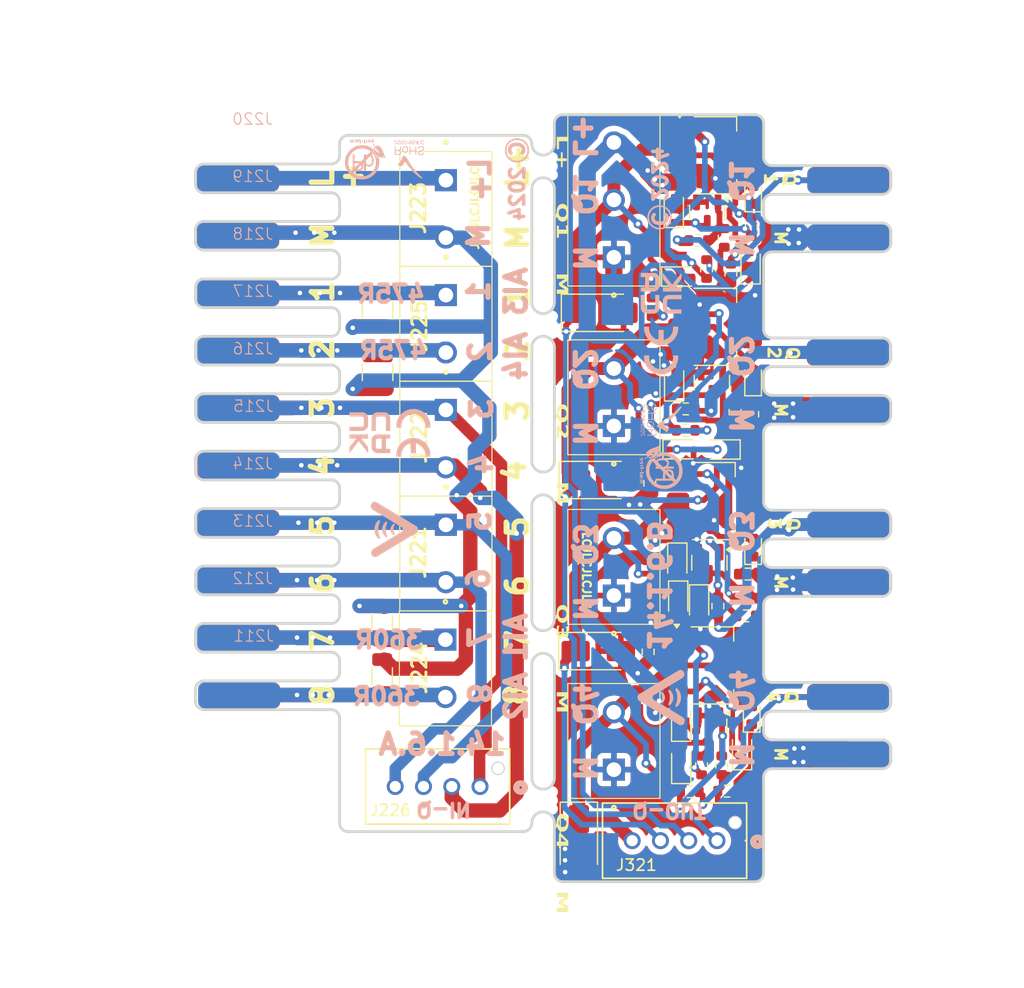
<source format=kicad_pcb>
(kicad_pcb (version 20221018) (generator pcbnew)
  (layers (0 "F.Cu" signal) (31 "B.Cu" signal) (34 "B.Paste" user) (35 "F.Paste" user) (36 "B.SilkS" user "B.Silkscreen") (37 "F.SilkS" user "F.Silkscreen") (38 "B.Mask" user) (39 "F.Mask" user) (44 "Edge.Cuts" user))
  (net 0 "")
  (net 1 "Net-(J306-Pin_1)")
  (net 2 "Net-(J302-Pin_1)")
  (net 3 "Net-(J304-Pin_1)")
  (net 4 "Net-(J201-Pin_1)")
  (net 5 "Net-(J202-Pin_1)")
  (net 6 "Net-(J203-Pin_1)")
  (net 7 "Net-(J204-Pin_1)")
  (net 8 "Net-(J205-Pin_1)")
  (net 9 "Net-(J206-Pin_1)")
  (net 10 "Net-(J207-Pin_1)")
  (net 11 "Net-(J208-Pin_1)")
  (net 12 "M")
  (net 13 "Net-(J210-Pin_1)")
  (net 14 "Net-(J314-Pin_1)")
  (net 15 "GNDPWR")
  (net 16 "Net-(D10-A)")
  (net 17 "Net-(D5-K)")
  (net 18 "Net-(D6-K)")
  (net 19 "Net-(D7-K)")
  (net 20 "Net-(D8-K)")
  (net 21 "Net-(Q1-G)")
  (net 22 "Net-(D2-K)")
  (net 23 "Net-(D3-K)")
  (net 24 "Net-(D4-K)")
  (net 25 "Net-(Q2-G)")
  (net 26 "Net-(Q3-G)")
  (net 27 "Net-(Q4-G)")
  (net 28 "Net-(Q5-G)")
  (net 29 "Net-(Q6-G)")
  (net 30 "Net-(Q8-G)")
  (net 31 "Net-(Q10-G)")
  (net 32 "Net-(D11-A)")
  (net 33 "Net-(D10-K)")
  (net 34 "Net-(D1-K)")
  (net 35 "Net-(D1-A)")
  (net 36 "Net-(D12-K)")
  (footprint "Resistor_SMD:R_0603_1608Metric" (layer "F.Cu") (at 110.88 83.575 -90)
    (fp_text reference "R3" hide)
    (fp_text value "6.2K")
  )
  (footprint "Resistor_SMD:R_0603_1608Metric" (layer "F.Cu") (at 110.53 114.055 -90)
    (fp_text reference "R7" hide)
    (fp_text value "6.2K")
  )
  (footprint "Diode_SMD:D_SOD-323F" (layer "F.Cu") (at 118.84 122.88 90)
    (fp_text reference "D13" hide)
    (fp_text value "BAT54J")
  )
  (footprint "PCB_Library:1729128" (layer "F.Cu") (at 107.5 94.08 90)
    (fp_text reference "J317" hide)
    (fp_text value "DB128L-5.08-2P-BK-S" hide)
  )
  (footprint "PCB_Library:Conn_pin_PLC" (layer "F.Cu") (at 126.90175 113.295)
    (fp_text reference "J302" hide)
    (fp_text value "Conn_01x01_PAD")
  )
  (footprint "PCB_Library:mouse-bite-2mm-slot" (layer "F.Cu") (at 101.3 85.14 90)
    (fp_text reference "mouse-bite-2mm-slot" hide)
    (fp_text value "VAL**" hide)
  )
  (footprint "Resistor_SMD:R_0603_1608Metric" (layer "F.Cu") (at 119.66 76.485 90)
    (fp_text reference "R17" hide)
    (fp_text value "6.2K")
  )
  (footprint "PCB_Library:mouse-bite-2mm-slot" (layer "F.Cu") (at 101.3 127.2 90)
    (fp_text reference "mouse-bite-2mm-slot" hide)
    (fp_text value "VAL**" hide)
  )
  (footprint "LED_SMD:LED_0603_1608Metric" (layer "F.Cu") (at 119.69 119.6675 90)
    (fp_text reference "D3" hide)
    (fp_text value "LED WHITE")
  )
  (footprint "PCB_Library:Conn_pin_PLC" (layer "F.Cu") (at 126.93175 67.565)
    (fp_text reference "J310" hide)
    (fp_text value "Conn_01x01_PAD")
  )
  (footprint "Diode_SMD:D_SOD-323F" (layer "F.Cu") (at 115.04 109.7425 -90)
    (fp_text reference "D7" hide)
    (fp_text value "BAT54J")
  )
  (footprint "Resistor_SMD:R_0603_1608Metric" (layer "F.Cu") (at 116.7 110.015 90)
    (fp_text reference "R5" hide)
    (fp_text value "6.2K")
  )
  (footprint "Diode_SMD:D_SOD-323F" (layer "F.Cu") (at 113.19 109.4025 -90)
    (fp_text reference "D14" hide)
    (fp_text value "BAT54J")
  )
  (footprint "Resistor_SMD:R_0603_1608Metric" (layer "F.Cu") (at 113.86 92.57 180)
    (fp_text reference "R21" hide)
    (fp_text value "6.2K")
  )
  (footprint "Resistor_SMD:R_0603_1608Metric" (layer "F.Cu") (at 119.205 110.88 180)
    (fp_text reference "R14" hide)
    (fp_text value "6.2K")
  )
  (footprint "PCB_Library:Conn_pin_PLC" (layer "F.Cu") (at 72.97 67.432224)
    (fp_text reference "J210" hide)
    (fp_text value "Conn_01x01_PAD")
  )
  (footprint "Resistor_SMD:R_1210_3225Metric" (layer "F.Cu") (at 86.6 83.8 90)
    (fp_text reference "R25" hide)
    (fp_text value "475R")
  )
  (footprint "Diode_SMD:D_SOD-323F" (layer "F.Cu") (at 113.11 106.0425 -90)
    (fp_text reference "D11" hide)
    (fp_text value "BAT54J")
  )
  (footprint "LED_SMD:LED_0603_1608Metric" (layer "F.Cu") (at 119.82 73.65 90)
    (fp_text reference "D1" hide)
    (fp_text value "LED WHITE")
  )
  (footprint "PCB_Library:Conn_pin_PLC" (layer "F.Cu") (at 72.97 72.49)
    (fp_text reference "J209" hide)
    (fp_text value "Conn_01x01_PAD")
  )
  (footprint "Resistor_SMD:R_0603_1608Metric" (layer "F.Cu") (at 110.68 99.16 -90)
    (fp_text reference "R6" hide)
    (fp_text value "6.2K")
  )
  (footprint "Diode_SMD:D_SMA" (layer "F.Cu") (at 104.4 130.8625 -90)
    (fp_text reference "D303" hide)
    (fp_text value "SS34")
  )
  (footprint "Package_TO_SOT_SMD:SOT-23" (layer "F.Cu") (at 115.93 120.6375 -90)
    (fp_text reference "Q1" hide)
    (fp_text value "2N7002")
  )
  (footprint "Resistor_SMD:R_0603_1608Metric" (layer "F.Cu") (at 119.24 109.31)
    (fp_text reference "R18" hide)
    (fp_text value "6.2K")
  )
  (footprint "PCB_Library:Conn_pin_PLC" (layer "F.Cu") (at 126.92175 98.065)
    (fp_text reference "J314" hide)
    (fp_text value "Conn_01x01_PAD")
  )
  (footprint "PCB_Library:Conn_pin_PLC" (layer "F.Cu") (at 126.95175 87.895)
    (fp_text reference "J311" hide)
    (fp_text value "Conn_01x01_PAD")
  )
  (footprint "PCB_Library:SOT-223 DMP6023LE" (layer "F.Cu") (at 116.32 100.72)
    (fp_text reference "Q8" hide)
    (fp_text value "DMP6023LE-PMOS")
  )
  (footprint "PCB_Library:Conn_pin_PLC" (layer "F.Cu") (at 73 87.733334)
    (fp_text reference "J206" hide)
    (fp_text value "Conn_01x01_PAD")
  )
  (footprint "Diode_SMD:D_SOD-323F" (layer "F.Cu") (at 112.83 90.2575 90)
    (fp_text reference "D6" hide)
    (fp_text value "BAT54J")
  )
  (footprint "PCB_Library:Conn_pin_PLC" (layer "F.Cu") (at 126.87175 82.835)
    (fp_text reference "J306" hide)
    (fp_text value "Conn_01x01_PAD")
  )
  (footprint "PCB_Library:Conn_pin_PLC" (layer "F.Cu") (at 126.92175 118.385)
    (fp_text reference "J307" hide)
    (fp_text value "Conn_01x01_PAD")
  )
  (footprint "Diode_SMD:D_SMA" (layer "F.Cu") (at 106.12 113.99)
    (fp_text reference "D302" hide)
    (fp_text value "SS34")
  )
  (footprint "PCB_Library:SOT-223 DMP6023LE" (layer "F.Cu") (at 116.45 85.3075)
    (fp_text reference "Q6" hide)
    (fp_text value "DMP6023LE-PMOS")
  )
  (footprint "Resistor_SMD:R_0603_1608Metric" (layer "F.Cu") (at 119.345 107.18)
    (fp_text reference "R12" hide)
    (fp_text value "4.7k")
  )
  (footprint "Diode_SMD:D_SOD-323F" (layer "F.Cu") (at 113.45 96.14)
    (fp_text reference "D15" hide)
    (fp_text value "BAT54J")
  )
  (footprint "PCB_Library:Conn_pin_PLC" (layer "F.Cu") (at 72.99 108.044446)
    (fp_text reference "J202" hide)
    (fp_text value "Conn_01x01_PAD")
  )
  (footprint "Resistor_SMD:R_1210_3225Metric" (layer "F.Cu") (at 86.6 89.3375 -90)
    (fp_text reference "R24" hide)
    (fp_text value "475R")
  )
  (footprint "PCB_Library:Conn_pin_PLC" (layer "F.Cu") (at 126.92175 72.665)
    (fp_text reference "J309" hide)
    (fp_text value "Conn_01x01_PAD")
  )
  (footprint "Package_TO_SOT_SMD:SOT-23" (layer "F.Cu") (at 115.95 106.1775 -90)
    (fp_text reference "Q2" hide)
    (fp_text value "2N7002")
  )
  (footprint "Diode_SMD:D_SOD-323F" (layer "F.Cu") (at 112.8 74.9175 90)
    (fp_text reference "D5" hide)
    (fp_text value "BAT54J")
  )
  (footprint "Resistor_SMD:R_0603_1608Metric" (layer "F.Cu") (at 119.78 93.035 90)
    (fp_text reference "R10" hide)
    (fp_text value "4.7k")
  )
  (footprint "PCB_Library:1729128" (layer "F.Cu") (at 92.64 92.66 -90)
    (fp_text reference "J222")
    (fp_text value "DB128L-5.08-2P-BK-S" hide)
  )
  (footprint "PCB_Library:Conn_pin_PLC" (layer "F.Cu") (at 73 102.966668)
    (fp_text reference "J203" hide)
    (fp_text value "Conn_01x01_PAD")
  )
  (footprint "Diode_SMD:D_SOD-323F" (layer "F.Cu") (at 113.46 124.1 90)
    (fp_text reference "D12" hide)
    (fp_text value "BAT54J")
  )
  (footprint "Resistor_SMD:R_1206_3216Metric" (layer "F.Cu") (at 87 116.2 90)
    (fp_text reference "R22" hide)
    (fp_text value "360R")
  )
  (footprint "Resistor_SMD:R_0603_1608Metric" (layer "F.Cu") (at 113.845 94.46)
    (fp_text reference "R20" hide)
    (fp_text value "6.2K")
  )
  (footprint "Resistor_SMD:R_0603_1608Metric" (layer "F.Cu") (at 114.96 77.68)
    (fp_text reference "R4" hide)
    (fp_text value "6.2K")
  )
  (footprint "PCB_Library:Conn_pin_PLC" (layer "F.Cu") (at 126.90175 103.125)
    (fp_text reference "J315" hide)
    (fp_text value "Conn_01x01_PAD")
  )
  (footprint "PCB_Library:Conn_pin_PLC" (layer "F.Cu") (at 72.99 77.587778)
    (fp_text reference "J208" hide)
    (fp_text value "Conn_01x01_PAD")
  )
  (footprint "PCB_Library:1729128" (layer "F.Cu") (at 92.6 112.98 -90)
    (fp_text reference "J224")
    (fp_text value "DB128L-5.08-2P-BK-S" hide)
  )
  (footprint "PCB_Library:1729128" (layer "F.Cu") (at 107.5 109.08 90)
    (fp_text reference "J320" hide)
    (fp_text value "DB128L-5.08-2P-BK-S" hide)
  )
  (footprint "Diode_SMD:D_SMA" (layer "F.Cu") (at 106.16 98.86)
    (fp_text reference "D301" hide)
    (fp_text value "SS34")
  )
  (footprint "Package_TO_SOT_SMD:SOT-23" (layer "F.Cu") (at 116.17 90.2525 -90)
    (fp_text reference "Q3" hide)
    (fp_text value "2N7002")
  )
  (footprint "PCB_Library:CONN_B04B-XASK-1-A_JST" (layer "F.Cu") (at 95.66 125.97)
    (fp_text reference "J226")
    (fp_text value "B04B-XASK-1")
    (fp_circle (center 1.6 -1.6) (end 2.15 -1.6) (stroke (width 0.1)) (fill none) (layer "Edge.Cuts"))
  )
  (footprint "PCB_Library:Conn_pin_PLC" (layer "F.Cu") (at 73.06175 113.165)
    (fp_text reference "J201" hide)
    (fp_text value "Conn_01x01_PAD")
  )
  (footprint "Resistor_SMD:R_0603_1608Metric" (layer "F.Cu") (at 114.215 126.43 180)
    (fp_text reference "R8" hide)
    (fp_text value "6.2K")
  )
  (footprint "Resistor_SMD:R_0603_1608Metric" (layer "F.Cu") (at 117.515 126.38)
    (fp_text reference "R11" hide)
    (fp_text value "4.7k")
  )
  (footprint "Diode_SMD:D_SOD-323F" (layer "F.Cu") (at 117.06 96.16 180)
    (fp_text reference "D10" hide)
    (fp_text value "BAT54J")
  )
  (footprint "PCB_Library:XY128V-A-5.08-3P" (layer "F.Cu") (at 107.5 79.16 90)
    (fp_text reference "J318" hide)
    (fp_text value "DB128L-5.08-3P-BK-S" hide)
  )
  (footprint "PCB_Library:SOT-223 DMP6023LE" (layer "F.Cu") (at 116.45 70.14)
    (fp_text reference "Q5" hide)
    (fp_text value "DMP6023LE-PMOS")
  )
  (footprint "Resistor_SMD:R_0603_1608Metric" (layer "F.Cu") (at 117.85 80.58 90)
    (fp_text reference "R9" hide)
    (fp_text value "4.7k")
  )
  (footprint "LED_SMD:LED_0603_1608Metric" (layer "F.Cu") (at 119.82 104.8375 90)
    (fp_text reference "D4" hide)
    (fp_text value "LED WHITE")
  )
  (footprint "Diode_SMD:D_SOD-323F" (layer "F.Cu") (at 113.33 80.86)
    (fp_text reference "D16" hide)
    (fp_text value "BAT54J")
  )
  (footprint "Resistor_SMD:R_0603_1608Metric" (layer "F.Cu") (at 115.26 124.11 90)
    (fp_text reference "R19" hide)
    (fp_text value "6.2K")
  )
  (footprint "Resistor_SMD:R_0603_1608Metric" (layer "F.Cu") (at 118.22 92.855 -90)
    (fp_text reference "R15" hide)
    (fp_text value "6.2K")
  )
  (footprint "Resistor_SMD:R_1206_3216Metric" (layer "F.Cu") (at 87 111.5375 -90)
    (fp_text reference "R23" hide)
    (fp_text value "360R")
  )
  (footprint "PCB_Library:mouse-bite-2mm-slot" (layer "F.Cu") (at 101.3 99.16 90)
    (fp_text reference "mouse-bite-2mm-slot" hide)
    (fp_text value "VAL**" hide)
  )
  (footprint "Diode_SMD:D_SMA" (layer "F.Cu") (at 106.36 84.07)
    (fp_text reference "D309" hide)
    (fp_text value "SS34")
  )
  (footprint "PCB_Library:mouse-bite-2mm-slot" (layer "F.Cu") (at 101.3 113.17 90)
    (fp_text reference "mouse-bite-2mm-slot" hide)
    (fp_text value "VAL**" hide)
  )
  (footprint "Package_TO_SOT_SMD:SOT-23" (layer "F.Cu") (at 115.76 75.21 -90)
    (fp_text reference "Q4" hide)
    (fp_text value "2N7002")
  )
  (footprint "PCB_Library:Conn_pin_PLC" (layer "F.Cu") (at 72.99 97.89889)
    (fp_text reference "J204" hide)
    (fp_text value "Conn_01x01_PAD")
  )
  (footprint "PCB_Library:Conn_pin_PLC" (layer "F.Cu") (at 73 82.645556)
    (fp_text reference "J207" hide)
    (fp_text value "Conn_01x01_PAD")
  )
  (footprint "PCB_Library:Conn_pin_PLC" (layer "F.Cu") (at 72.97175 92.835)
    (fp_text reference "J205" hide)
    (fp_text value "Conn_01x01_PAD")
  )
  (footprint "PCB_Library:1729128" (layer "F.Cu") (at 92.64 102.82 -90)
    (fp_text reference "J221")
    (fp_text value "DB128L-5.08-2P-BK-S" hide)
  )
  (footprint "Diode_SMD:D_SOD-323F" (layer "F.Cu") (at 113.45 120.3575 90)
    (fp_text reference "D8" hide)
    (fp_text value "BAT54J")
  )
  (footprint "PCB_Library:1729128" (layer "F.Cu") (at 92.64 72.34 -90)
    (fp_text reference "J223")
    (fp_text value "DB128L-5.08-2P-BK-S" hide)
  )
  (footprint "PCB_Library:SOT-223 DMP6023LE" (layer "F.Cu") (at 116.19 115.26)
    (fp_text reference "Q10" hide)
    (fp_text value "DMP6023LE-PMOS")
  )
  (footprint "PCB_Library:1729128" (layer "F.Cu") (at 92.64 82.5 -90)
    (fp_text reference "J225")
    (fp_text value "DB128L-5.08-2P-BK-S" hide)
  )
  (footprint "LED_SMD:LED_0603_1608Metric" (layer "F.Cu") (at 119.82 89.9225 90)
    (fp_text reference "D2" hide)
    (fp_text value "LED WHITE")
  )
  (footprint "Resistor_SMD:R_0603_1608Metric" (layer "F.Cu") (at 117.04 124.09 -90)
    (fp_text reference "R13" hide)
    (fp_text value "6.2K")
  )
  (footprint "PCB_Library:mouse-bite-2mm-slot" (layer "F.Cu") (at 101.29 71.11 90)
    (fp_text reference "mouse-bite-2mm-slot" hide)
    (fp_text value "VAL**" hide)
  )
  (footprint "Resistor_SMD:R_0603_1608Metric" (layer "F.Cu") (at 115.7 80.2 90)
    (fp_text reference "R1" hide)
    (fp_text value "6.2K")
  )
  (footprint "Diode_SMD:D_SOD-323F" (layer "F.Cu") (at 119.59 79.91 90)
    (fp_text reference "D9" hide)
    (fp_text value "BAT54J")
  )
  (footprint "PCB_Library:1729128" (layer "F.Cu") (at 107.5 124.48 90)
    (fp_text reference "J319" hide)
    (fp_text value "DB128L-5.08-2P-BK-S" hide)
  )
  (footprint "Resistor_SMD:R_0603_1608Metric" (layer "F.Cu") (at 117.26 77.445 90)
    (fp_text reference "R2" hide)
    (fp_text value "6.2K")
  )
  (footprint "PCB_Library:CONN_B04B-XASK-1-A_JST" (layer "F.Cu") (at 116.62 130.76)
    (fp_text reference "J321")
    (fp_text value "B04B-XASK-1")
    (fp_circle (center 1.6 -1.6) (end 2.15 -1.6) (stroke (width 0.1)) (fill none) (layer "Edge.Cuts"))
  )
  (footprint "PCB_Library:Conn_pin_PLC" (layer "B.Cu") (at 129.52825 67.595 180)
    (fp_text reference "J304" hide)
    (fp_text value "Conn_01x01_PAD")
  )
  (footprint "PCB_Library:Conn_pin_PLC" (layer "B.Cu") (at 75.5665 108.062224 180)
    (fp_text reference "J212")
    (fp_text value "Conn_01x01_PAD")
  )
  (footprint "PCB_Library:Conn_pin_PLC" (layer "B.Cu") (at 75.5765 87.742224 180)
    (fp_text reference "J216")
    (fp_text value "Conn_01x01_PAD")
  )
  (footprint "PCB_Library:Conn_pin_PLC" (layer "B.Cu") (at 75.5765 102.982224 180)
    (fp_text reference "J213")
    (fp_text value "Conn_01x01_PAD")
  )
  (footprint "PCB_Library:Conn_pin_PLC" (layer "B.Cu") (at 75.5765 82.652224 180)
    (fp_text reference "J217")
    (fp_text value "Conn_01x01_PAD")
  )
  (footprint "LOGO" (layer "B.Cu") (at 89.91 95.01 -90)
    (fp_text reference "G***" hide)
    (fp_text value "LOGO" hide)
  )
  (footprint "LOGO" (layer "B.Cu") (at 111.642404 82.302666 90)
    (fp_text reference "G***" hide)
    (fp_text value "LOGO" hide)
  )
  (footprint "LOGO" (layer "B.Cu") (at 111.533145 87.073124 90)
    (fp_text reference "G***" hide)
    (fp_text value "LOGO" hide)
  )
  (footprint "LOGO" (layer "B.Cu") (at 111.682287 95.9 90)
    (fp_text reference "G***" hide)
    (fp_text value "LOGO" hide)
  )
  (footprint "PCB_Library:Conn_pin_PLC" (layer "B.Cu") (at 129.52825 113.315 180)
    (fp_text reference "J308" hide)
    (fp_text value "Conn_01x01_PAD")
  )
  (footprint "PCB_Library:Conn_pin_PLC" (layer "B.Cu") (at 75.5465 72.492224 180)
    (fp_text reference "J219")
    (fp_text value "Conn_01x01_PAD")
  )
  (footprint "PCB_Library:Conn_pin_PLC" (layer "B.Cu") (at 75.64825 113.152224 180)
    (fp_text reference "J211")
    (fp_text value "Conn_01x01_PAD")
  )
  (footprint "PCB_Library:Conn_pin_PLC" (layer "B.Cu") (at 129.52825 82.815 180)
    (fp_text reference "J312" hide)
    (fp_text value "Conn_01x01_PAD")
  )
  (footprint "PCB_Library:Conn_pin_PLC" (layer "B.Cu") (at 129.53825 98.045 180)
    (fp_text reference "J316" hide)
    (fp_text value "Conn_01x01_PAD")
  )
  (footprint "PCB_Library:Conn_pin_PLC" (layer "B.Cu") (at 75.5665 97.912224 180)
    (fp_text reference "J214")
    (fp_text value "Conn_01x01_PAD")
  )
  (footprint "PCB_Library:Conn_pin_PLC" (layer "B.Cu") (at 129.53825 87.895 180)
    (fp_text reference "J305" hide)
    (fp_text value "Conn_01x01_PAD")
  )
  (footprint "PCB_Library:Conn_pin_PLC" (layer "B.Cu") (at 129.52825 118.375 180)
    (fp_text reference "J301" hide)
    (fp_text value "Conn_01x01_PAD")
  )
  (footprint "LOGO" (layer "B.Cu") (at 85.95 94.71 -90)
    (fp_text reference "G***" hide)
    (fp_text value "LOGO" hide)
  )
  (footprint "PCB_Library:Conn_pin_PLC" (layer "B.Cu") (at 75.62825 92.825 180)
    (fp_text reference "J215")
    (fp_text value "Conn_01x01_PAD")
  )
  (footprint "PCB_Library:Conn_pin_PLC" (layer "B.Cu") (at 129.54825 72.655 180)
    (fp_text reference "J303" hide)
    (fp_text value "Conn_01x01_PAD")
  )
  (footprint "LOGO" (layer "B.Cu") (at 87.21825 70.503224)
    (fp_text reference "G***" hide)
    (fp_text value "LOGO" hide)
  )
  (footprint "PCB_Library:Conn_pin_PLC" (layer "B.Cu") (at 129.52825 103.145 180)
    (fp_text reference "J313" hide)
    (fp_text value "Conn_01x01_PAD")
  )
  (footprint "PCB_Library:Conn_pin_PLC" (layer "B.Cu") (at 75.5665 77.592224 180)
    (fp_text reference "J218")
    (fp_text value "Conn_01x01_PAD")
  )
  (footprint "PCB_Library:Conn_pin_PLC" (layer "B.Cu") (at 75.5465 67.432224 180)
    (fp_text reference "J220")
    (fp_text value "Conn_01x01_PAD")
  )
  (gr_poly (pts (xy 112.757894 118.148268) (xy 112.754163 118.195849) (xy 112.747876 118.242947) (xy 112.739079 118.289469) (xy 112.727814 118.335319) (xy 112.714125 118.380403) (xy 112.698054 118.424626) (xy 112.679645 118.467894) (xy 112.658942 118.510112) (xy 112.635987 118.551185) (xy 112.610824 118.591019) (xy 112.583496 118.62952) (xy 112.554047 118.666593) (xy 112.522519 118.702143) (xy 112.488957 118.736075) (xy 112.453402 118.768295) (xy 112.447381 118.773238) (xy 112.441248 118.778217) (xy 112.43504 118.783197) (xy 112.428796 118.788139) (xy 112.428679 118.788253) (xy 112.428559 118.788364) (xy 112.428436 118.788471) (xy 112.42831 118.788575) (xy 112.428182 118.788675) (xy 112.42805 118.788771) (xy 112.427917 118.788864) (xy 112.427781 118.788954) (xy 112.427642 118.789039) (xy 112.427502 118.789121) (xy 112.427359 118.789199) (xy 112.427214 118.789272) (xy 112.427066 118.789342) (xy 112.426917 118.789408) (xy 112.426766 118.78947) (xy 112.426613 118.789528) (xy 112.424679 118.790519) (xy 112.422722 118.791455) (xy 112.420742 118.792336) (xy 112.418741 118.793162) (xy 112.416719 118.793932) (xy 112.414678 118.794647) (xy 112.412619 118.795306) (xy 112.410543 118.795908) (xy 112.408452 118.796453) (xy 112.406346 118.796942) (xy 112.404227 118.797373) (xy 112.402096 118.797746) (xy 112.399954 118.798062) (xy 112.397802 118.798319) (xy 112.395642 118.798517) (xy 112.393474 118.798657) (xy 112.389379 118.798317) (xy 112.385338 118.797796) (xy 112.381355 118.797097) (xy 112.377435 118.796225) (xy 112.373581 118.795184) (xy 112.369797 118.793978) (xy 112.366089 118.792611) (xy 112.362459 118.791086) (xy 112.358913 118.789409) (xy 112.355454 118.787583) (xy 112.352086 118.785611) (xy 112.348815 118.783499) (xy 112.345643 118.78125) (xy 112.342575 118.778868) (xy 112.339616 118.776357) (xy 112.336769 118.773722) (xy 112.334039 118.770966) (xy 112.33143 118.768093) (xy 112.328945 118.765108) (xy 112.32659 118.762014) (xy 112.324369 118.758815) (xy 112.322284 118.755516) (xy 112.320342 118.752121) (xy 112.318546 118.748633) (xy 112.3169 118.745058) (xy 112.315408 118.741397) (xy 112.314074 118.737657) (xy 112.312904 118.73384) (xy 112.3119 118.729951) (xy 112.311067 118.725994) (xy 112.310409 118.721973) (xy 112.309931 118.717893) (xy 112.309476 118.715588) (xy 112.309087 118.713273) (xy 112.308764 118.710949) (xy 112.308507 118.708617) (xy 112.308317 118.706278) (xy 112.308193 118.703935) (xy 112.308136 118.701588) (xy 112.308146 118.699239) (xy 112.308146 118.696461) (xy 112.308157 118.694663) (xy 112.308216 118.692866) (xy 112.30832 118.691072) (xy 112.308471 118.689282) (xy 112.308668 118.687496) (xy 112.308911 118.685715) (xy 112.3092 118.683941) (xy 112.309535 118.682174) (xy 112.309894 118.680774) (xy 112.310237 118.679369) (xy 112.310561 118.677961) (xy 112.310868 118.676548) (xy 112.311157 118.675132) (xy 112.311428 118.673712) (xy 112.311681 118.672289) (xy 112.311916 118.670862) (xy 112.311936 118.670311) (xy 112.311995 118.669772) (xy 112.312087 118.669244) (xy 112.31221 118.668726) (xy 112.31236 118.668216) (xy 112.312533 118.667713) (xy 112.312725 118.667215) (xy 112.312933 118.66672) (xy 112.313379 118.665737) (xy 112.313841 118.664751) (xy 112.31429 118.663752) (xy 112.314499 118.663243) (xy 112.314694 118.662727) (xy 112.314984 118.661742) (xy 112.315305 118.660768) (xy 112.315657 118.659805) (xy 112.316039 118.658854) (xy 112.316452 118.657916) (xy 112.316895 118.656992) (xy 112.317367 118.656081) (xy 112.317869 118.655186) (xy 112.319042 118.653184) (xy 112.320182 118.651192) (xy 112.321295 118.6492) (xy 112.322384 118.647199) (xy 112.323454 118.645179) (xy 112.324511 118.643131) (xy 112.325558 118.641045) (xy 112.3266 118.638914) (xy 112.327027 118.63819) (xy 112.327466 118.637474) (xy 112.327918 118.636766) (xy 112.328384 118.636067) (xy 112.328862 118.635376) (xy 112.329352 118.634694) (xy 112.329855 118.634021) (xy 112.330371 118.633358) (xy 112.331604 118.631707) (xy 112.332869 118.63008) (xy 112.334164 118.628478) (xy 112.335489 118.626902) (xy 112.336845 118.625351) (xy 112.33823 118.623826) (xy 112.339644 118.622328) (xy 112.341086 118.620856) (xy 112.339549 118.622199) (xy 112.338052 118.623586) (xy 112.336596 118.625015) (xy 112.335183 118.626485) (xy 112.333813 118.627996) (xy 112.332488 118.629546) (xy 112.331208 118.631135) (xy 112.329974 118.632762) (xy 112.344884 118.601799) (xy 112.358841 118.570454) (xy 112.371842 118.538749) (xy 112.38388 118.506706) (xy 112.39495 118.474348) (xy 112.405048 118.441697) (xy 112.414168 118.408775) (xy 112.422306 118.375603) (xy 112.429456 118.342205) (xy 112.435612 118.308603) (xy 112.440771 118.274817) (xy 112.444927 118.240871) (xy 112.448075 118.206787) (xy 112.450209 118.172587) (xy 112.451325 118.138293) (xy 112.451418 118.103927) (xy 112.451307 118.068823) (xy 112.450126 118.033796) (xy 112.447882 117.99887) (xy 112.444579 117.964068) (xy 112.440223 117.929415) (xy 112.43482 117.894934) (xy 112.428376 117.860648) (xy 112.420895 117.826581) (xy 112.412384 117.792757) (xy 112.402847 117.7592) (xy 112.392292 117.725932) (xy 112.380722 117.692978) (xy 112.368145 117.660362) (xy 112.354564 117.628106) (xy 112.339987 117.596235) (xy 112.324418 117.564772) (xy 112.32404 117.564287) (xy 112.323673 117.563795) (xy 112.323316 117.563296) (xy 112.322969 117.562789) (xy 112.322633 117.562277) (xy 112.322307 117.561757) (xy 112.321993 117.561231) (xy 112.321689 117.560699) (xy 112.321395 117.560161) (xy 112.321113 117.559617) (xy 112.320842 117.559068) (xy 112.320582 117.558512) (xy 112.320333 117.557952) (xy 112.320096 117.557386) (xy 112.31987 117.556815) (xy 112.319655 117.556239) (xy 112.318259 117.553372) (xy 112.31695 117.55047) (xy 112.31573 117.547534) (xy 112.314599 117.544566) (xy 112.313558 117.541568) (xy 112.312607 117.538543) (xy 112.311746 117.535493) (xy 112.310975 117.532419) (xy 112.310297 117.529323) (xy 112.30971 117.526208) (xy 112.309216 117.523076) (xy 112.308814 117.519928) (xy 112.308506 117.516767) (xy 112.308291 117.513595) (xy 112.308171 117.510413) (xy 112.308146 117.507225) (xy 112.308255 117.502178) (xy 112.308578 117.497199) (xy 112.309111 117.492293) (xy 112.309848 117.487468) (xy 112.310784 117.482728) (xy 112.311913 117.47808) (xy 112.313231 117.47353) (xy 112.314731 117.469085) (xy 112.31641 117.464749) (xy 112.318261 117.46053) (xy 112.32028 117.456433) (xy 112.322461 117.452464) (xy 112.324799 117.44863) (xy 112.327289 117.444936) (xy 112.329925 117.441389) (xy 112.332702 117.437995) (xy 112.335616 117.434759) (xy 112.33866 117.431688) (xy 112.34183 117.428788) (xy 112.34512 117.426065) (xy 112.348526 117.423525) (xy 112.352041 117.421174) (xy 112.355661 117.419018) (xy 112.35938 117.417063) (xy 112.363193 117.415315) (xy 112.367096 117.413781) (xy 112.371082 117.412466) (xy 112.375146 117.411377) (xy 112.379284 117.410519) (xy 112.38349 117.409899) (xy 112.387759 117.409522) (xy 112.392085 117.409395) (xy 112.394714 117.409442) (xy 112.397334 117.409581) (xy 112.399944 117.409813) (xy 112.402539 117.410136) (xy 112.405119 117.41055) (xy 112.40768 117.411054) (xy 112.41022 117.411647) (xy 112.412738 117.412329) (xy 112.41523 117.413099) (xy 112.417694 117.413957) (xy 112.420128 117.414901) (xy 112.42253 117.415931) (xy 112.424896 117.417047) (xy 112.427226 117.418247) (xy 112.429516 117.419532) (xy 112.431764 117.420899) (xy 112.431772 117.420905) (xy 112.43594 117.424216) (xy 112.440107 117.427602) (xy 112.444274 117.431062) (xy 112.448441 117.434597) (xy 112.484234 117.466552) (xy 112.518048 117.500233) (xy 112.549839 117.535548) (xy 112.579564 117.5724) (xy 112.607177 117.610696) (xy 112.632636 117.650342) (xy 112.655896 117.691244) (xy 112.676912 117.733307) (xy 112.695643 117.776437) (xy 112.712042 117.820539) (xy 112.726067 117.86552) (xy 112.737672 117.911285) (xy 112.746815 117.957739) (xy 112.753452 118.00479) (xy 112.757538 118.052341) (xy 112.759029 118.1003)) (fill solid) (layer "B.SilkS"))
  (gr_poly (pts (xy 86.321725 103.168205) (xy 86.326247 103.10941) (xy 86.333681 103.051726) (xy 86.343944 102.995235) (xy 86.356954 102.940016) (xy 86.372627 102.886152) (xy 86.39088 102.833723) (xy 86.41163 102.78281) (xy 86.434794 102.733495) (xy 86.460288 102.685859) (xy 86.48803 102.639983) (xy 86.517937 102.595947) (xy 86.549924 102.553834) (xy 86.58391 102.513723) (xy 86.619811 102.475697) (xy 86.657544 102.439836) (xy 86.657544 102.438645) (xy 86.664077 102.432807) (xy 86.670814 102.426913) (xy 86.684531 102.415031) (xy 86.684835 102.414804) (xy 86.685145 102.414584) (xy 86.68546 102.414373) (xy 86.68578 102.41417) (xy 86.686105 102.413976) (xy 86.686436 102.41379) (xy 86.686771 102.413612) (xy 86.687111 102.413443) (xy 86.689157 102.412345) (xy 86.691232 102.411309) (xy 86.693333 102.410335) (xy 86.69546 102.409424) (xy 86.697611 102.408576) (xy 86.699783 102.407791) (xy 86.701977 102.40707) (xy 86.704191 102.406414) (xy 86.706422 102.405822) (xy 86.708671 102.405295) (xy 86.710934 102.404834) (xy 86.713212 102.404438) (xy 86.715502 102.404109) (xy 86.717803 102.403846) (xy 86.720114 102.40365) (xy 86.722433 102.403522) (xy 86.726725 102.403642) (xy 86.730968 102.403999) (xy 86.735158 102.404587) (xy 86.739289 102.405402) (xy 86.743358 102.406438) (xy 86.747361 102.407691) (xy 86.751293 102.409154) (xy 86.75515 102.410824) (xy 86.758928 102.412694) (xy 86.762623 102.41476) (xy 86.76623 102.417017) (xy 86.769746 102.419459) (xy 86.773166 102.422082) (xy 86.776485 102.42488) (xy 86.779701 102.427848) (xy 86.782807 102.430981) (xy 86.785801 102.434274) (xy 86.788678 102.437721) (xy 86.791434 102.441319) (xy 86.794064 102.44506) (xy 86.796565 102.448941) (xy 86.798931 102.452957) (xy 86.80116 102.457101) (xy 86.803246 102.46137) (xy 86.805186 102.465757) (xy 86.806975 102.470258) (xy 86.80861 102.474868) (xy 86.810085 102.479581) (xy 86.811396 102.484393) (xy 86.812541 102.489298) (xy 86.813513 102.494291) (xy 86.814309 102.499367) (xy 86.814851 102.502088) (xy 86.815316 102.504822) (xy 86.815705 102.507566) (xy 86.816017 102.51032) (xy 86.816252 102.513081) (xy 86.816409 102.515848) (xy 86.816489 102.51862) (xy 86.816492 102.521394) (xy 86.816492 102.524767) (xy 86.816452 102.526888) (xy 86.816366 102.529007) (xy 86.816235 102.531123) (xy 86.816059 102.533235) (xy 86.815838 102.535343) (xy 86.815572 102.537446) (xy 86.815261 102.539543) (xy 86.814905 102.541634) (xy 86.814882 102.542488) (xy 86.814818 102.543338) (xy 86.814718 102.544183) (xy 86.814585 102.545027) (xy 86.814426 102.545867) (xy 86.814245 102.546706) (xy 86.813838 102.548381) (xy 86.812979 102.551736) (xy 86.812784 102.552579) (xy 86.812607 102.553425) (xy 86.812452 102.554275) (xy 86.812325 102.555128) (xy 86.809348 102.564653) (xy 86.808981 102.565824) (xy 86.808591 102.566987) (xy 86.808178 102.568141) (xy 86.807742 102.569288) (xy 86.807284 102.570425) (xy 86.806804 102.571553) (xy 86.806301 102.572672) (xy 86.805776 102.573781) (xy 86.804436 102.576199) (xy 86.80313 102.578635) (xy 86.801861 102.58109) (xy 86.800627 102.583562) (xy 86.799429 102.586052) (xy 86.798267 102.58856) (xy 86.797142 102.591084) (xy 86.796053 102.593625) (xy 86.795603 102.594511) (xy 86.795133 102.595385) (xy 86.794642 102.596248) (xy 86.794131 102.597098) (xy 86.793599 102.597936) (xy 86.793048 102.598761) (xy 86.792477 102.599573) (xy 86.791886 102.600372) (xy 86.790531 102.602292) (xy 86.789144 102.604188) (xy 86.787726 102.606061) (xy 86.786277 102.60791) (xy 86.784798 102.609734) (xy 86.783288 102.611534) (xy 86.781748 102.613308) (xy 86.780178 102.615057) (xy 86.781046 102.614267) (xy 86.781901 102.613465) (xy 86.782744 102.61265) (xy 86.783574 102.611822) (xy 86.784391 102.610982) (xy 86.785195 102.61013) (xy 86.785985 102.609266) (xy 86.786762 102.608389) (xy 86.787526 102.607501) (xy 86.788276 102.606602) (xy 86.789012 102.60569) (xy 86.789734 102.604768) (xy 86.790442 102.603834) (xy 86.791136 102.602889) (xy 86.791816 102.601933) (xy 86.792481 102.600967) (xy 86.777144 102.633819) (xy 86.762626 102.667687) (xy 86.74895 102.702532) (xy 86.73614 102.73832) (xy 86.72422 102.775013) (xy 86.713213 102.812576) (xy 86.703142 102.850972) (xy 86.694031 102.890165) (xy 86.685904 102.930118) (xy 86.678785 102.970795) (xy 86.672696 103.01216) (xy 86.667661 103.054177) (xy 86.663704 103.096808) (xy 86.660848 103.140018) (xy 86.659118 103.183771) (xy 86.658536 103.22803) (xy 86.659148 103.273187) (xy 86.660966 103.317847) (xy 86.663966 103.361968) (xy 86.66812 103.405507) (xy 86.673403 103.448423) (xy 86.679789 103.490674) (xy 86.687253 103.532218) (xy 86.695768 103.573013) (xy 86.705308 103.613018) (xy 86.715848 103.65219) (xy 86.727362 103.690487) (xy 86.739824 103.727869) (xy 86.753208 103.764292) (xy 86.767488 103.799716) (xy 86.782638 103.834097) (xy 86.798633 103.867395) (xy 86.799032 103.86798) (xy 86.79942 103.868572) (xy 86.799797 103.869171) (xy 86.800162 103.869777) (xy 86.800514 103.870389) (xy 86.800856 103.871008) (xy 86.801185 103.871633) (xy 86.801502 103.872265) (xy 86.801807 103.872902) (xy 86.802099 103.873545) (xy 86.80238 103.874194) (xy 86.802648 103.874848) (xy 86.802903 103.875508) (xy 86.803146 103.876172) (xy 86.803376 103.876841) (xy 86.803594 103.877515) (xy 86.805175 103.880923) (xy 86.806656 103.884369) (xy 86.808035 103.887852) (xy 86.809312 103.89137) (xy 86.810487 103.89492) (xy 86.811558 103.898501) (xy 86.812526 103.902109) (xy 86.81339 103.905742) (xy 86.814149 103.909399) (xy 86.814803 103.913077) (xy 86.815351 103.916774) (xy 86.815794 103.920487) (xy 86.81613 103.924214) (xy 86.816358 103.927954) (xy 86.816479 103.931703) (xy 86.816492 103.935459) (xy 86.816372 103.941449) (xy 86.816014 103.947358) (xy 86.815425 103.95318) (xy 86.81461 103.958907) (xy 86.812328 103.970047) (xy 86.809215 103.980722) (xy 86.805317 103.990873) (xy 86.80068 104.000444) (xy 86.795353 104.009376) (xy 86.789381 104.017612) (xy 86.786167 104.021452) (xy 86.782811 104.025095) (xy 86.779316 104.028536) (xy 86.77569 104.031767) (xy 86.771938 104.034781) (xy 86.768066 104.037571) (xy 86.764079 104.040129) (xy 86.759984 104.042448) (xy 86.755786 104.044521) (xy 86.751492 104.046342) (xy 86.747106 104.047902) (xy 86.742636 104.049194) (xy 86.738086 104.050212) (xy 86.733463 104.050948) (xy 86.728772 104.051395) (xy 86.72402 104.051545) (xy 86.721146 104.051449) (xy 86.718284 104.051249) (xy 86.715436 104.050946) (xy 86.712606 104.050542) (xy 86.709795 104.050036) (xy 86.707008 104.049431) (xy 86.704245 104.048726) (xy 86.701511 104.047923) (xy 86.698807 104.047022) (xy 86.696136 104.046024) (xy 86.693501 104.044931) (xy 86.690905 104.043742) (xy 86.68835 104.042459) (xy 86.685839 104.041082) (xy 86.683375 104.039613) (xy 86.680959 104.038051) (xy 86.678652 104.036099) (xy 86.676346 104.034114) (xy 86.671732 104.030064) (xy 86.667118 104.025941) (xy 86.662505 104.02178) (xy 86.624324 103.985856) (xy 86.587974 103.947653) (xy 86.553543 103.907269) (xy 86.521118 103.8648) (xy 86.490785 103.820344) (xy 86.462633 103.773998) (xy 86.436748 103.72586) (xy 86.413217 103.676027) (xy 86.392129 103.624596) (xy 86.373569 103.571666) (xy 86.357625 103.517332) (xy 86.344384 103.461693) (xy 86.333934 103.404846) (xy 86.326362 103.346888) (xy 86.321755 103.287917) (xy 86.3202 103.22803)) (fill solid) (layer "B.SilkS"))
  (gr_line (start 110.886936 118.28014) (end 110.911542 118.296411) (stroke (width 0.00496)) (layer "B.SilkS"))
  (gr_poly (pts (xy 112.019259 118.140759) (xy 112.015847 118.176585) (xy 112.010241 118.211749) (xy 112.002505 118.2462) (xy 111.992706 118.279886) (xy 111.980908 118.312755) (xy 111.967177 118.344755) (xy 111.951578 118.375836) (xy 111.934177 118.405944) (xy 111.91504 118.435028) (xy 111.894231 118.463037) (xy 111.871816 118.489919) (xy 111.84786 118.515621) (xy 111.822429 118.540093) (xy 111.795588 118.563282) (xy 111.767403 118.585137) (xy 111.74756 118.599623) (xy 111.745575 118.599623) (xy 111.743976 118.600342) (xy 111.742362 118.601023) (xy 111.740734 118.601664) (xy 111.739092 118.602266) (xy 111.737437 118.602829) (xy 111.73577 118.603353) (xy 111.734092 118.603836) (xy 111.732402 118.60428) (xy 111.730703 118.604683) (xy 111.728995 118.605047) (xy 111.727277 118.605369) (xy 111.725552 118.605652) (xy 111.72382 118.605893) (xy 111.722082 118.606094) (xy 111.720337 118.606253) (xy 111.718588 118.606371) (xy 111.715395 118.6063) (xy 111.712236 118.606088) (xy 111.709112 118.605737) (xy 111.706027 118.60525) (xy 111.702985 118.60463) (xy 111.699989 118.60388) (xy 111.697043 118.603003) (xy 111.694149 118.602001) (xy 111.691311 118.600878) (xy 111.688533 118.599636) (xy 111.685818 118.598278) (xy 111.68317 118.596807) (xy 111.680591 118.595225) (xy 111.678085 118.593537) (xy 111.675655 118.591743) (xy 111.673305 118.589849) (xy 111.671039 118.587855) (xy 111.668859 118.585765) (xy 111.66677 118.583583) (xy 111.664773 118.581309) (xy 111.662874 118.578949) (xy 111.661074 118.576504) (xy 111.659378 118.573977) (xy 111.657789 118.571372) (xy 111.656311 118.56869) (xy 111.654946 118.565936) (xy 111.653698 118.56311) (xy 111.65257 118.560218) (xy 111.651567 118.557261) (xy 111.650691 118.554242) (xy 111.649945 118.551164) (xy 111.649333 118.54803) (xy 111.648991 118.546365) (xy 111.648697 118.544691) (xy 111.648451 118.54301) (xy 111.648253 118.541323) (xy 111.648103 118.539631) (xy 111.648002 118.537936) (xy 111.647948 118.536237) (xy 111.647944 118.534536) (xy 111.647944 118.533346) (xy 111.647848 118.532058) (xy 111.647779 118.530768) (xy 111.647737 118.529477) (xy 111.647724 118.528186) (xy 111.647737 118.526895) (xy 111.647779 118.525605) (xy 111.647848 118.524315) (xy 111.647944 118.523027) (xy 111.648246 118.522024) (xy 111.648532 118.521016) (xy 111.648804 118.520005) (xy 111.64906 118.518989) (xy 111.6493 118.51797) (xy 111.649525 118.516947) (xy 111.649734 118.515921) (xy 111.649928 118.514891) (xy 111.65231 118.508938) (xy 111.652566 118.508214) (xy 111.652841 118.507498) (xy 111.653136 118.50679) (xy 111.653449 118.50609) (xy 111.653781 118.505399) (xy 111.654132 118.504717) (xy 111.654502 118.504044) (xy 111.654889 118.503382) (xy 111.655905 118.501967) (xy 111.656874 118.500551) (xy 111.657805 118.49913) (xy 111.658709 118.497701) (xy 111.66047 118.494815) (xy 111.662231 118.491872) (xy 111.662586 118.491321) (xy 111.662954 118.490777) (xy 111.663333 118.490243) (xy 111.663725 118.489717) (xy 111.664128 118.4892) (xy 111.664543 118.488692) (xy 111.664969 118.488194) (xy 111.665407 118.487705) (xy 111.666431 118.486525) (xy 111.667475 118.485363) (xy 111.668539 118.484219) (xy 111.669622 118.483092) (xy 111.670723 118.481985) (xy 111.671843 118.480896) (xy 111.672981 118.479826) (xy 111.674138 118.478775) (xy 111.673502 118.479234) (xy 111.672875 118.479704) (xy 111.672255 118.480184) (xy 111.671644 118.480674) (xy 111.671042 118.481174) (xy 111.670448 118.481685) (xy 111.669863 118.482205) (xy 111.669287 118.482734) (xy 111.668719 118.483274) (xy 111.668161 118.483822) (xy 111.667612 118.484381) (xy 111.667073 118.484948) (xy 111.666542 118.485525) (xy 111.666022 118.48611) (xy 111.665511 118.486705) (xy 111.66501 118.487308) (xy 111.688816 118.441681) (xy 111.709403 118.394952) (xy 111.726774 118.347282) (xy 111.740927 118.29883) (xy 111.751866 118.249758) (xy 111.759589 118.200224) (xy 111.764099 118.15039) (xy 111.765397 118.100416) (xy 111.763483 118.050461) (xy 111.758359 118.000687) (xy 111.750025 117.951252) (xy 111.738483 117.902318) (xy 111.723733 117.854045) (xy 111.705776 117.806592) (xy 111.684614 117.760121) (xy 111.660247 117.714791) (xy 111.659692 117.714076) (xy 111.65916 117.713345) (xy 111.658651 117.712597) (xy 111.658167 117.711834) (xy 111.657707 117.711057) (xy 111.657272 117.710264) (xy 111.656862 117.709458) (xy 111.656477 117.708639) (xy 111.655325 117.706605) (xy 111.654244 117.704536) (xy 111.653236 117.702436) (xy 111.652301 117.700306) (xy 111.651439 117.698149) (xy 111.650651 117.695965) (xy 111.649938 117.693757) (xy 111.649299 117.691527) (xy 111.648736 117.689276) (xy 111.648249 117.687008) (xy 111.647839 117.684723) (xy 111.647505 117.682423) (xy 111.647249 117.680111) (xy 111.647071 117.677788) (xy 111.646972 117.675457) (xy 111.646952 117.673119) (xy 111.646999 117.669638) (xy 111.647217 117.666179) (xy 111.647604 117.662747) (xy 111.648159 117.659349) (xy 111.648878 117.65599) (xy 111.649759 117.652676) (xy 111.6508 117.649413) (xy 111.651998 117.646206) (xy 111.653352 117.643061) (xy 111.654858 117.639985) (xy 111.656515 117.636983) (xy 111.65832 117.63406) (xy 111.660271 117.631223) (xy 111.662366 117.628478) (xy 111.664601 117.625829) (xy 111.666976 117.623284) (xy 111.669474 117.620859) (xy 111.672078 117.618571) (xy 111.674781 117.616423) (xy 111.677579 117.614416) (xy 111.680466 117.612553) (xy 111.683434 117.610837) (xy 111.68648 117.60927) (xy 111.689597 117.607855) (xy 111.69278 117.606593) (xy 111.696022 117.605488) (xy 111.699318 117.604541) (xy 111.702662 117.603756) (xy 111.706048 117.603135) (xy 111.709471 117.602679) (xy 111.712926 117.602392) (xy 111.716405 117.602277) (xy 111.71851 117.602323) (xy 111.720609 117.602434) (xy 111.722701 117.60261) (xy 111.724783 117.602851) (xy 111.726856 117.603155) (xy 111.728916 117.603523) (xy 111.730963 117.603953) (xy 111.732996 117.604447) (xy 111.735012 117.605003) (xy 111.737011 117.605621) (xy 111.738991 117.606301) (xy 111.74095 117.607042) (xy 111.742887 117.607844) (xy 111.744801 117.608706) (xy 111.746689 117.609629) (xy 111.748552 117.610611) (xy 111.750272 117.611754) (xy 111.752006 117.612943) (xy 111.753749 117.614169) (xy 111.755497 117.615423) (xy 111.758988 117.617978) (xy 111.762442 117.620533) (xy 111.791141 117.642454) (xy 111.818479 117.665762) (xy 111.844388 117.690398) (xy 111.868802 117.716301) (xy 111.891651 117.743412) (xy 111.912869 117.771671) (xy 111.932388 117.80102) (xy 111.950139 117.831398) (xy 111.966056 117.862745) (xy 111.980071 117.895003) (xy 111.992115 117.928111) (xy 112.002121 117.96201) (xy 112.010021 117.99664) (xy 112.015748 118.031942) (xy 112.017776 118.049827) (xy 112.019234 118.067857) (xy 112.020115 118.086025) (xy 112.020411 118.104324)) (fill solid) (layer "B.SilkS"))
  (gr_line (start 88.877464 103.051023) (end 88.852858 103.034752) (stroke (width 0.00496)) (layer "B.SilkS"))
  (gr_poly (pts (xy 85.990397 101.162296) (xy 85.990858 101.142511) (xy 85.992227 101.122986) (xy 85.994481 101.103744) (xy 85.997596 101.08481) (xy 86.001552 101.066207) (xy 86.006324 101.04796) (xy 86.01189 101.030093) (xy 86.018228 101.01263) (xy 86.025314 100.995596) (xy 86.033127 100.979015) (xy 86.041643 100.96291) (xy 86.05084 100.947306) (xy 86.060695 100.932228) (xy 86.071185 100.917699) (xy 86.082288 100.903744) (xy 86.093981 100.890387) (xy 86.106242 100.877651) (xy 86.119047 100.865562) (xy 86.132375 100.854144) (xy 86.146201 100.84342) (xy 86.160505 100.833415) (xy 86.175262 100.824153) (xy 86.190451 100.815658) (xy 86.206049 100.807954) (xy 86.222032 100.801067) (xy 86.238379 100.795019) (xy 86.255067 100.789835) (xy 86.272073 100.785539) (xy 86.289374 100.782156) (xy 86.306947 100.77971) (xy 86.324771 100.778224) (xy 86.342822 100.777724) (xy 86.351557 100.777827) (xy 86.360274 100.778165) (xy 86.36897 100.778735) (xy 86.37764 100.779538) (xy 86.386279 100.780571) (xy 86.394882 100.781835) (xy 86.403446 100.783327) (xy 86.411965 100.785047) (xy 86.420435 100.786994) (xy 86.428851 100.789168) (xy 86.437209 100.791566) (xy 86.445504 100.794188) (xy 86.453732 100.797033) (xy 86.461888 100.8001) (xy 86.469967 100.803389) (xy 86.477965 100.806897) (xy 86.544037 100.846581) (xy 89.8 102.8) (xy 89.983356 102.91053) (xy 90.019273 102.931961) (xy 90.021853 102.933548) (xy 90.039799 102.947155) (xy 90.056783 102.961723) (xy 90.072777 102.977198) (xy 90.087756 102.993528) (xy 90.101691 103.010662) (xy 90.114557 103.028547) (xy 90.126325 103.047129) (xy 90.136969 103.066358) (xy 90.146463 103.08618) (xy 90.154777 103.106544) (xy 90.161887 103.127396) (xy 90.167765 103.148685) (xy 90.172384 103.170358) (xy 90.175716 103.192363) (xy 90.177735 103.214647) (xy 90.178414 103.237158) (xy 90.177735 103.259669) (xy 90.175716 103.281953) (xy 90.172384 103.303957) (xy 90.167765 103.32563) (xy 90.161887 103.346919) (xy 90.154777 103.367772) (xy 90.146463 103.388135) (xy 90.136969 103.407957) (xy 90.126325 103.427186) (xy 90.114557 103.445769) (xy 90.101691 103.463653) (xy 90.087756 103.480787) (xy 90.072777 103.497117) (xy 90.056783 103.512593) (xy 90.039799 103.52716) (xy 90.021853 103.540767) (xy 90.021515 103.540968) (xy 90.021182 103.541175) (xy 90.020853 103.541389) (xy 90.020528 103.541609) (xy 90.020207 103.541835) (xy 90.019891 103.542068) (xy 90.01958 103.542308) (xy 90.019273 103.542553) (xy 89.983356 103.563984) (xy 89.799603 103.674315) (xy 86.575589 105.608883) (xy 86.520622 105.642022) (xy 86.512276 105.645961) (xy 86.503835 105.649657) (xy 86.495302 105.653109) (xy 86.486684 105.656315) (xy 86.477985 105.659274) (xy 86.469212 105.661984) (xy 86.460369 105.664445) (xy 86.451462 105.666656) (xy 86.442496 105.668614) (xy 86.433477 105.670319) (xy 86.42441 105.67177) (xy 86.4153 105.672964) (xy 86.406153 105.673902) (xy 86.396973 105.674582) (xy 86.387768 105.675002) (xy 86.378541 105.675161) (xy 86.360384 105.674659) (xy 86.342468 105.67317) (xy 86.324812 105.670718) (xy 86.307441 105.667326) (xy 86.290375 105.66302) (xy 86.273638 105.657824) (xy 86.25725 105.651761) (xy 86.241234 105.644856) (xy 86.225613 105.637133) (xy 86.210407 105.628616) (xy 86.195641 105.619329) (xy 86.181334 105.609297) (xy 86.16751 105.598544) (xy 86.154191 105.587094) (xy 86.141398 105.574972) (xy 86.129154 105.5622) (xy 86.117481 105.548804) (xy 86.106401 105.534809) (xy 86.095937 105.520237) (xy 86.086109 105.505113) (xy 86.07694 105.489462) (xy 86.068453 105.473307) (xy 86.06067 105.456673) (xy 86.053612 105.439584) (xy 86.047301 105.422065) (xy 86.04176 105.404139) (xy 86.037011 105.38583) (xy 86.033076 105.367163) (xy 86.029977 105.348163) (xy 86.027736 105.328852) (xy 86.026376 105.309256) (xy 86.025917 105.289398) (xy 86.026288 105.26714) (xy 86.027888 105.245059) (xy 86.030695 105.223201) (xy 86.034689 105.201612) (xy 86.039848 105.180337) (xy 86.046153 105.159421) (xy 86.053582 105.13891) (xy 86.062115 105.11885) (xy 86.07173 105.099285) (xy 86.082407 105.080261) (xy 86.094125 105.061825) (xy 86.106863 105.04402) (xy 86.120601 105.026894) (xy 86.135317 105.01049) (xy 86.150991 104.994855) (xy 86.167601 104.980034) (xy 86.168594 104.980034) (xy 86.252731 104.928837) (xy 88.689941 103.466353) (xy 88.696345 103.463466) (xy 88.702644 103.460371) (xy 88.708834 103.457069) (xy 88.714909 103.453565) (xy 88.720864 103.449861) (xy 88.726695 103.44596) (xy 88.732396 103.441865) (xy 88.737962 103.43758) (xy 88.748707 103.42826) (xy 88.758876 103.418422) (xy 88.768454 103.408093) (xy 88.777429 103.3973) (xy 88.785787 103.386071) (xy 88.793514 103.374434) (xy 88.800597 103.362416) (xy 88.807024 103.350044) (xy 88.812779 103.337347) (xy 88.817851 103.324351) (xy 88.822225 103.311085) (xy 88.825889 103.297575) (xy 88.828829 103.28385) (xy 88.831031 103.269936) (xy 88.832482 103.255862) (xy 88.833169 103.241655) (xy 88.833081 103.227431) (xy 88.832223 103.213309) (xy 88.830609 103.199315) (xy 88.82825 103.185478) (xy 88.825158 103.171826) (xy 88.821347 103.158387) (xy 88.816827 103.145189) (xy 88.811611 103.132261) (xy 88.805711 103.11963) (xy 88.79914 103.107324) (xy 88.79191 103.095372) (xy 88.784033 103.083801) (xy 88.77552 103.07264) (xy 88.766386 103.061916) (xy 88.75664 103.051659) (xy 88.746297 103.041895) (xy 88.718317 103.023838) (xy 88.6951 103.008756) (xy 88.691196 103.006973) (xy 88.687237 103.005209) (xy 88.68324 103.003482) (xy 88.679225 103.001811) (xy 86.195581 101.511744) (xy 86.183671 101.505111) (xy 86.172055 101.498099) (xy 86.160741 101.49072) (xy 86.149734 101.482983) (xy 86.139039 101.474898) (xy 86.128664 101.466476) (xy 86.118613 101.457726) (xy 86.108894 101.448659) (xy 86.099511 101.439285) (xy 86.090471 101.429614) (xy 86.08178 101.419656) (xy 86.073444 101.409422) (xy 86.065468 101.398922) (xy 86.057859 101.388165) (xy 86.050623 101.377162) (xy 86.043765 101.365923) (xy 86.037292 101.354458) (xy 86.031209 101.342777) (xy 86.025523 101.330891) (xy 86.020239 101.31881) (xy 86.015364 101.306544) (xy 86.010903 101.294102) (xy 86.006863 101.281496) (xy 86.003248 101.268735) (xy 86.000066 101.255829) (xy 85.997323 101.242789) (xy 85.995023 101.229625) (xy 85.993174 101.216347) (xy 85.99178 101.202964) (xy 85.990849 101.189488) (xy 85.990386 101.175929)) (fill solid) (layer "B.SilkS"))
  (gr_poly (pts (xy 87.745141 103.190404) (xy 87.748553 103.154578) (xy 87.754159 103.119414) (xy 87.761895 103.084963) (xy 87.771694 103.051277) (xy 87.783492 103.018408) (xy 87.797223 102.986408) (xy 87.812822 102.955327) (xy 87.830223 102.925219) (xy 87.84936 102.896135) (xy 87.870169 102.868126) (xy 87.892584 102.841244) (xy 87.91654 102.815542) (xy 87.941971 102.79107) (xy 87.968812 102.767881) (xy 87.996997 102.746026) (xy 88.01684 102.73154) (xy 88.018825 102.73154) (xy 88.020424 102.730821) (xy 88.022038 102.73014) (xy 88.023666 102.729499) (xy 88.025308 102.728897) (xy 88.026963 102.728334) (xy 88.02863 102.72781) (xy 88.030308 102.727327) (xy 88.031998 102.726883) (xy 88.033697 102.72648) (xy 88.035405 102.726116) (xy 88.037123 102.725794) (xy 88.038848 102.725511) (xy 88.04058 102.72527) (xy 88.042318 102.725069) (xy 88.044063 102.72491) (xy 88.045812 102.724792) (xy 88.049005 102.724863) (xy 88.052164 102.725075) (xy 88.055288 102.725426) (xy 88.058373 102.725913) (xy 88.061415 102.726533) (xy 88.064411 102.727283) (xy 88.067357 102.72816) (xy 88.070251 102.729162) (xy 88.073089 102.730285) (xy 88.075867 102.731527) (xy 88.078582 102.732885) (xy 88.08123 102.734356) (xy 88.083809 102.735938) (xy 88.086315 102.737626) (xy 88.088745 102.73942) (xy 88.091095 102.741314) (xy 88.093361 102.743308) (xy 88.095541 102.745398) (xy 88.09763 102.74758) (xy 88.099627 102.749854) (xy 88.101526 102.752214) (xy 88.103326 102.754659) (xy 88.105022 102.757186) (xy 88.106611 102.759791) (xy 88.108089 102.762473) (xy 88.109454 102.765227) (xy 88.110702 102.768053) (xy 88.11183 102.770945) (xy 88.112833 102.773902) (xy 88.113709 102.776921) (xy 88.114455 102.779999) (xy 88.115067 102.783133) (xy 88.115409 102.784798) (xy 88.115703 102.786472) (xy 88.115949 102.788153) (xy 88.116147 102.78984) (xy 88.116297 102.791532) (xy 88.116398 102.793227) (xy 88.116452 102.794926) (xy 88.116456 102.796627) (xy 88.116456 102.797817) (xy 88.116552 102.799105) (xy 88.116621 102.800395) (xy 88.116663 102.801686) (xy 88.116676 102.802977) (xy 88.116663 102.804268) (xy 88.116621 102.805558) (xy 88.116552 102.806848) (xy 88.116456 102.808136) (xy 88.116154 102.809139) (xy 88.115868 102.810147) (xy 88.115596 102.811158) (xy 88.11534 102.812174) (xy 88.1151 102.813193) (xy 88.114875 102.814216) (xy 88.114666 102.815242) (xy 88.114472 102.816272) (xy 88.11209 102.822225) (xy 88.111834 102.822949) (xy 88.111559 102.823665) (xy 88.111264 102.824373) (xy 88.110951 102.825073) (xy 88.110619 102.825764) (xy 88.110268 102.826446) (xy 88.109898 102.827119) (xy 88.109511 102.827781) (xy 88.108495 102.829196) (xy 88.107526 102.830612) (xy 88.106595 102.832033) (xy 88.105691 102.833462) (xy 88.10393 102.836348) (xy 88.102169 102.839291) (xy 88.101814 102.839842) (xy 88.101446 102.840386) (xy 88.101067 102.84092) (xy 88.100675 102.841446) (xy 88.100272 102.841963) (xy 88.099857 102.842471) (xy 88.099431 102.842969) (xy 88.098993 102.843458) (xy 88.097969 102.844638) (xy 88.096925 102.8458) (xy 88.095861 102.846944) (xy 88.094778 102.848071) (xy 88.093677 102.849178) (xy 88.092557 102.850267) (xy 88.091419 102.851337) (xy 88.090262 102.852388) (xy 88.090898 102.851929) (xy 88.091525 102.851459) (xy 88.092145 102.850979) (xy 88.092756 102.850489) (xy 88.093358 102.849989) (xy 88.093952 102.849478) (xy 88.094537 102.848958) (xy 88.095113 102.848429) (xy 88.095681 102.847889) (xy 88.096239 102.847341) (xy 88.096788 102.846782) (xy 88.097327 102.846215) (xy 88.097858 102.845638) (xy 88.098378 102.845053) (xy 88.098889 102.844458) (xy 88.09939 102.843855) (xy 88.075584 102.889482) (xy 88.054997 102.936211) (xy 88.037626 102.983881) (xy 88.023473 103.032333) (xy 88.012534 103.081405) (xy 88.004811 103.130939) (xy 88.000301 103.180773) (xy 87.999003 103.230747) (xy 88.000917 103.280702) (xy 88.006041 103.330476) (xy 88.014375 103.379911) (xy 88.025917 103.428845) (xy 88.040667 103.477118) (xy 88.058624 103.524571) (xy 88.079786 103.571042) (xy 88.104153 103.616372) (xy 88.104708 103.617087) (xy 88.10524 103.617818) (xy 88.105749 103.618566) (xy 88.106233 103.619329) (xy 88.106693 103.620106) (xy 88.107128 103.620899) (xy 88.107538 103.621705) (xy 88.107923 103.622524) (xy 88.109075 103.624558) (xy 88.110156 103.626627) (xy 88.111164 103.628727) (xy 88.112099 103.630857) (xy 88.112961 103.633014) (xy 88.113749 103.635198) (xy 88.114462 103.637406) (xy 88.115101 103.639636) (xy 88.115664 103.641887) (xy 88.116151 103.644155) (xy 88.116561 103.64644) (xy 88.116895 103.64874) (xy 88.117151 103.651052) (xy 88.117329 103.653375) (xy 88.117428 103.655706) (xy 88.117448 103.658044) (xy 88.117401 103.661525) (xy 88.117183 103.664984) (xy 88.116796 103.668416) (xy 88.116241 103.671814) (xy 88.115522 103.675173) (xy 88.114641 103.678487) (xy 88.1136 103.68175) (xy 88.112402 103.684957) (xy 88.111048 103.688102) (xy 88.109542 103.691178) (xy 88.107885 103.69418) (xy 88.10608 103.697103) (xy 88.104129 103.69994) (xy 88.102034 103.702685) (xy 88.099799 103.705334) (xy 88.097424 103.707879) (xy 88.094926 103.710304) (xy 88.092322 103.712592) (xy 88.089619 103.71474) (xy 88.086821 103.716747) (xy 88.083934 103.71861) (xy 88.080966 103.720326) (xy 88.07792 103.721893) (xy 88.074803 103.723308) (xy 88.07162 103.72457) (xy 88.068378 103.725675) (xy 88.065082 103.726622) (xy 88.061738 103.727407) (xy 88.058352 103.728028) (xy 88.054929 103.728484) (xy 88.051474 103.728771) (xy 88.047995 103.728886) (xy 88.04589 103.72884) (xy 88.043791 103.728729) (xy 88.041699 103.728553) (xy 88.039617 103.728312) (xy 88.037544 103.728008) (xy 88.035484 103.72764) (xy 88.033437 103.72721) (xy 88.031404 103.726716) (xy 88.029388 103.72616) (xy 88.027389 103.725542) (xy 88.025409 103.724862) (xy 88.02345 103.724121) (xy 88.021513 103.723319) (xy 88.019599 103.722457) (xy 88.017711 103.721534) (xy 88.015848 103.720552) (xy 88.014128 103.719409) (xy 88.012394 103.71822) (xy 88.010651 103.716994) (xy 88.008903 103.71574) (xy 88.005412 103.713185) (xy 88.001958 103.71063) (xy 87.973259 103.688709) (xy 87.945921 103.665401) (xy 87.920012 103.640765) (xy 87.895598 103.614862) (xy 87.872749 103.587751) (xy 87.851531 103.559492) (xy 87.832012 103.530143) (xy 87.814261 103.499765) (xy 87.798344 103.468418) (xy 87.784329 103.43616) (xy 87.772285 103.403052) (xy 87.762279 103.369153) (xy 87.754379 103.334523) (xy 87.748652 103.299221) (xy 87.746624 103.281336) (xy 87.745166 103.263306) (xy 87.744285 103.245138) (xy 87.743989 103.226839)) (fill solid) (layer "B.SilkS"))
  (gr_poly (pts (xy 113.442675 118.162958) (xy 113.438153 118.221753) (xy 113.430719 118.279437) (xy 113.420456 118.335928) (xy 113.407446 118.391147) (xy 113.391773 118.445011) (xy 113.37352 118.49744) (xy 113.35277 118.548353) (xy 113.329606 118.597668) (xy 113.304112 118.645304) (xy 113.27637 118.69118) (xy 113.246463 118.735216) (xy 113.214476 118.777329) (xy 113.18049 118.81744) (xy 113.144589 118.855466) (xy 113.106856 118.891327) (xy 113.106856 118.892518) (xy 113.100323 118.898356) (xy 113.093586 118.90425) (xy 113.079869 118.916132) (xy 113.079565 118.916359) (xy 113.079255 118.916579) (xy 113.07894 118.91679) (xy 113.07862 118.916993) (xy 113.078295 118.917187) (xy 113.077964 118.917373) (xy 113.077629 118.917551) (xy 113.077289 118.91772) (xy 113.075243 118.918818) (xy 113.073168 118.919854) (xy 113.071067 118.920828) (xy 113.06894 118.921739) (xy 113.066789 118.922587) (xy 113.064617 118.923372) (xy 113.062423 118.924093) (xy 113.060209 118.924749) (xy 113.057978 118.925341) (xy 113.055729 118.925868) (xy 113.053466 118.926329) (xy 113.051188 118.926725) (xy 113.048898 118.927054) (xy 113.046597 118.927317) (xy 113.044286 118.927513) (xy 113.041967 118.927641) (xy 113.037675 118.927521) (xy 113.033432 118.927164) (xy 113.029242 118.926576) (xy 113.025111 118.925761) (xy 113.021042 118.924725) (xy 113.017039 118.923472) (xy 113.013107 118.922009) (xy 113.00925 118.920339) (xy 113.005472 118.918469) (xy 113.001777 118.916403) (xy 112.99817 118.914146) (xy 112.994654 118.911704) (xy 112.991234 118.909081) (xy 112.987915 118.906283) (xy 112.984699 118.903315) (xy 112.981593 118.900182) (xy 112.978599 118.896889) (xy 112.975722 118.893442) (xy 112.972966 118.889844) (xy 112.970336 118.886103) (xy 112.967835 118.882222) (xy 112.965469 118.878206) (xy 112.96324 118.874062) (xy 112.961154 118.869793) (xy 112.959214 118.865406) (xy 112.957425 118.860905) (xy 112.95579 118.856295) (xy 112.954315 118.851582) (xy 112.953004 118.84677) (xy 112.951859 118.841865) (xy 112.950887 118.836872) (xy 112.950091 118.831796) (xy 112.949549 118.829075) (xy 112.949084 118.826341) (xy 112.948695 118.823597) (xy 112.948383 118.820843) (xy 112.948148 118.818082) (xy 112.947991 118.815315) (xy 112.947911 118.812543) (xy 112.947908 118.809769) (xy 112.947908 118.806396) (xy 112.947948 118.804275) (xy 112.948034 118.802156) (xy 112.948165 118.80004) (xy 112.948341 118.797928) (xy 112.948562 118.79582) (xy 112.948828 118.793717) (xy 112.949139 118.79162) (xy 112.949495 118.789529) (xy 112.949518 118.788675) (xy 112.949582 118.787825) (xy 112.949682 118.78698) (xy 112.949815 118.786136) (xy 112.949974 118.785296) (xy 112.950155 118.784457) (xy 112.950562 118.782782) (xy 112.951421 118.779427) (xy 112.951616 118.778584) (xy 112.951793 118.777738) (xy 112.951948 118.776888) (xy 112.952075 118.776035) (xy 112.955052 118.76651) (xy 112.955419 118.765339) (xy 112.955809 118.764176) (xy 112.956222 118.763022) (xy 112.956658 118.761875) (xy 112.957116 118.760738) (xy 112.957596 118.75961) (xy 112.958099 118.758491) (xy 112.958624 118.757382) (xy 112.959964 118.754964) (xy 112.96127 118.752528) (xy 112.962539 118.750073) (xy 112.963773 118.747601) (xy 112.964971 118.745111) (xy 112.966133 118.742603) (xy 112.967258 118.740079) (xy 112.968347 118.737538) (xy 112.968797 118.736652) (xy 112.969267 118.735778) (xy 112.969758 118.734915) (xy 112.970269 118.734065) (xy 112.970801 118.733227) (xy 112.971352 118.732402) (xy 112.971923 118.73159) (xy 112.972514 118.730791) (xy 112.973869 118.728871) (xy 112.975256 118.726975) (xy 112.976674 118.725102) (xy 112.978123 118.723253) (xy 112.979602 118.721429) (xy 112.981112 118.719629) (xy 112.982652 118.717855) (xy 112.984222 118.716106) (xy 112.983354 118.716896) (xy 112.982499 118.717698) (xy 112.981656 118.718513) (xy 112.980826 118.719341) (xy 112.980009 118.720181) (xy 112.979205 118.721033) (xy 112.978415 118.721897) (xy 112.977638 118.722774) (xy 112.976874 118.723662) (xy 112.976124 118.724561) (xy 112.975388 118.725473) (xy 112.974666 118.726395) (xy 112.973958 118.727329) (xy 112.973264 118.728274) (xy 112.972584 118.72923) (xy 112.971919 118.730196) (xy 112.987256 118.697344) (xy 113.001774 118.663476) (xy 113.01545 118.628631) (xy 113.02826 118.592843) (xy 113.04018 118.55615) (xy 113.051187 118.518587) (xy 113.061258 118.480191) (xy 113.070369 118.440998) (xy 113.078496 118.401045) (xy 113.085615 118.360368) (xy 113.091704 118.319003) (xy 113.096739 118.276986) (xy 113.100696 118.234355) (xy 113.103552 118.191145) (xy 113.105282 118.147392) (xy 113.105864 118.103133) (xy 113.105252 118.057976) (xy 113.103434 118.013316) (xy 113.100434 117.969195) (xy 113.09628 117.925656) (xy 113.090997 117.88274) (xy 113.084611 117.840489) (xy 113.077147 117.798945) (xy 113.068632 117.75815) (xy 113.059092 117.718145) (xy 113.048552 117.678973) (xy 113.037038 117.640676) (xy 113.024576 117.603294) (xy 113.011192 117.566871) (xy 112.996912 117.531447) (xy 112.981762 117.497066) (xy 112.965767 117.463768) (xy 112.965368 117.463183) (xy 112.96498 117.462591) (xy 112.964603 117.461992) (xy 112.964238 117.461386) (xy 112.963886 117.460774) (xy 112.963544 117.460155) (xy 112.963215 117.45953) (xy 112.962898 117.458898) (xy 112.962593 117.458261) (xy 112.962301 117.457618) (xy 112.96202 117.456969) (xy 112.961752 117.456315) (xy 112.961497 117.455655) (xy 112.961254 117.454991) (xy 112.961024 117.454322) (xy 112.960806 117.453648) (xy 112.959225 117.45024) (xy 112.957744 117.446794) (xy 112.956365 117.443311) (xy 112.955088 117.439793) (xy 112.953913 117.436243) (xy 112.952842 117.432662) (xy 112.951874 117.429054) (xy 112.95101 117.425421) (xy 112.950251 117.421764) (xy 112.949597 117.418086) (xy 112.949049 117.414389) (xy 112.948606 117.410676) (xy 112.94827 117.406949) (xy 112.948042 117.403209) (xy 112.947921 117.39946) (xy 112.947908 117.395704) (xy 112.948028 117.389714) (xy 112.948386 117.383805) (xy 112.948975 117.377983) (xy 112.94979 117.372256) (xy 112.952072 117.361116) (xy 112.955185 117.350441) (xy 112.959083 117.34029) (xy 112.96372 117.330719) (xy 112.969047 117.321787) (xy 112.975019 117.313551) (xy 112.978233 117.309711) (xy 112.981589 117.306068) (xy 112.985084 117.302627) (xy 112.98871 117.299396) (xy 112.992462 117.296382) (xy 112.996334 117.293592) (xy 113.000321 117.291034) (xy 113.004416 117.288715) (xy 113.008614 117.286642) (xy 113.012908 117.284821) (xy 113.017294 117.283261) (xy 113.021764 117.281969) (xy 113.026314 117.280951) (xy 113.030937 117.280215) (xy 113.035628 117.279768) (xy 113.04038 117.279618) (xy 113.043254 117.279714) (xy 113.046116 117.279914) (xy 113.048964 117.280217) (xy 113.051794 117.280621) (xy 113.054605 117.281127) (xy 113.057392 117.281732) (xy 113.060155 117.282437) (xy 113.062889 117.28324) (xy 113.065593 117.284141) (xy 113.068264 117.285139) (xy 113.070899 117.286232) (xy 113.073495 117.287421) (xy 113.07605 117.288704) (xy 113.078561 117.290081) (xy 113.081025 117.29155) (xy 113.083441 117.293112) (xy 113.085748 117.295064) (xy 113.088054 117.297049) (xy 113.092668 117.301099) (xy 113.097282 117.305222) (xy 113.101895 117.309383) (xy 113.140076 117.345307) (xy 113.176426 117.38351) (xy 113.210857 117.423894) (xy 113.243282 117.466363) (xy 113.273615 117.510819) (xy 113.301767 117.557165) (xy 113.327652 117.605303) (xy 113.351183 117.655136) (xy 113.372271 117.706567) (xy 113.390831 117.759497) (xy 113.406775 117.813831) (xy 113.420016 117.86947) (xy 113.430466 117.926317) (xy 113.438038 117.984275) (xy 113.442645 118.043246) (xy 113.4442 118.103133)) (fill solid) (layer "B.SilkS"))
  (gr_poly (pts (xy 113.774003 120.168867) (xy 113.773542 120.188652) (xy 113.772173 120.208177) (xy 113.769919 120.227419) (xy 113.766804 120.246353) (xy 113.762848 120.264956) (xy 113.758076 120.283203) (xy 113.75251 120.30107) (xy 113.746172 120.318533) (xy 113.739086 120.335567) (xy 113.731273 120.352148) (xy 113.722757 120.368253) (xy 113.71356 120.383857) (xy 113.703705 120.398935) (xy 113.693215 120.413464) (xy 113.682112 120.427419) (xy 113.670419 120.440776) (xy 113.658158 120.453512) (xy 113.645353 120.465601) (xy 113.632025 120.477019) (xy 113.618199 120.487743) (xy 113.603895 120.497748) (xy 113.589138 120.50701) (xy 113.573949 120.515505) (xy 113.558351 120.523209) (xy 113.542368 120.530096) (xy 113.526021 120.536144) (xy 113.509333 120.541328) (xy 113.492327 120.545624) (xy 113.475026 120.549007) (xy 113.457453 120.551453) (xy 113.439629 120.552939) (xy 113.421578 120.553439) (xy 113.412843 120.553336) (xy 113.404126 120.552998) (xy 113.39543 120.552428) (xy 113.38676 120.551625) (xy 113.378121 120.550592) (xy 113.369518 120.549328) (xy 113.360954 120.547836) (xy 113.352435 120.546116) (xy 113.343965 120.544169) (xy 113.335549 120.541995) (xy 113.327191 120.539597) (xy 113.318896 120.536975) (xy 113.310668 120.53413) (xy 113.302512 120.531063) (xy 113.294433 120.527774) (xy 113.286435 120.524266) (xy 113.220363 120.484582) (xy 109.9644 118.531163) (xy 109.781044 118.420633) (xy 109.745127 118.399202) (xy 109.742547 118.397615) (xy 109.724601 118.384008) (xy 109.707617 118.36944) (xy 109.691623 118.353965) (xy 109.676644 118.337635) (xy 109.662709 118.320501) (xy 109.649843 118.302616) (xy 109.638075 118.284034) (xy 109.627431 118.264805) (xy 109.617937 118.244983) (xy 109.609623 118.224619) (xy 109.602513 118.203767) (xy 109.596635 118.182478) (xy 109.592016 118.160805) (xy 109.588684 118.1388) (xy 109.586665 118.116516) (xy 109.585986 118.094005) (xy 109.586665 118.071494) (xy 109.588684 118.04921) (xy 109.592016 118.027206) (xy 109.596635 118.005533) (xy 109.602513 117.984244) (xy 109.609623 117.963391) (xy 109.617937 117.943028) (xy 109.627431 117.923206) (xy 109.638075 117.903977) (xy 109.649843 117.885394) (xy 109.662709 117.86751) (xy 109.676644 117.850376) (xy 109.691623 117.834046) (xy 109.707617 117.81857) (xy 109.724601 117.804003) (xy 109.742547 117.790396) (xy 109.742885 117.790195) (xy 109.743218 117.789988) (xy 109.743547 117.789774) (xy 109.743872 117.789554) (xy 109.744193 117.789328) (xy 109.744509 117.789095) (xy 109.74482 117.788855) (xy 109.745127 117.78861) (xy 109.781044 117.767179) (xy 109.964797 117.656848) (xy 113.188811 115.72228) (xy 113.243778 115.689141) (xy 113.252124 115.685202) (xy 113.260565 115.681506) (xy 113.269098 115.678054) (xy 113.277716 115.674848) (xy 113.286415 115.671889) (xy 113.295188 115.669179) (xy 113.304031 115.666718) (xy 113.312938 115.664507) (xy 113.321904 115.662549) (xy 113.330923 115.660844) (xy 113.33999 115.659393) (xy 113.3491 115.658199) (xy 113.358247 115.657261) (xy 113.367427 115.656581) (xy 113.376632 115.656161) (xy 113.385859 115.656002) (xy 113.404016 115.656504) (xy 113.421932 115.657993) (xy 113.439588 115.660445) (xy 113.456959 115.663837) (xy 113.474025 115.668143) (xy 113.490762 115.673339) (xy 113.50715 115.679402) (xy 113.523166 115.686307) (xy 113.538787 115.69403) (xy 113.553993 115.702547) (xy 113.568759 115.711834) (xy 113.583066 115.721866) (xy 113.59689 115.732619) (xy 113.610209 115.744069) (xy 113.623002 115.756191) (xy 113.635246 115.768963) (xy 113.646919 115.782359) (xy 113.657999 115.796354) (xy 113.668463 115.810926) (xy 113.678291 115.82605) (xy 113.68746 115.841701) (xy 113.695947 115.857856) (xy 113.70373 115.87449) (xy 113.710788 115.891579) (xy 113.717099 115.909098) (xy 113.72264 115.927024) (xy 113.727389 115.945333) (xy 113.731324 115.964) (xy 113.734423 115.983) (xy 113.736664 116.002311) (xy 113.738024 116.021907) (xy 113.738483 116.041765) (xy 113.738112 116.064023) (xy 113.736512 116.086104) (xy 113.733705 116.107962) (xy 113.729711 116.129551) (xy 113.724552 116.150826) (xy 113.718247 116.171742) (xy 113.710818 116.192253) (xy 113.702285 116.212313) (xy 113.69267 116.231878) (xy 113.681993 116.250902) (xy 113.670275 116.269338) (xy 113.657537 116.287143) (xy 113.643799 116.304269) (xy 113.629083 116.320673) (xy 113.613409 116.336308) (xy 113.596799 116.351129) (xy 113.595806 116.351129) (xy 113.511669 116.402326) (xy 111.074459 117.86481) (xy 111.068055 117.867697) (xy 111.061756 117.870792) (xy 111.055566 117.874094) (xy 111.049491 117.877598) (xy 111.043536 117.881302) (xy 111.037705 117.885203) (xy 111.032004 117.889298) (xy 111.026438 117.893583) (xy 111.015693 117.902903) (xy 111.005524 117.912741) (xy 110.995946 117.92307) (xy 110.986971 117.933863) (xy 110.978613 117.945092) (xy 110.970886 117.956729) (xy 110.963803 117.968747) (xy 110.957376 117.981119) (xy 110.951621 117.993816) (xy 110.946549 118.006812) (xy 110.942175 118.020078) (xy 110.938511 118.033588) (xy 110.935571 118.047313) (xy 110.933369 118.061227) (xy 110.931918 118.075301) (xy 110.931231 118.089508) (xy 110.931319 118.103732) (xy 110.932177 118.117854) (xy 110.933791 118.131848) (xy 110.93615 118.145685) (xy 110.939242 118.159337) (xy 110.943053 118.172776) (xy 110.947573 118.185974) (xy 110.952789 118.198902) (xy 110.958689 118.211533) (xy 110.96526 118.223839) (xy 110.97249 118.235791) (xy 110.980367 118.247362) (xy 110.98888 118.258523) (xy 110.998014 118.269247) (xy 111.00776 118.279504) (xy 111.018103 118.289268) (xy 111.046083 118.307325) (xy 111.0693 118.322407) (xy 111.073204 118.32419) (xy 111.077163 118.325954) (xy 111.08116 118.327681) (xy 111.085175 118.329352) (xy 113.568819 119.819419) (xy 113.580729 119.826052) (xy 113.592345 119.833064) (xy 113.603659 119.840443) (xy 113.614666 119.84818) (xy 113.625361 119.856265) (xy 113.635736 119.864687) (xy 113.645787 119.873437) (xy 113.655506 119.882504) (xy 113.664889 119.891878) (xy 113.673929 119.901549) (xy 113.68262 119.911507) (xy 113.690956 119.921741) (xy 113.698932 119.932241) (xy 113.706541 119.942998) (xy 113.713777 119.954001) (xy 113.720635 119.96524) (xy 113.727108 119.976705) (xy 113.733191 119.988386) (xy 113.738877 120.000272) (xy 113.744161 120.012353) (xy 113.749036 120.024619) (xy 113.753497 120.037061) (xy 113.757537 120.049667) (xy 113.761152 120.062428) (xy 113.764334 120.075334) (xy 113.767077 120.088374) (xy 113.769377 120.101538) (xy 113.771226 120.114816) (xy 113.77262 120.128199) (xy 113.773551 120.141675) (xy 113.774014 120.155234)) (fill solid) (layer "B.SilkS"))
  (gr_poly (pts (xy 87.006506 103.182895) (xy 87.010237 103.135314) (xy 87.016524 103.088216) (xy 87.025321 103.041694) (xy 87.036586 102.995844) (xy 87.050275 102.95076) (xy 87.066346 102.906537) (xy 87.084755 102.863269) (xy 87.105458 102.821051) (xy 87.128413 102.779978) (xy 87.153576 102.740144) (xy 87.180904 102.701643) (xy 87.210353 102.66457) (xy 87.241881 102.62902) (xy 87.275443 102.595088) (xy 87.310998 102.562868) (xy 87.317019 102.557925) (xy 87.323152 102.552946) (xy 87.32936 102.547966) (xy 87.335604 102.543024) (xy 87.335721 102.54291) (xy 87.335841 102.542799) (xy 87.335964 102.542692) (xy 87.33609 102.542588) (xy 87.336218 102.542488) (xy 87.33635 102.542392) (xy 87.336483 102.542299) (xy 87.336619 102.542209) (xy 87.336758 102.542124) (xy 87.336898 102.542042) (xy 87.337041 102.541964) (xy 87.337186 102.541891) (xy 87.337334 102.541821) (xy 87.337483 102.541755) (xy 87.337634 102.541693) (xy 87.337787 102.541635) (xy 87.339721 102.540644) (xy 87.341678 102.539708) (xy 87.343658 102.538827) (xy 87.345659 102.538001) (xy 87.347681 102.537231) (xy 87.349722 102.536516) (xy 87.351781 102.535857) (xy 87.353857 102.535255) (xy 87.355948 102.53471) (xy 87.358054 102.534221) (xy 87.360173 102.53379) (xy 87.362304 102.533417) (xy 87.364446 102.533101) (xy 87.366598 102.532844) (xy 87.368758 102.532646) (xy 87.370926 102.532506) (xy 87.375021 102.532846) (xy 87.379062 102.533367) (xy 87.383045 102.534066) (xy 87.386965 102.534938) (xy 87.390819 102.535979) (xy 87.394603 102.537185) (xy 87.398311 102.538552) (xy 87.401941 102.540077) (xy 87.405487 102.541754) (xy 87.408946 102.54358) (xy 87.412314 102.545552) (xy 87.415585 102.547664) (xy 87.418757 102.549913) (xy 87.421825 102.552295) (xy 87.424784 102.554806) (xy 87.427631 102.557441) (xy 87.430361 102.560197) (xy 87.43297 102.56307) (xy 87.435455 102.566055) (xy 87.43781 102.569149) (xy 87.440031 102.572348) (xy 87.442116 102.575647) (xy 87.444058 102.579042) (xy 87.445854 102.58253) (xy 87.4475 102.586105) (xy 87.448992 102.589766) (xy 87.450326 102.593506) (xy 87.451496 102.597323) (xy 87.4525 102.601212) (xy 87.453333 102.605169) (xy 87.453991 102.60919) (xy 87.454469 102.61327) (xy 87.454924 102.615575) (xy 87.455313 102.61789) (xy 87.455636 102.620214) (xy 87.455893 102.622546) (xy 87.456083 102.624885) (xy 87.456207 102.627228) (xy 87.456264 102.629575) (xy 87.456254 102.631924) (xy 87.456254 102.634702) (xy 87.456243 102.6365) (xy 87.456184 102.638297) (xy 87.45608 102.640091) (xy 87.455929 102.641881) (xy 87.455732 102.643667) (xy 87.455489 102.645448) (xy 87.4552 102.647222) (xy 87.454865 102.648989) (xy 87.454506 102.650389) (xy 87.454163 102.651794) (xy 87.453839 102.653202) (xy 87.453532 102.654615) (xy 87.453243 102.656031) (xy 87.452972 102.657451) (xy 87.452719 102.658874) (xy 87.452484 102.660301) (xy 87.452464 102.660852) (xy 87.452405 102.661391) (xy 87.452313 102.661919) (xy 87.45219 102.662437) (xy 87.45204 102.662947) (xy 87.451867 102.66345) (xy 87.451675 102.663948) (xy 87.451467 102.664443) (xy 87.451021 102.665426) (xy 87.450559 102.666412) (xy 87.45011 102.667411) (xy 87.449901 102.66792) (xy 87.449706 102.668436) (xy 87.449416 102.669421) (xy 87.449095 102.670395) (xy 87.448743 102.671358) (xy 87.448361 102.672309) (xy 87.447948 102.673247) (xy 87.447505 102.674171) (xy 87.447033 102.675082) (xy 87.446531 102.675977) (xy 87.445358 102.677979) (xy 87.444218 102.679971) (xy 87.443105 102.681963) (xy 87.442016 102.683964) (xy 87.440946 102.685984) (xy 87.439889 102.688032) (xy 87.438842 102.690118) (xy 87.4378 102.692249) (xy 87.437373 102.692973) (xy 87.436934 102.693689) (xy 87.436482 102.694397) (xy 87.436016 102.695096) (xy 87.435538 102.695787) (xy 87.435048 102.696469) (xy 87.434545 102.697142) (xy 87.434029 102.697805) (xy 87.432796 102.699456) (xy 87.431531 102.701083) (xy 87.430236 102.702685) (xy 87.428911 102.704261) (xy 87.427555 102.705812) (xy 87.42617 102.707337) (xy 87.424756 102.708835) (xy 87.423314 102.710307) (xy 87.424851 102.708964) (xy 87.426348 102.707577) (xy 87.427804 102.706148) (xy 87.429217 102.704678) (xy 87.430587 102.703167) (xy 87.431912 102.701617) (xy 87.433192 102.700028) (xy 87.434426 102.698401) (xy 87.419516 102.729364) (xy 87.405559 102.760709) (xy 87.392558 102.792414) (xy 87.38052 102.824457) (xy 87.36945 102.856815) (xy 87.359352 102.889466) (xy 87.350232 102.922388) (xy 87.342094 102.95556) (xy 87.334944 102.988958) (xy 87.328788 103.02256) (xy 87.323629 103.056346) (xy 87.319473 103.090292) (xy 87.316325 103.124376) (xy 87.314191 103.158576) (xy 87.313075 103.19287) (xy 87.312982 103.227236) (xy 87.313093 103.26234) (xy 87.314274 103.297367) (xy 87.316518 103.332293) (xy 87.319821 103.367095) (xy 87.324177 103.401748) (xy 87.32958 103.436229) (xy 87.336024 103.470515) (xy 87.343505 103.504582) (xy 87.352016 103.538406) (xy 87.361553 103.571963) (xy 87.372108 103.605231) (xy 87.383678 103.638185) (xy 87.396255 103.670801) (xy 87.409836 103.703057) (xy 87.424413 103.734928) (xy 87.439982 103.766391) (xy 87.44036 103.766876) (xy 87.440727 103.767368) (xy 87.441084 103.767867) (xy 87.441431 103.768374) (xy 87.441767 103.768886) (xy 87.442093 103.769406) (xy 87.442407 103.769932) (xy 87.442711 103.770464) (xy 87.443005 103.771002) (xy 87.443287 103.771546) (xy 87.443558 103.772095) (xy 87.443818 103.772651) (xy 87.444067 103.773211) (xy 87.444304 103.773777) (xy 87.44453 103.774348) (xy 87.444745 103.774924) (xy 87.446141 103.777791) (xy 87.44745 103.780693) (xy 87.44867 103.783629) (xy 87.449801 103.786597) (xy 87.450842 103.789595) (xy 87.451793 103.79262) (xy 87.452654 103.79567) (xy 87.453425 103.798744) (xy 87.454103 103.80184) (xy 87.45469 103.804955) (xy 87.455184 103.808087) (xy 87.455586 103.811235) (xy 87.455894 103.814396) (xy 87.456109 103.817568) (xy 87.456229 103.82075) (xy 87.456254 103.823938) (xy 87.456145 103.828985) (xy 87.455822 103.833964) (xy 87.455289 103.83887) (xy 87.454552 103.843695) (xy 87.453616 103.848435) (xy 87.452487 103.853083) (xy 87.451169 103.857633) (xy 87.449669 103.862078) (xy 87.44799 103.866414) (xy 87.446139 103.870633) (xy 87.44412 103.87473) (xy 87.441939 103.878699) (xy 87.439601 103.882533) (xy 87.437111 103.886227) (xy 87.434475 103.889774) (xy 87.431698 103.893168) (xy 87.428784 103.896404) (xy 87.42574 103.899475) (xy 87.42257 103.902375) (xy 87.41928 103.905098) (xy 87.415874 103.907638) (xy 87.412359 103.909989) (xy 87.408739 103.912145) (xy 87.40502 103.9141) (xy 87.401207 103.915848) (xy 87.397304 103.917382) (xy 87.393318 103.918697) (xy 87.389254 103.919786) (xy 87.385116 103.920644) (xy 87.38091 103.921264) (xy 87.376641 103.921641) (xy 87.372315 103.921768) (xy 87.369686 103.921721) (xy 87.367066 103.921582) (xy 87.364456 103.92135) (xy 87.361861 103.921027) (xy 87.359281 103.920613) (xy 87.35672 103.920109) (xy 87.35418 103.919516) (xy 87.351662 103.918834) (xy 87.34917 103.918064) (xy 87.346706 103.917206) (xy 87.344272 103.916262) (xy 87.34187 103.915232) (xy 87.339504 103.914116) (xy 87.337174 103.912916) (xy 87.334884 103.911631) (xy 87.332636 103.910264) (xy 87.332628 103.910258) (xy 87.32846 103.906947) (xy 87.324293 103.903561) (xy 87.320126 103.900101) (xy 87.315959 103.896566) (xy 87.280166 103.864611) (xy 87.246352 103.83093) (xy 87.214561 103.795615) (xy 87.184836 103.758763) (xy 87.157223 103.720467) (xy 87.131764 103.680821) (xy 87.108504 103.639919) (xy 87.087488 103.597856) (xy 87.068757 103.554726) (xy 87.052358 103.510624) (xy 87.038333 103.465643) (xy 87.026728 103.419878) (xy 87.017585 103.373424) (xy 87.010948 103.326373) (xy 87.006862 103.278822) (xy 87.005371 103.230863)) (fill solid) (layer "B.SilkS"))
  (gr_circle (center 98.93 69.7) (end 99.93 69.7) (stroke (width 0.15)) (fill none) (layer "B.SilkS"))
  (gr_circle (center 111.537 75.625714) (end 110.537 75.625714) (stroke (width 0.15)) (fill none) (layer "B.SilkS"))
  (gr_line (start 71.24 75.99) (end 82.49 75.99) (stroke (width 0.25)) (layer "Edge.Cuts"))
  (gr_line (start 100.24 115.187503) (end 100.24 125.207503) (stroke (width 0.25)) (layer "Edge.Cuts"))
  (gr_arc (start 131.24 91.37051) (mid 131.770327 91.590181) (end 131.99 92.12051) (stroke (width 0.25)) (layer "Edge.Cuts"))
  (gr_line (start 70.49 77.78) (end 70.49 76.74) (stroke (width 0.25)) (layer "Edge.Cuts"))
  (gr_line (start 82.49 119.17) (end 71.24 119.17) (stroke (width 0.25)) (layer "Edge.Cuts"))
  (gr_line (start 71.24 86.15) (end 82.49 86.15) (stroke (width 0.25)) (layer "Edge.Cuts"))
  (gr_line (start 102.24 125.207503) (end 102.24 115.187503) (stroke (width 0.25)) (layer "Edge.Cuts"))
  (gr_line (start 70.49 113.34) (end 70.49 112.3) (stroke (width 0.25)) (layer "Edge.Cuts"))
  (gr_line (start 131.24 109.15051) (end 121.49 109.15051) (stroke (width 0.25)) (layer "Edge.Cuts"))
  (gr_line (start 100.24 73.12) (end 100.24 83.14) (stroke (width 0.25)) (layer "Edge.Cuts"))
  (gr_arc (start 71.24 114.09) (mid 70.70967 113.87033) (end 70.49 113.34) (stroke (width 0.25)) (layer "Edge.Cuts"))
  (gr_arc (start 131.24 121.85051) (mid 131.770327 122.070181) (end 131.99 122.60051) (stroke (width 0.25)) (layer "Edge.Cuts"))
  (gr_arc (start 71.24 88.69) (mid 70.70967 88.47033) (end 70.49 87.94) (stroke (width 0.25)) (layer "Edge.Cuts"))
  (gr_arc (start 121.49 71.05051) (mid 120.959666 70.830841) (end 120.74 70.30051) (stroke (width 0.25)) (layer "Edge.Cuts"))
  (gr_arc (start 83.24 70.16) (mid 83.02033 70.69033) (end 82.49 70.91) (stroke (width 0.25)) (layer "Edge.Cuts"))
  (gr_line (start 82.49 93.77) (end 71.24 93.77) (stroke (width 0.25)) (layer "Edge.Cuts"))
  (gr_line (start 120.74 120.06051) (end 120.74 121.10051) (stroke (width 0.25)) (layer "Edge.Cuts"))
  (gr_line (start 120.74 79.42051) (end 120.74 85.54051) (stroke (width 0.25)) (layer "Edge.Cuts"))
  (gr_arc (start 71.24 119.17) (mid 70.70967 118.95033) (end 70.49 118.42) (stroke (width 0.25)) (layer "Edge.Cuts"))
  (gr_line (start 131.99 122.60051) (end 131.99 123.64051) (stroke (width 0.25)) (layer "Edge.Cuts"))
  (gr_arc (start 70.49 86.9) (mid 70.70967 86.36967) (end 71.24 86.15) (stroke (width 0.25)) (layer "Edge.Cuts"))
  (gr_arc (start 70.49 117.38) (mid 70.70967 116.84967) (end 71.24 116.63) (stroke (width 0.25)) (layer "Edge.Cuts"))
  (gr_arc (start 102.24 69.12) (mid 101.24 70.12) (end 100.24 69.12) (stroke (width 0.25)) (layer "Edge.Cuts"))
  (gr_arc (start 71.24 109.01) (mid 70.70967 108.79033) (end 70.49 108.26) (stroke (width 0.25)) (layer "Edge.Cuts"))
  (gr_line (start 83.24 80.32) (end 83.24 79.28) (stroke (width 0.25)) (layer "Edge.Cuts"))
  (gr_arc (start 121.49 76.13051) (mid 120.959666 75.910841) (end 120.74 75.38051) (stroke (width 0.25)) (layer "Edge.Cuts"))
  (gr_arc (start 121.49 106.61051) (mid 120.959666 106.390841) (end 120.74 105.86051) (stroke (width 0.25)) (layer "Edge.Cuts"))
  (gr_arc (start 120.74 79.42051) (mid 120.959666 78.890173) (end 121.49 78.67051) (stroke (width 0.25)) (layer "Edge.Cuts"))
  (gr_line (start 82.49 103.93) (end 71.24 103.93) (stroke (width 0.25)) (layer "Edge.Cuts"))
  (gr_arc (start 120.74 120.06051) (mid 120.959666 119.530173) (end 121.49 119.31051) (stroke (width 0.25)) (layer "Edge.Cuts"))
  (gr_line (start 121.49 86.29051) (end 131.24 86.29051) (stroke (width 0.25)) (layer "Edge.Cuts"))
  (gr_line (start 131.24 73.59051) (end 121.49 73.59051) (stroke (width 0.25)) (layer "Edge.Cuts"))
  (gr_line (start 131.24 93.91051) (end 121.49 93.91051) (stroke (width 0.25)) (layer "Edge.Cuts"))
  (gr_arc (start 83.24 75.24) (mid 83.02033 75.77033) (end 82.49 75.99) (stroke (width 0.25)) (layer "Edge.Cuts"))
  (gr_arc (start 99.49 68.37) (mid 100.02033 68.58967) (end 100.24 69.12) (stroke (width 0.25)) (layer "Edge.Cuts"))
  (gr_line (start 82.49 73.45) (end 71.24 73.45) (stroke (width 0.25)) (layer "Edge.Cuts"))
  (gr_arc (start 131.24 106.61051) (mid 131.770327 106.830181) (end 131.99 107.36051) (stroke (width 0.25)) (layer "Edge.Cuts"))
  (gr_line (start 131.99 92.12051) (end 131.99 93.16051) (stroke (width 0.25)) (layer "Edge.Cuts"))
  (gr_line (start 100.24 87.14) (end 100.24 97.16) (stroke (width 0.25)) (layer "Edge.Cuts"))
  (gr_arc (start 71.24 98.85) (mid 70.70967 98.63033) (end 70.49 98.1) (stroke (width 0.25)) (layer "Edge.Cuts"))
  (gr_line (start 131.24 104.07051) (end 121.49 104.07051) (stroke (width 0.25)) (layer "Edge.Cuts"))
  (gr_arc (start 71.24 78.53) (mid 70.70967 78.31033) (end 70.49 77.78) (stroke (width 0.25)) (layer "Edge.Cuts"))
  (gr_line (start 70.49 87.94) (end 70.49 86.9) (stroke (width 0.25)) (layer "Edge.Cuts"))
  (gr_line (start 83.24 110.8) (end 83.24 109.76) (stroke (width 0.25)) (layer "Edge.Cuts"))
  (gr_arc (start 131.24 116.77051) (mid 131.770327 116.990181) (end 131.99 117.52051) (stroke (width 0.25)) (layer "Edge.Cuts"))
  (gr_line (start 131.24 88.83051) (end 121.49 88.83051) (stroke (width 0.25)) (layer "Edge.Cuts"))
  (gr_arc (start 70.49 112.3) (mid 70.70967 111.76967) (end 71.24 111.55) (stroke (width 0.25)) (layer "Edge.Cuts"))
  (gr_line (start 131.99 87.04051) (end 131.99 88.08051) (stroke (width 0.25)) (layer "Edge.Cuts"))
  (gr_arc (start 82.49 114.09) (mid 83.02033 114.30967) (end 83.24 114.84) (stroke (width 0.25)) (layer "Edge.Cuts"))
  (gr_arc (start 100.24 101.167503) (mid 101.24 100.167503) (end 102.24 101.167503) (stroke (width 0.25)) (layer "Edge.Cuts"))
  (gr_arc (start 83.24 90.48) (mid 83.02033 91.01033) (end 82.49 91.23) (stroke (width 0.25)) (layer "Edge.Cuts"))
  (gr_arc (start 131.99 93.16051) (mid 131.770327 93.690834) (end 131.24 93.91051) (stroke (width 0.25)) (layer "Edge.Cuts"))
  (gr_line (start 71.24 116.63) (end 82.49 116.63) (stroke (width 0.25)) (layer "Edge.Cuts"))
  (gr_line (start 82.49 78.53) (end 71.24 78.53) (stroke (width 0.25)) (layer "Edge.Cuts"))
  (gr_line (start 82.49 109.01) (end 71.24 109.01) (stroke (width 0.25)) (layer "Edge.Cuts"))
  (gr_line (start 70.49 103.18) (end 70.49 102.14) (stroke (width 0.25)) (layer "Edge.Cuts"))
  (gr_arc (start 82.49 88.69) (mid 83.02033 88.90967) (end 83.24 89.44) (stroke (width 0.25)) (layer "Edge.Cuts"))
  (gr_arc (start 120.74 94.66051) (mid 120.959666 94.130173) (end 121.49 93.91051) (stroke (width 0.25)) (layer "Edge.Cuts"))
  (gr_arc (start 83.99 129.957503) (mid 83.459669 129.737833) (end 83.24 129.207503) (stroke (width 0.25)) (layer "Edge.Cuts"))
  (gr_line (start 83.24 70.16) (end 83.24 69.12) (stroke (width 0.25)) (layer "Edge.Cuts"))
  (gr_arc (start 71.24 83.61) (mid 70.70967 83.39033) (end 70.49 82.86) (stroke (width 0.25)) (layer "Edge.Cuts"))
  (gr_arc (start 100.24 129.207503) (mid 101.24 128.207503) (end 102.24 129.207503) (stroke (width 0.25)) (layer "Edge.Cuts"))
  (gr_line (start 102.24 111.187503) (end 102.24 101.167503) (stroke (width 0.25)) (layer "Edge.Cuts"))
  (gr_arc (start 70.49 107.22) (mid 70.70967 106.68967) (end 71.24 106.47) (stroke (width 0.25)) (layer "Edge.Cuts"))
  (gr_arc (start 83.24 105.72) (mid 83.02033 106.25033) (end 82.49 106.47) (stroke (width 0.25)) (layer "Edge.Cuts"))
  (gr_arc (start 131.24 101.53051) (mid 131.770327 101.750181) (end 131.99 102.28051) (stroke (width 0.25)) (layer "Edge.Cuts"))
  (gr_line (start 102.24 97.16) (end 102.24 87.14) (stroke (width 0.25)) (layer "Edge.Cuts"))
  (gr_arc (start 120.74 109.90051) (mid 120.959666 109.370173) (end 121.49 109.15051) (stroke (width 0.25)) (layer "Edge.Cuts"))
  (gr_line (start 82.49 83.61) (end 71.24 83.61) (stroke (width 0.25)) (layer "Edge.Cuts"))
  (gr_arc (start 82.49 103.93) (mid 83.02033 104.14967) (end 83.24 104.68) (stroke (width 0.25)) (layer "Edge.Cuts"))
  (gr_arc (start 83.24 85.4) (mid 83.02033 85.93033) (end 82.49 86.15) (stroke (width 0.25)) (layer "Edge.Cuts"))
  (gr_line (start 121.49 116.77051) (end 131.24 116.77051) (stroke (width 0.25)) (layer "Edge.Cuts"))
  (gr_line (start 99.49 129.957503) (end 83.99 129.957503) (stroke (width 0.25)) (layer "Edge.Cuts"))
  (gr_arc (start 119.99 66.55051) (mid 120.520327 66.770181) (end 120.74 67.30051) (stroke (width 0.25)) (layer "Edge.Cuts"))
  (gr_arc (start 121.49 116.77051) (mid 120.959666 116.550841) (end 120.74 116.02051) (stroke (width 0.25)) (layer "Edge.Cuts"))
  (gr_arc (start 131.99 77.92051) (mid 131.770327 78.450834) (end 131.24 78.67051) (stroke (width 0.25)) (layer "Edge.Cuts"))
  (gr_line (start 71.24 101.39) (end 82.49 101.39) (stroke (width 0.25)) (layer "Edge.Cuts"))
  (gr_arc (start 100.24 73.12) (mid 101.24 72.12) (end 102.24 73.12) (stroke (width 0.25)) (layer "Edge.Cuts"))
  (gr_arc (start 102.24 67.30051) (mid 102.459666 66.770173) (end 102.99 66.55051) (stroke (width 0.25)) (layer "Edge.Cuts"))
  (gr_line (start 120.74 67.30051) (end 120.74 70.30051) (stroke (width 0.25)) (layer "Edge.Cuts"))
  (gr_arc (start 121.49 101.53051) (mid 120.959666 101.310841) (end 120.74 100.78051) (stroke (width 0.25)) (layer "Edge.Cuts"))
  (gr_line (start 70.49 82.86) (end 70.49 81.82) (stroke (width 0.25)) (layer "Edge.Cuts"))
  (gr_line (start 131.24 119.31051) (end 121.49 119.31051) (stroke (width 0.25)) (layer "Edge.Cuts"))
  (gr_arc (start 71.24 103.93) (mid 70.70967 103.71033) (end 70.49 103.18) (stroke (width 0.25)) (layer "Edge.Cuts"))
  (gr_line (start 131.99 76.88051) (end 131.99 77.92051) (stroke (width 0.25)) (layer "Edge.Cuts"))
  (gr_arc (start 82.49 109.01) (mid 83.02033 109.22967) (end 83.24 109.76) (stroke (width 0.25)) (layer "Edge.Cuts"))
  (gr_line (start 120.74 104.82051) (end 120.74 105.86051) (stroke (width 0.25)) (layer "Edge.Cuts"))
  (gr_arc (start 70.49 76.74) (mid 70.70967 76.20967) (end 71.24 75.99) (stroke (width 0.25)) (layer "Edge.Cuts"))
  (gr_arc (start 83.24 80.32) (mid 83.02033 80.85033) (end 82.49 81.07) (stroke (width 0.25)) (layer "Edge.Cuts"))
  (gr_line (start 83.24 100.64) (end 83.24 99.6) (stroke (width 0.25)) (layer "Edge.Cuts"))
  (gr_arc (start 120.74 74.34051) (mid 120.959666 73.810173) (end 121.49 73.59051) (stroke (width 0.25)) (layer "Edge.Cuts"))
  (gr_line (start 100.24 101.167503) (end 100.24 111.187503) (stroke (width 0.25)) (layer "Edge.Cuts"))
  (gr_arc (start 82.49 83.61) (mid 83.02033 83.82967) (end 83.24 84.36) (stroke (width 0.25)) (layer "Edge.Cuts"))
  (gr_line (start 71.24 111.55) (end 82.49 111.55) (stroke (width 0.25)) (layer "Edge.Cuts"))
  (gr_line (start 70.49 72.7) (end 70.49 71.66) (stroke (width 0.25)) (layer "Edge.Cuts"))
  (gr_arc (start 82.49 119.17) (mid 83.02033 119.38967) (end 83.24 119.92) (stroke (width 0.25)) (layer "Edge.Cuts"))
  (gr_arc (start 120.74 104.82051) (mid 120.959666 104.290173) (end 121.49 104.07051) (stroke (width 0.25)) (layer "Edge.Cuts"))
  (gr_line (start 120.74 94.66051) (end 120.74 100.78051) (stroke (width 0.25)) (layer "Edge.Cuts"))
  (gr_line (start 83.24 115.88) (end 83.24 114.84) (stroke (width 0.25)) (layer "Edge.Cuts"))
  (gr_arc (start 131.99 118.56051) (mid 131.770327 119.090834) (end 131.24 119.31051) (stroke (width 0.25)) (layer "Edge.Cuts"))
  (gr_arc (start 102.24 111.187503) (mid 101.24 112.187503) (end 100.24 111.187503) (stroke (width 0.25)) (layer "Edge.Cuts"))
  (gr_arc (start 70.49 102.14) (mid 70.70967 101.60967) (end 71.24 101.39) (stroke (width 0.25)) (layer "Edge.Cuts"))
  (gr_arc (start 83.24 69.12) (mid 83.45967 68.58967) (end 83.99 68.37) (stroke (width 0.25)) (layer "Edge.Cuts"))
  (gr_line (start 70.49 108.26) (end 70.49 107.22) (stroke (width 0.25)) (layer "Edge.Cuts"))
  (gr_arc (start 131.24 71.05051) (mid 131.770327 71.270181) (end 131.99 71.80051) (stroke (width 0.25)) (layer "Edge.Cuts"))
  (gr_arc (start 121.49 91.37051) (mid 120.959666 91.150841) (end 120.74 90.62051) (stroke (width 0.25)) (layer "Edge.Cuts"))
  (gr_arc (start 70.49 71.66) (mid 70.70967 71.12967) (end 71.24 70.91) (stroke (width 0.25)) (layer "Edge.Cuts"))
  (gr_line (start 83.24 85.4) (end 83.24 84.36) (stroke (width 0.25)) (layer "Edge.Cuts"))
  (gr_arc (start 121.49 86.29051) (mid 120.959666 86.070841) (end 120.74 85.54051) (stroke (width 0.25)) (layer "Edge.Cuts"))
  (gr_arc (start 70.49 91.98) (mid 70.70967 91.44967) (end 71.24 91.23) (stroke (width 0.25)) (layer "Edge.Cuts"))
  (gr_arc (start 120.74 89.58051) (mid 120.959666 89.050173) (end 121.49 88.83051) (stroke (width 0.25)) (layer "Edge.Cuts"))
  (gr_arc (start 70.49 97.06) (mid 70.70967 96.52967) (end 71.24 96.31) (stroke (width 0.25)) (layer "Edge.Cuts"))
  (gr_line (start 70.49 98.1) (end 70.49 97.06) (stroke (width 0.25)) (layer "Edge.Cuts"))
  (gr_line (start 70.49 93.02) (end 70.49 91.98) (stroke (width 0.25)) (layer "Edge.Cuts"))
  (gr_arc (start 82.49 73.45) (mid 83.02033 73.66967) (end 83.24 74.2) (stroke (width 0.25)) (layer "Edge.Cuts"))
  (gr_line (start 82.49 114.09) (end 71.24 114.09) (stroke (width 0.25)) (layer "Edge.Cuts"))
  (gr_arc (start 71.24 93.77) (mid 70.70967 93.55033) (end 70.49 93.02) (stroke (width 0.25)) (layer "Edge.Cuts"))
  (gr_arc (start 131.99 123.64051) (mid 131.770327 124.170834) (end 131.24 124.39051) (stroke (width 0.25)) (layer "Edge.Cuts"))
  (gr_line (start 121.49 121.85051) (end 131.24 121.85051) (stroke (width 0.25)) (layer "Edge.Cuts"))
  (gr_arc (start 71.24 73.45) (mid 70.70967 73.23033) (end 70.49 72.7) (stroke (width 0.25)) (layer "Edge.Cuts"))
  (gr_line (start 83.24 105.72) (end 83.24 104.68) (stroke (width 0.25)) (layer "Edge.Cuts"))
  (gr_line (start 102.24 69.12) (end 102.24 67.30051) (stroke (width 0.25)) (layer "Edge.Cuts"))
  (gr_arc (start 121.49 121.85051) (mid 120.959666 121.630841) (end 120.74 121.10051) (stroke (width 0.25)) (layer "Edge.Cuts"))
  (gr_line (start 71.24 96.31) (end 82.49 96.31) (stroke (width 0.25)) (layer "Edge.Cuts"))
  (gr_arc (start 70.49 81.82) (mid 70.70967 81.28967) (end 71.24 81.07) (stroke (width 0.25)) (layer "Edge.Cuts"))
  (gr_line (start 120.74 89.58051) (end 120.74 90.62051) (stroke (width 0.25)) (layer "Edge.Cuts"))
  (gr_arc (start 82.49 98.85) (mid 83.02033 99.06967) (end 83.24 99.6) (stroke (width 0.25)) (layer "Edge.Cuts"))
  (gr_line (start 82.49 98.85) (end 71.24 98.85) (stroke (width 0.25)) (layer "Edge.Cuts"))
  (gr_arc (start 102.24 83.14) (mid 101.24 84.14) (end 100.24 83.14) (stroke (width 0.25)) (layer "Edge.Cuts"))
  (gr_line (start 119.99 134.39051) (end 102.99 134.39051) (stroke (width 0.25)) (layer "Edge.Cuts"))
  (gr_arc (start 83.24 115.88) (mid 83.02033 116.41033) (end 82.49 116.63) (stroke (width 0.25)) (layer "Edge.Cuts"))
  (gr_line (start 71.24 81.07) (end 82.49 81.07) (stroke (width 0.25)) (layer "Edge.Cuts"))
  (gr_line (start 71.24 70.91) (end 82.49 70.91) (stroke (width 0.25)) (layer "Edge.Cuts"))
  (gr_line (start 83.24 75.24) (end 83.24 74.2) (stroke (width 0.25)) (layer "Edge.Cuts"))
  (gr_line (start 102.24 133.64051) (end 102.24 129.207503) (stroke (width 0.25)) (layer "Edge.Cuts"))
  (gr_arc (start 120.74 133.64051) (mid 120.520327 134.170834) (end 119.99 134.39051) (stroke (width 0.25)) (layer "Edge.Cuts"))
  (gr_arc (start 131.99 103.32051) (mid 131.770327 103.850834) (end 131.24 104.07051) (stroke (width 0.25)) (layer "Edge.Cuts"))
  (gr_arc (start 100.24 87.14) (mid 101.24 86.14) (end 102.24 87.14) (stroke (width 0.25)) (layer "Edge.Cuts"))
  (gr_arc (start 82.49 93.77) (mid 83.02033 93.98967) (end 83.24 94.52) (stroke (width 0.25)) (layer "Edge.Cuts"))
  (gr_arc (start 100.24 115.187503) (mid 101.24 114.187503) (end 102.24 115.187503) (stroke (width 0.25)) (layer "Edge.Cuts"))
  (gr_arc (start 102.24 125.207503) (mid 101.24 126.207503) (end 100.24 125.207503) (stroke (width 0.25)) (layer "Edge.Cuts"))
  (gr_line (start 120.74 109.90051) (end 120.74 116.02051) (stroke (width 0.25)) (layer "Edge.Cuts"))
  (gr_arc (start 100.24 129.207503) (mid 100.020329 129.737831) (end 99.49 129.957503) (stroke (width 0.25)) (layer "Edge.Cuts"))
  (gr_line (start 120.74 74.34051) (end 120.74 75.38051) (stroke (width 0.25)) (layer "Edge.Cuts"))
  (gr_line (start 131.99 71.80051) (end 131.99 72.84051) (stroke (width 0.25)) (layer "Edge.Cuts"))
  (gr_line (start 121.49 101.53051) (end 131.24 101.53051) (stroke (width 0.25)) (layer "Edge.Cuts"))
  (gr_line (start 102.24 83.14) (end 102.24 73.12) (stroke (width 0.25)) (layer "Edge.Cuts"))
  (gr_line (start 83.24 129.207503) (end 83.24 119.92) (stroke (width 0.25)) (layer "Edge.Cuts"))
  (gr_arc (start 83.24 95.56) (mid 83.02033 96.09033) (end 82.49 96.31) (stroke (width 0.25)) (layer "Edge.Cuts"))
  (gr_line (start 70.49 118.42) (end 70.49 117.38) (stroke (width 0.25)) (layer "Edge.Cuts"))
  (gr_line (start 83.24 90.48) (end 83.24 89.44) (stroke (width 0.25)) (layer "Edge.Cuts"))
  (gr_line (start 131.99 107.36051) (end 131.99 108.40051) (stroke (width 0.25)) (layer "Edge.Cuts"))
  (gr_arc (start 102.99 134.39051) (mid 102.459666 134.170841) (end 102.24 133.64051) (stroke (width 0.25)) (layer "Edge.Cuts"))
  (gr_line (start 121.49 76.13051) (end 131.24 76.13051) (stroke (width 0.25)) (layer "Edge.Cuts"))
  (gr_line (start 131.24 124.39051) (end 121.49 124.39051) (stroke (width 0.25)) (layer "Edge.Cuts"))
  (gr_arc (start 131.24 86.29051) (mid 131.770327 86.510181) (end 131.99 87.04051) (stroke (width 0.25)) (layer "Edge.Cuts"))
  (gr_arc (start 83.24 100.64) (mid 83.02033 101.17033) (end 82.49 101.39) (stroke (width 0.25)) (layer "Edge.Cuts"))
  (gr_arc (start 82.49 78.53) (mid 83.02033 78.74967) (end 83.24 79.28) (stroke (width 0.25)) (layer "Edge.Cuts"))
  (gr_line (start 83.99 68.37) (end 99.49 68.37) (stroke (width 0.25)) (layer "Edge.Cuts"))
  (gr_arc (start 131.99 88.08051) (mid 131.770327 88.610834) (end 131.24 88.83051) (stroke (width 0.25)) (layer "Edge.Cuts"))
  (gr_line (start 71.24 106.47) (end 82.49 106.47) (stroke (width 0.25)) (layer "Edge.Cuts"))
  (gr_line (start 131.99 102.28051) (end 131.99 103.32051) (stroke (width 0.25)) (layer "Edge.Cuts"))
  (gr_arc (start 131.99 72.84051) (mid 131.770327 73.370834) (end 131.24 73.59051) (stroke (width 0.25)) (layer "Edge.Cuts"))
  (gr_arc (start 131.99 108.40051) (mid 131.770327 108.930834) (end 131.24 109.15051) (stroke (width 0.25)) (layer "Edge.Cuts"))
  (gr_arc (start 120.74 125.14051) (mid 120.959666 124.610173) (end 121.49 124.39051) (stroke (width 0.25)) (layer "Edge.Cuts"))
  (gr_arc (start 131.24 76.13051) (mid 131.770327 76.350181) (end 131.99 76.88051) (stroke (width 0.25)) (layer "Edge.Cuts"))
  (gr_line (start 83.24 95.56) (end 83.24 94.52) (stroke (width 0.25)) (layer "Edge.Cuts"))
  (gr_line (start 121.49 91.37051) (end 131.24 91.37051) (stroke (width 0.25)) (layer "Edge.Cuts"))
  (gr_line (start 102.99 66.55051) (end 119.99 66.55051) (stroke (width 0.25)) (layer "Edge.Cuts"))
  (gr_line (start 131.24 78.67051) (end 121.49 78.67051) (stroke (width 0.25)) (layer "Edge.Cuts"))
  (gr_arc (start 83.24 110.8) (mid 83.02033 111.33033) (end 82.49 111.55) (stroke (width 0.25)) (layer "Edge.Cuts"))
  (gr_line (start 131.99 117.52051) (end 131.99 118.56051) (stroke (width 0.25)) (layer "Edge.Cuts"))
  (gr_line (start 121.49 106.61051) (end 131.24 106.61051) (stroke (width 0.25)) (layer "Edge.Cuts"))
  (gr_line (start 71.24 91.23) (end 82.49 91.23) (stroke (width 0.25)) (layer "Edge.Cuts"))
  (gr_line (start 82.49 88.69) (end 71.24 88.69) (stroke (width 0.25)) (layer "Edge.Cuts"))
  (gr_arc (start 102.24 97.16) (mid 101.24 98.16) (end 100.24 97.16) (stroke (width 0.25)) (layer "Edge.Cuts"))
  (gr_line (start 121.49 71.05051) (end 131.24 71.05051) (stroke (width 0.25)) (layer "Edge.Cuts"))
  (gr_line (start 120.74 125.14051) (end 120.74 133.64051) (stroke (width 0.25)) (layer "Edge.Cuts"))
  (gr_text "1" (at 96.61625 82.187224 90) (layer "B.SilkS") (effects (font (size 1.8288 1.8288) (thickness 0.4572) bold) (justify bottom mirror)))
  (gr_text "475R" (at 87.8 82.4) (layer "B.SilkS") (effects (font (size 1.524 1.524) (thickness 0.381) bold) (justify mirror)))
  (gr_text "4" (at 96.87025 97.427224 90) (layer "B.SilkS") (effects (font (size 1.8288 1.8288) (thickness 0.4572) bold) (justify bottom mirror)))
  (gr_text "6" (at 96.61625 107.587224 90) (layer "B.SilkS") (effects (font (size 1.8288 1.8288) (thickness 0.4572) bold) (justify bottom mirror)))
  (gr_text "14.1.6.B" (at 110.4 108.2 270) (layer "B.SilkS") (effects (font (size 1.8288 1.8288) (thickness 0.4572) bold) (justify bottom mirror)))
  (gr_text "Q-OUT" (at 115.8 127.38 180) (layer "B.SilkS") (effects (font (size 1.25 1.25) (thickness 0.31) bold) (justify right bottom mirror)))
  (gr_text "360R" (at 87.4 118) (layer "B.SilkS") (effects (font (size 1.524 1.524) (thickness 0.381) bold) (justify mirror)))
  (gr_text "AI2" (at 99.91825 118.001224 90) (layer "B.SilkS") (effects (font (size 1.8288 1.8288) (thickness 0.4572) bold) (justify bottom mirror)))
  (gr_text "M  Q4    M  Q3     M  Q2     M  Q1 L+ " (at 103.84 125.68 270) (layer "B.SilkS") (effects (font (size 1.8288 1.8288) (thickness 0.4572) bold) (justify left bottom mirror)))
  (gr_text "5" (at 96.74325 102.507224 90) (layer "B.SilkS") (effects (font (size 1.8288 1.8288) (thickness 0.4572) bold) (justify bottom mirror)))
  (gr_text "3" (at 96.87025 92.601224 90) (layer "B.SilkS") (effects (font (size 1.8288 1.8288) (thickness 0.4572) bold) (justify bottom mirror)))
  (gr_text "7" (at 96.74325 112.794224 90) (layer "B.SilkS") (effects (font (size 1.8288 1.8288) (thickness 0.4572) bold) (justify bottom mirror)))
  (gr_text "AI3" (at 99.91825 82.187224 90) (layer "B.SilkS") (effects (font (size 1.8288 1.8288) (thickness 0.4572) bold) (justify bottom mirror)))
  (gr_text "Q-IN" (at 95.03 127.3 180) (layer "B.SilkS") (effects (font (size 1.25 1.25) (thickness 0.31) bold) (justify right bottom mirror)))
  (gr_text "AI4" (at 99.91825 87.902224 90) (layer "B.SilkS") (effects (font (size 1.8288 1.8288) (thickness 0.4572) bold) (justify bottom mirror)))
  (gr_text "M" (at 96.61625 77.234224 90) (layer "B.SilkS") (effects (font (size 1.8288 1.8288) (thickness 0.4572) bold) (justify bottom mirror)))
  (gr_text "L+" (at 96.74325 72.281224 90) (layer "B.SilkS") (effects (font (size 1.8288 1.8288) (thickness 0.4572) bold) (justify bottom mirror)))
  (gr_text "360R" (at 87.6 113) (layer "B.SilkS") (effects (font (size 1.524 1.524) (thickness 0.381) bold) (justify mirror)))
  (gr_text "8" (at 94.45725 117.747224 -90) (layer "B.SilkS") (effects (font (size 1.8288 1.8288) (thickness 0.4572) bold) (justify bottom mirror)))
  (gr_text "AI1" (at 99.91825 112.794224 90) (layer "B.SilkS") (effects (font (size 1.8288 1.8288) (thickness 0.4572) bold) (justify bottom mirror)))
  (gr_text "M  Q4    M  Q3     M  Q2     M  Q1 " (at 117.65 124.51 270) (layer "B.SilkS") (effects (font (size 1.8288 1.8288) (thickness 0.4572) bold) (justify left bottom mirror)))
  (gr_text "475R" (at 88 87.4) (layer "B.SilkS") (effects (font (size 1.524 1.524) (thickness 0.381) bold) (justify mirror)))
  (gr_text "2" (at 96.74325 87.521224 90) (layer "B.SilkS") (effects (font (size 1.8288 1.8288) (thickness 0.4572) bold) (justify bottom mirror)))
  (gr_text "C 2024" (at 110.7753 69.225714 -90) (layer "B.SilkS") (effects (font (size 1.25 1.25) (thickness 0.31) bold) (justify right bottom mirror)))
  (gr_text "C 2024" (at 99.6917 76.1 90) (layer "B.SilkS") (effects (font (size 1.25 1.25) (thickness 0.31) bold) (justify right bottom mirror)))
  (gr_text "14.1.6.A" (at 92.32 123.3) (layer "B.SilkS") (effects (font (size 1.8288 1.8288) (thickness 0.4572) bold) (justify bottom mirror)))
  (gr_text "5" (at 82.8 102.888224 90) (layer "F.SilkS") (effects (font (size 1.8288 1.8288) (thickness 0.4572) bold) (justify bottom)))
  (gr_text "8" (at 82.8 117.874224 90) (layer "F.SilkS") (effects (font (size 1.8288 1.8288) (thickness 0.4572) bold) (justify bottom)))
  (gr_text "M" (at 121.66 122.38 270) (layer "F.SilkS") (effects (font (size 1.016 1.016) (thickness 0.254) bold) (justify left bottom)))
  (gr_text "2" (at 100.04525 87.394224 90) (layer "F.SilkS") (effects (font (size 1.8288 1.8288) (thickness 0.4572) bold) (justify bottom)))
  (gr_text "L" (at 82.8 72.2 90) (layer "F.SilkS") (effects (font (size 1.8288 1.8288) (thickness 0.4572) bold) (justify bottom)))
  (gr_text "4" (at 82.8 97.554224 90) (layer "F.SilkS") (effects (font (size 1.8288 1.8288) (thickness 0.4572) bold) (justify bottom)))
  (gr_text "Q\n4" (at 120.93 117.37 270) (layer "F.SilkS") (effects (font (size 1.016 1.016) (thickness 0.254) bold) (justify left bottom)))
  (gr_text "7" (at 100.04525 113.048224 90) (layer "F.SilkS") (effects (font (size 1.8288 1.8288) (thickness 0.4572) bold) (justify bottom)))
  (gr_text "M" (at 82.8 77.2 90) (layer "F.SilkS") (effects (font (size 1.8288 1.8288) (thickness 0.4572) bold) (justify bottom)))
  (gr_text "3" (at 82.8 92.474224 90) (layer "F.SilkS") (effects (font (size 1.8288 1.8288) (thickness 0.4572) bold) (justify bottom)))
  (gr_text "M" (at 121.66 91.93 270) (layer "F.SilkS") (effects (font (size 1.016 1.016) (thickness 0.254) bold) (justify left bottom)))
  (gr_text "JLCJLCJLCJLC" (at 95.2 74.8 90) (layer "F.SilkS") (effects (font (size 0.7112 0.7112) (thickness 0.1778))))
  (gr_text "+" (at 85.4 72 90) (layer "F.SilkS") (effects (font (size 1.8288 1.8288) (thickness 0.4572) bold) (justify bottom)))
  (gr_text "M" (at 121.66 76.7 270) (layer "F.SilkS") (effects (font (size 1.016 1.016) (thickness 0.254) bold) (justify left bottom)))
  (gr_text "Q\n2" (at 121.07 86.95 270) (layer "F.SilkS") (effects (font (size 1.016 1.016) (thickness 0.254) bold) (justify left bottom)))
  (gr_text "6" (at 82.8 107.968224 90) (layer "F.SilkS") (effects (font (size 1.8288 1.8288) (thickness 0.4572) bold) (justify bottom)))
  (gr_text "Q\n3" (at 121.1 102.07 270) (layer "F.SilkS") (effects (font (size 1.016 1.016) (thickness 0.254) bold) (justify left bottom)))
  (gr_text "Q\n1" (at 120.76 71.57 270) (layer "F.SilkS") (effects (font (size 1.016 1.016) (thickness 0.254) bold) (justify left bottom)))
  (gr_text "2" (at 82.8 87.267224 90) (layer "F.SilkS") (effects (font (size 1.8288 1.8288) (thickness 0.4572) bold) (justify bottom)))
  (gr_text "JLCJLCJLCJLC" (at 105.08 106.58 -90) (layer "F.SilkS") (effects (font (size 0.7112 0.7112) (thickness 0.1778))))
  (gr_text "3" (at 100.04525 92.728224 90) (layer "F.SilkS") (effects (font (size 1.8288 1.8288) (thickness 0.4572) bold) (justify bottom)))
  (gr_text "5" (at 100.04525 103.015224 90) (layer "F.SilkS") (effects (font (size 1.8288 1.8288) (thickness 0.4572) bold) (justify bottom)))
  (gr_text "M" (at 121.66 107.18 270) (layer "F.SilkS") (effects (font (size 1.016 1.016) (thickness 0.254) bold) (justify left bottom)))
  (gr_text "6" (at 100.04525 108.222224 90) (layer "F.SilkS") (effects (font (size 1.8288 1.8288) (thickness 0.4572) bold) (justify bottom)))
  (gr_text "4" (at 99.79125 98.062224 90) (layer "F.SilkS") (effects (font (size 1.8288 1.8288) (thickness 0.4572) bold) (justify bottom)))
  (gr_text "8" (at 99.91825 117.874224 90) (layer "F.SilkS") (effects (font (size 1.8288 1.8288) (thickness 0.4572) bold) (justify bottom)))
  (gr_text "7" (at 82.8 113.048224 90) (layer "F.SilkS") (effects (font (size 1.8288 1.8288) (thickness 0.4572) bold) (justify bottom)))
  (gr_text "M" (at 100.04525 77.385012 90) (layer "F.SilkS") (effects (font (size 1.8288 1.8288) (thickness 0.4572) bold) (justify bottom)))
  (gr_text "1" (at 100.04525 82.695224 90) (layer "F.SilkS") (effects (font (size 1.8288 1.8288) (thickness 0.4572) bold) (justify bottom)))
  (gr_text "1" (at 82.8 82.2 90) (layer "F.SilkS") (effects (font (size 1.8288 1.8288) (thickness 0.4572) bold) (justify bottom)))
  (gr_text "L+    Q1    M             Q2     M            Q3      M            Q4     M" (at 102.28 68.31 270) (layer "F.SilkS") (effects (font (size 1 1.5) (thickness 0.25) bold) (justify left bottom)))
  (gr_text "L+" (at 100.04525 71.138224 90) (layer "F.SilkS") (effects (font (size 1.8288 1.8288) (thickness 0.4572) bold) (justify bottom)))
  (segment (start 116.1 92.74) (end 114.855 92.74) (width 0.508) (layer "F.Cu") (net 1))
  (segment (start 123.12 87.64) (end 123.18 87.58) (width 0.508) (layer "F.Cu") (net 1))
  (segment (start 114.855 92.74) (end 114.685 92.57) (width 0.508) (layer "F.Cu") (net 1))
  (segment (start 123.18 87.58) (end 128.18 87.58) (width 1.143) (layer "F.Cu") (net 1))
  (segment (start 116.10113 92.74113) (end 116.1 92.74) (width 0.508) (layer "F.Cu") (net 1))
  (via (at 123.12 87.64) (size 0.8) (drill 0.4) (layers "F.Cu" "B.Cu") (net 1))
  (via (at 116.10113 92.74113) (size 0.8) (drill 0.4) (layers "F.Cu" "B.Cu") (net 1))
  (segment (start 116.10113 92.74113) (end 116.10113 91.45887) (width 1.143) (layer "B.Cu") (net 1))
  (segment (start 116.10113 91.45887) (end 119.99 87.57) (width 1.143) (layer "B.Cu") (net 1))
  (segment (start 119.99 87.57) (end 128.22 87.57) (width 1.143) (layer "B.Cu") (net 1))
  (segment (start 123.19 87.57) (end 128.22 87.57) (width 1.143) (layer "B.Cu") (net 1))
  (segment (start 123.12 87.64) (end 123.19 87.57) (width 0.508) (layer "B.Cu") (net 1))
  (segment (start 115.36 126.75) (end 115.04 126.43) (width 0.508) (layer "F.Cu") (net 2))
  (segment (start 128.21 118.05) (end 122.24 118.05) (width 0.508) (layer "F.Cu") (net 2))
  (segment (start 122.24 118.05) (end 122.08 118.21) (width 0.508) (layer "F.Cu") (net 2))
  (segment (start 115.36 127.56) (end 115.36 126.75) (width 0.508) (layer "F.Cu") (net 2))
  (via (at 122.08 118.21) (size 0.8) (drill 0.4) (layers "F.Cu" "B.Cu") (net 2))
  (via (at 115.36 127.56) (size 0.8) (drill 0.4) (layers "F.Cu" "B.Cu") (net 2))
  (segment (start 122.08 118.21) (end 122.22 118.07) (width 0.508) (layer "B.Cu") (net 2))
  (segment (start 122.22 118.07) (end 128.22 118.07) (width 0.508) (layer "B.Cu") (net 2))
  (segment (start 121.907629 118.21) (end 122.08 118.21) (width 0.508) (layer "B.Cu") (net 2))
  (segment (start 118.96 123.96) (end 118.96 121.157629) (width 0.508) (layer "B.Cu") (net 2))
  (segment (start 115.36 127.56) (end 118.96 123.96) (width 0.508) (layer "B.Cu") (net 2))
  (segment (start 118.96 121.157629) (end 121.907629 118.21) (width 0.508) (layer "B.Cu") (net 2))
  (segment (start 123.78 72.34) (end 128.22 72.34) (width 0.508) (layer "F.Cu") (net 3))
  (segment (start 128.15 72.41) (end 128.24 72.32) (width 0.25) (layer "F.Cu") (net 3))
  (segment (start 113.114 77.62) (end 113.404 77.91) (width 0.508) (layer "F.Cu") (net 3))
  (segment (start 128.17 72.39) (end 128.24 72.32) (width 0.508) (layer "F.Cu") (net 3))
  (segment (start 128.22 72.34) (end 128.24 72.32) (width 0.508) (layer "F.Cu") (net 3))
  (segment (start 113.404 77.91) (end 114.135 77.91) (width 0.508) (layer "F.Cu") (net 3))
  (via (at 123.78 72.34) (size 0.8) (drill 0.4) (layers "F.Cu" "B.Cu") (net 3))
  (via (at 113.114 77.62) (size 0.8) (drill 0.4) (layers "F.Cu" "B.Cu") (net 3))
  (segment (start 128.22 72.35) (end 123.79 72.35) (width 0.508) (layer "B.Cu") (net 3))
  (segment (start 117.17 79.71) (end 118.65 79.71) (width 0.508) (layer "B.Cu") (net 3))
  (segment (start 118.65 79.71) (end 119.34 79.02) (width 0.508) (layer "B.Cu") (net 3))
  (segment (start 120.650933 75.974065) (end 120.24 75.56313) (width 0.508) (layer "B.Cu") (net 3))
  (segment (start 119.34 78.579003) (end 120.650933 77.26807) (width 0.508) (layer "B.Cu") (net 3))
  (segment (start 113.114 77.62) (end 115.08 77.62) (width 0.508) (layer "B.Cu") (net 3))
  (segment (start 120.650933 77.26807) (end 120.650933 75.974065) (width 0.508) (layer "B.Cu") (net 3))
  (segment (start 123.79 72.35) (end 123.78 72.34) (width 0.508) (layer "B.Cu") (net 3))
  (segment (start 120.24 74.157629) (end 122.057629 72.34) (width 0.508) (layer "B.Cu") (net 3))
  (segment (start 128.18 72.39) (end 128.22 72.35) (width 0.508) (layer "B.Cu") (net 3))
  (segment (start 115.08 77.62) (end 117.17 79.71) (width 0.508) (layer "B.Cu") (net 3))
  (segment (start 119.34 79.02) (end 119.34 78.579003) (width 0.508) (layer "B.Cu") (net 3))
  (segment (start 120.24 75.56313) (end 120.24 74.157629) (width 0.508) (layer "B.Cu") (net 3))
  (segment (start 122.057629 72.34) (end 123.78 72.34) (width 0.508) (layer "B.Cu") (net 3))
  (segment (start 92.29825 117.874224) (end 74.292163 117.874224) (width 1.27) (layer "F.Cu") (net 4))
  (segment (start 74.292163 117.874224) (end 74.290616 117.875771) (width 1.27) (layer "F.Cu") (net 4))
  (segment (start 92.42525 117.747224) (end 92.29825 117.874224) (width 1.27) (layer "F.Cu") (net 4))
  (via (at 79.47125 117.874224) (size 0.8) (drill 0.4) (layers "F.Cu" "B.Cu") (net 4))
  (via (at 80.86825 117.874224) (size 0.8) (drill 0.4) (layers "F.Cu" "B.Cu") (net 4))
  (via (at 82.26525 117.874224) (size 0.8) (drill 0.4) (layers "F.Cu" "B.Cu") (net 4))
  (segment (start 84.80525 117.87422) (end 74.278395 117.87422) (width 1.27) (layer "B.Cu") (net 4))
  (segment (start 92.42525 117.863198) (end 92.42525 117.747224) (width 1.27) (layer "B.Cu") (net 4))
  (segment (start 79.47125 117.874224) (end 80.86825 117.874224) (width 1.27) (layer "B.Cu") (net 4))
  (segment (start 82.26525 117.874224) (end 92.414224 117.874224) (width 1.27) (layer "B.Cu") (net 4))
  (segment (start 74.278395 117.87422) (end 74.278391 117.874224) (width 1.27) (layer "B.Cu") (net 4))
  (segment (start 92.414224 117.874224) (end 92.42525 117.863198) (width 1.27) (layer "B.Cu") (net 4))
  (segment (start 80.86825 117.874224) (end 82.26525 117.874224) (width 1.27) (layer "B.Cu") (net 4))
  (segment (start 74.278391 117.874224) (end 79.47125 117.874224) (width 1.27) (layer "B.Cu") (net 4))
  (segment (start 74.282641 112.794224) (end 74.273772 112.803093) (width 1.27) (layer "F.Cu") (net 5))
  (segment (start 87.2 113) (end 92.58 113) (width 1.27) (layer "F.Cu") (net 5))
  (segment (start 92.6 112.98) (end 92.414224 112.794224) (width 1.27) (layer "F.Cu") (net 5))
  (segment (start 92.414224 112.794224) (end 74.282641 112.794224) (width 1.27) (layer "F.Cu") (net 5))
  (segment (start 92.58 113) (end 92.6 112.98) (width 1.27) (layer "F.Cu") (net 5))
  (via (at 79.47125 112.794224) (size 0.8) (drill 0.4) (layers "F.Cu" "B.Cu") (net 5))
  (via (at 80.86825 112.794224) (size 0.8) (drill 0.4) (layers "F.Cu" "B.Cu") (net 5))
  (via (at 82.39225 112.794224) (size 0.8) (drill 0.4) (layers "F.Cu" "B.Cu") (net 5))
  (segment (start 80.86825 112.794224) (end 79.47125 112.794224) (width 1.27) (layer "B.Cu") (net 5))
  (segment (start 92.457224 112.837224) (end 92.6 112.98) (width 1.27) (layer "B.Cu") (net 5))
  (segment (start 79.51425 112.837224) (end 92.457224 112.837224) (width 1.27) (layer "B.Cu") (net 5))
  (segment (start 79.47125 112.794224) (end 79.51425 112.837224) (width 1.27) (layer "B.Cu") (net 5))
  (segment (start 82.39225 112.794224) (end 80.86825 112.794224) (width 1.27) (layer "B.Cu") (net 5))
  (segment (start 79.47125 112.794224) (end 74.279942 112.794224) (width 1.27) (layer "B.Cu") (net 5))
  (segment (start 74.279942 112.794224) (end 74.271976 112.80219) (width 1.27) (layer "B.Cu") (net 5))
  (segment (start 87.2 107.714224) (end 74.304898 107.714224) (width 1.27) (layer "F.Cu") (net 6))
  (segment (start 74.287595 107.731527) (end 74.295588 107.73952) (width 1.27) (layer "F.Cu") (net 6))
  (segment (start 74.304898 107.714224) (end 74.287595 107.731527) (width 1.27) (layer "F.Cu") (net 6))
  (segment (start 92.29825 107.714224) (end 92.42525 107.587224) (width 1.27) (layer "F.Cu") (net 6))
  (segment (start 87.2 107.714224) (end 92.29825 107.714224) (width 1.27) (layer "F.Cu") (net 6))
  (segment (start 74.295588 107.73952) (end 79.09025 107.73952) (width 1.27) (layer "F.Cu") (net 6))
  (via (at 79.47125 107.714224) (size 0.8) (drill 0.4) (layers "F.Cu" "B.Cu") (net 6))
  (via (at 81.24925 107.714224) (size 0.8) (drill 0.4) (layers "F.Cu" "B.Cu") (net 6))
  (via (at 82.77325 107.714224) (size 0.8) (drill 0.4) (layers "F.Cu" "B.Cu") (net 6))
  (segment (start 95.753 117.992) (end 92.875 120.87) (width 1.016) (layer "B.Cu") (net 6))
  (segment (start 91.67 120.87) (end 88.16 124.38) (width 1.016) (layer "B.Cu") (net 6))
  (segment (start 79.47125 107.714224) (end 74.289842 107.714224) (width 1.27) (layer "B.Cu") (net 6))
  (segment (start 94.7 107.9) (end 95.753 108.953) (width 1.016) (layer "B.Cu") (net 6))
  (segment (start 92.875 120.87) (end 91.67 120.87) (width 1.016) (layer "B.Cu") (net 6))
  (segment (start 81.24925 107.714224) (end 79.47125 107.714224) (width 1.27) (layer "B.Cu") (net 6))
  (segment (start 92.42525 107.587224) (end 92.29825 107.714224) (width 1.27) (layer "B.Cu") (net 6))
  (segment (start 92.29825 107.714224) (end 82.77325 107.714224) (width 1.27) (layer "B.Cu") (net 6))
  (segment (start 92.64 107.9) (end 94.7 107.9) (width 1.016) (layer "B.Cu") (net 6))
  (segment (start 88.16 124.38) (end 88.16 125.97) (width 1.016) (layer "B.Cu") (net 6))
  (segment (start 82.77325 107.714224) (end 81.24925 107.714224) (width 1.27) (layer "B.Cu") (net 6))
  (segment (start 95.753 108.953) (end 95.753 117.992) (width 1.016) (layer "B.Cu") (net 6))
  (segment (start 74.289842 107.714224) (end 74.280369 107.723697) (width 1.27) (layer "B.Cu") (net 6))
  (segment (start 92.42525 102.507224) (end 92.29825 102.634224) (width 1.27) (layer "F.Cu") (net 7))
  (segment (start 92.29825 102.634224) (end 74.288698 102.634224) (width 1.27) (layer "F.Cu") (net 7))
  (segment (start 74.288698 102.634224) (end 74.270525 102.652397) (width 1.27) (layer "F.Cu") (net 7))
  (via (at 81.24925 102.634224) (size 0.8) (drill 0.4) (layers "F.Cu" "B.Cu") (net 7))
  (via (at 79.59825 102.634224) (size 0.8) (drill 0.4) (layers "F.Cu" "B.Cu") (net 7))
  (via (at 82.77325 102.634224) (size 0.8) (drill 0.4) (layers "F.Cu" "B.Cu") (net 7))
  (segment (start 93.18 123.42) (end 92.23 123.42) (width 1.016) (layer "B.Cu") (net 7))
  (segment (start 92.64 102.82) (end 95.22 102.82) (width 1.016) (layer "B.Cu") (net 7))
  (segment (start 82.77325 102.634224) (end 81.24925 102.634224) (width 1.27) (layer "B.Cu") (net 7))
  (segment (start 98 105.6) (end 98 118.6) (width 1.016) (layer "B.Cu") (net 7))
  (segment (start 81.24925 102.634224) (end 79.59825 102.634224) (width 1.27) (layer "B.Cu") (net 7))
  (segment (start 74.28306 102.634224) (end 74.271976 102.645308) (width 1.27) (layer "B.Cu") (net 7))
  (segment (start 90.66 124.99) (end 90.66 125.97) (width 1.016) (layer "B.Cu") (net 7))
  (segment (start 92.23 123.42) (end 90.66 124.99) (width 1.016) (layer "B.Cu") (net 7))
  (segment (start 98 118.6) (end 93.18 123.42) (width 1.016) (layer "B.Cu") (net 7))
  (segment (start 92.454224 102.634224) (end 82.77325 102.634224) (width 1.27) (layer "B.Cu") (net 7))
  (segment (start 79.59825 102.634224) (end 74.28306 102.634224) (width 1.27) (layer "B.Cu") (net 7))
  (segment (start 95.22 102.82) (end 98 105.6) (width 1.016) (layer "B.Cu") (net 7))
  (segment (start 92.64 102.82) (end 92.454224 102.634224) (width 1.27) (layer "B.Cu") (net 7))
  (segment (start 95.679002 99.869002) (end 95.679002 100.444402) (width 1.27) (layer "F.Cu") (net 8))
  (segment (start 93.16 126.96) (end 93.16 125.97) (width 1.27) (layer "F.Cu") (net 8))
  (segment (start 74.20825 97.576109) (end 93.386109 97.576109) (width 1.27) (layer "F.Cu") (net 8))
  (segment (start 97.39 128.09) (end 94.29 128.09) (width 1.27) (layer "F.Cu") (net 8))
  (segment (start 98.90225 103.6) (end 98.90225 126.57775) (width 1.27) (layer "F.Cu") (net 8))
  (segment (start 94.29 128.09) (end 93.16 126.96) (width 1.27) (layer "F.Cu") (net 8))
  (segment (start 93.386109 97.576109) (end 95.679002 99.869002) (width 1.27) (layer "F.Cu") (net 8))
  (segment (start 98.90225 126.57775) (end 97.39 128.09) (width 1.27) (layer "F.Cu") (net 8))
  (via (at 95.679002 100.444402) (size 0.8) (drill 0.4) (layers "F.Cu" "B.Cu") (net 8))
  (via (at 79.85225 97.554224) (size 0.8) (drill 0.4) (layers "F.Cu" "B.Cu") (net 8))
  (via (at 81.50325 97.554224) (size 0.8) (drill 0.4) (layers "F.Cu" "B.Cu") (net 8))
  (via (at 98.90225 103.6) (size 0.8) (drill 0.4) (layers "F.Cu" "B.Cu") (net 8))
  (via (at 83.02725 97.554224) (size 0.8) (drill 0.4) (layers "F.Cu" "B.Cu") (net 8))
  (segment (start 92.29825 97.554224) (end 83.02725 97.554224) (width 1.27) (layer "B.Cu") (net 8))
  (segment (start 98.90225 103.6) (end 98.90225 102.38) (width 1.27) (layer "B.Cu") (net 8))
  (segment (start 83.02725 97.554224) (end 81.50325 97.554224) (width 1.27) (layer "B.Cu") (net 8))
  (segment (start 81.50325 97.554224) (end 79.85225 97.554224) (width 1.27) (layer "B.Cu") (net 8))
  (segment (start 79.85225 97.554224) (end 74.199025 97.554224) (width 1.27) (layer "B.Cu") (net 8))
  (segment (start 74.199025 97.554224) (end 74.16825 97.584999) (width 1.27) (layer "B.Cu") (net 8))
  (segment (start 96.966652 100.444402) (end 95.679002 100.444402) (width 1.27) (layer "B.Cu") (net 8))
  (segment (start 98.90225 102.38) (end 96.966652 100.444402) (width 1.27) (layer "B.Cu") (net 8))
  (segment (start 92.42525 97.427224) (end 92.29825 97.554224) (width 1.27) (layer "B.Cu") (net 8))
  (segment (start 74.259168 92.494687) (end 79.09025 92.494687) (width 1.27) (layer "F.Cu") (net 9))
  (segment (start 95.62 125.93) (end 95.62 122.94) (width 1.016) (layer "F.Cu") (net 9))
  (segment (start 92.42525 92.347224) (end 92.29825 92.474224) (width 1.27) (layer "F.Cu") (net 9))
  (segment (start 95.62 122.94) (end 96.18825 122.37175) (width 1.016) (layer "F.Cu") (net 9))
  (segment (start 92.29825 92.474224) (end 74.279353 92.474224) (width 1.27) (layer "F.Cu") (net 9))
  (segment (start 74.259029 92.494548) (end 74.259168 92.494687) (width 1.27) (layer "F.Cu") (net 9))
  (segment (start 95.66 125.97) (end 95.62 125.93) (width 1.016) (layer "F.Cu") (net 9))
  (segment (start 96.18825 117.667224) (end 97.55925 116.296224) (width 1.016) (layer "F.Cu") (net 9))
  (segment (start 96.18825 122.37175) (end 96.18825 117.667224) (width 1.016) (layer "F.Cu") (net 9))
  (segment (start 74.279353 92.474224) (end 74.259029 92.494548) (width 1.27) (layer "F.Cu") (net 9))
  (segment (start 97.55925 97.481224) (end 92.42525 92.347224) (width 1.016) (layer "F.Cu") (net 9))
  (segment (start 97.55925 116.296224) (end 97.55925 97.481224) (width 1.016) (layer "F.Cu") (net 9))
  (via (at 83.28125 92.474224) (size 0.8) (drill 0.4) (layers "F.Cu" "B.Cu") (net 9))
  (via (at 79.85225 92.474224) (size 0.8) (drill 0.4) (layers "F.Cu" "B.Cu") (net 9))
  (via (at 81.630248 92.474224) (size 0.8) (drill 0.4) (layers "F.Cu" "B.Cu") (net 9))
  (segment (start 79.845556 92.480918) (end 79.85225 92.474224) (width 1.27) (layer "B.Cu") (net 9))
  (segment (start 74.27266 92.480918) (end 79.845556 92.480918) (width 1.27) (layer "B.Cu") (net 9))
  (segment (start 81.630248 92.474224) (end 79.85225 92.474224) (width 1.27) (layer "B.Cu") (net 9))
  (segment (start 92.42525 92.347224) (end 92.29825 92.474224) (width 1.27) (layer "B.Cu") (net 9))
  (segment (start 74.273749 92.482007) (end 78.83625 92.482007) (width 1.27) (layer "B.Cu") (net 9))
  (segment (start 74.27266 92.480918) (end 74.273749 92.482007) (width 1.27) (layer "B.Cu") (net 9))
  (segment (start 83.28125 92.474224) (end 81.630248 92.474224) (width 1.27) (layer "B.Cu") (net 9))
  (segment (start 92.29825 92.474224) (end 83.28125 92.474224) (width 1.27) (layer "B.Cu") (net 9))
  (segment (start 92.42525 87.267224) (end 92.29825 87.394224) (width 1.27) (layer "F.Cu") (net 10))
  (segment (start 92.29825 87.394224) (end 74.277496 87.394224) (width 1.27) (layer "F.Cu") (net 10))
  (segment (start 74.277496 87.394224) (end 74.272933 87.398787) (width 1.27) (layer "F.Cu") (net 10))
  (via (at 83.02725 87.394224) (size 0.8) (drill 0.4) (layers "F.Cu" "B.Cu") (net 10))
  (via (at 81.37625 87.394224) (size 0.8) (drill 0.4) (layers "F.Cu" "B.Cu") (net 10))
  (via (at 79.85225 87.394224) (size 0.8) (drill 0.4) (layers "F.Cu" "B.Cu") (net 10))
  (segment (start 74.287737 87.394224) (end 83.02725 87.394224) (width 1.27) (layer "B.Cu") (net 10))
  (segment (start 79.85225 87.394224) (end 79.861592 87.403566) (width 1.27) (layer "B.Cu") (net 10))
  (segment (start 74.271976 87.409985) (end 74.287737 87.394224) (width 1.27) (layer "B.Cu") (net 10))
  (segment (start 81.366908 87.403566) (end 81.37625 87.394224) (width 1.27) (layer "B.Cu") (net 10))
  (segment (start 92.29825 87.394224) (end 92.42525 87.267224) (width 1.27) (layer "B.Cu") (net 10))
  (segment (start 83.02725 87.394224) (end 92.29825 87.394224) (width 1.27) (layer "B.Cu") (net 10))
  (segment (start 84.80525 87.394224) (end 81.37625 87.394224) (width 1.27) (layer "B.Cu") (net 10))
  (segment (start 79.861592 87.403566) (end 81.366908 87.403566) (width 1.27) (layer "B.Cu") (net 10))
  (segment (start 92.29825 82.314224) (end 74.322732 82.314224) (width 1.27) (layer "F.Cu") (net 11))
  (segment (start 92.42525 82.187224) (end 92.29825 82.314224) (width 1.27) (layer "F.Cu") (net 11))
  (segment (start 74.322732 82.314224) (end 74.290929 82.346027) (width 1.27) (layer "F.Cu") (net 11))
  (via (at 81.50325 82.314224) (size 0.8) (drill 0.4) (layers "F.Cu" "B.Cu") (net 11))
  (via (at 79.72525 82.314224) (size 0.8) (drill 0.4) (layers "F.Cu" "B.Cu") (net 11))
  (via (at 83.28125 82.314224) (size 0.8) (drill 0.4) (layers "F.Cu" "B.Cu") (net 11))
  (segment (start 74.278395 82.325125) (end 74.289296 82.314224) (width 1.27) (layer "B.Cu") (net 11))
  (segment (start 81.50325 82.314224) (end 83.28125 82.314224) (width 1.27) (layer "B.Cu") (net 11))
  (segment (start 79.72525 82.314224) (end 81.50325 82.314224) (width 1.27) (layer "B.Cu") (net 11))
  (segment (start 83.28125 82.314224) (end 92.29825 82.314224) (width 1.27) (layer "B.Cu") (net 11))
  (segment (start 74.289296 82.314224) (end 79.72525 82.314224) (width 1.27) (layer "B.Cu") (net 11))
  (segment (start 92.29825 82.314224) (end 92.42525 82.187224) (width 1.27) (layer "B.Cu") (net 11))
  (segment (start 84.794349 82.325125) (end 74.278395 82.325125) (width 1.27) (layer "B.Cu") (net 11))
  (segment (start 88.0055 115.543) (end 87.2 114.7375) (width 1.27) (layer "F.Cu") (net 12))
  (segment (start 84.4 85.4) (end 84.527453 85.272547) (width 1.27) (layer "F.Cu") (net 12))
  (segment (start 93.6 100.444294) (end 93.6 100.2) (width 1.27) (layer "F.Cu") (net 12))
  (segment (start 94 110) (end 94.41 110.41) (width 1.27) (layer "F.Cu") (net 12))
  (segment (start 87.125 110) (end 85 110) (width 1.27) (layer "F.Cu") (net 12))
  (segment (start 87.2 110.075) (end 87.125 110) (width 1.27) (layer "F.Cu") (net 12))
  (segment (start 84.4 90.8) (end 87.4 90.8) (width 1.27) (layer "F.Cu") (net 12))
  (segment (start 94.8 109.2) (end 94.8 101.644294) (width 1.27) (layer "F.Cu") (net 12))
  (segment (start 93.657 115.543) (end 88.0055 115.543) (width 1.27) (layer "F.Cu") (net 12))
  (segment (start 94 110) (end 94.8 109.2) (width 1.27) (layer "F.Cu") (net 12))
  (segment (start 74.595318 76.97) (end 74.313791 77.251527) (width 1.27) (layer "F.Cu") (net 12))
  (segment (start 79.088577 77.251527) (end 74.313791 77.251527) (width 0.25) (layer "F.Cu") (net 12))
  (segment (start 79.10588 77.234224) (end 79.088577 77.251527) (width 0.25) (layer "F.Cu") (net 12))
  (segment (start 92.288026 76.97) (end 74.595318 76.97) (width 1.27) (layer "F.Cu") (net 12))
  (segment (start 94.41 114.79) (end 93.657 115.543) (width 1.27) (layer "F.Cu") (net 12))
  (segment (start 92.42525 77.107224) (end 92.288026 76.97) (width 1.27) (layer "F.Cu") (net 12))
  (segment (start 94.41 110.41) (end 94.41 114.79) (width 1.27) (layer "F.Cu") (net 12))
  (segment (start 84.527453 85.272547) (end 87.373418 85.272547) (width 1.27) (layer "F.Cu") (net 12))
  (segment (start 94.8 101.644294) (end 93.6 100.444294) (width 1.27) (layer "F.Cu") (net 12))
  (via (at 82.77325 76.980224) (size 0.8) (drill 0.4) (layers "F.Cu" "B.Cu") (net 12))
  (via (at 79.34425 76.980224) (size 0.8) (drill 0.4) (layers "F.Cu" "B.Cu") (net 12))
  (via (at 85 110) (size 0.8) (drill 0.4) (layers "F.Cu" "B.Cu") (net 12))
  (via (at 93.6 100.2) (size 0.8) (drill 0.4) (layers "F.Cu" "B.Cu") (net 12))
  (via (at 84.4 85.4) (size 0.8) (drill 0.4) (layers "F.Cu" "B.Cu") (net 12))
  (via (at 80.99525 76.980224) (size 0.8) (drill 0.4) (layers "F.Cu" "B.Cu") (net 12))
  (via (at 94 110) (size 0.8) (drill 0.4) (layers "F.Cu" "B.Cu") (net 12))
  (via (at 84.4 90.8) (size 0.8) (drill 0.4) (layers "F.Cu" "B.Cu") (net 12))
  (segment (start 79.34425 76.980224) (end 74.56465 76.980224) (width 1.27) (layer "B.Cu") (net 12))
  (segment (start 94.135026 77.42) (end 96.61625 79.901224) (width 1.27) (layer "B.Cu") (net 12))
  (segment (start 96.48925 94.91075) (end 96.48925 92.474224) (width 1.27) (layer "B.Cu") (net 12))
  (segment (start 94 110) (end 85 110) (width 1.27) (layer "B.Cu") (net 12))
  (segment (start 95.2 98.6) (end 95.2 96.2) (width 1.27) (layer "B.Cu") (net 12))
  (segment (start 82.77325 76.980224) (end 80.99525 76.980224) (width 1.27) (layer "B.Cu") (net 12))
  (segment (start 82.77325 76.980224) (end 92.29825 76.980224) (width 1.27) (layer "B.Cu") (net 12))
  (segment (start 96.61625 79.901224) (end 96.61625 87.521224) (width 1.27) (layer "B.Cu") (net 12))
  (segment (start 95.2 96.2) (end 96.48925 94.91075) (width 1.27) (layer "B.Cu") (net 12))
  (segment (start 74.56465 76.980224) (end 74.293347 77.251527) (width 1.27) (layer "B.Cu") (net 12))
  (segment (start 96.48925 92.474224) (end 94.07625 90.061224) (width 1.27) (layer "B.Cu") (net 12))
  (segment (start 84.4 90.8) (end 85.138776 90.061224) (width 1.27) (layer "B.Cu") (net 12))
  (segment (start 85.138776 90.061224) (end 94.07625 90.061224) (width 1.27) (layer "B.Cu") (net 12))
  (segment (start 80.99525 76.980224) (end 79.34425 76.980224) (width 1.27) (layer "B.Cu") (net 12))
  (segment (start 84.515032 85.284968) (end 96.61625 85.284968) (width 1.27) (layer "B.Cu") (net 12))
  (segment (start 96.61625 87.521224) (end 94.07625 90.061224) (width 1.27) (layer "B.Cu") (net 12))
  (segment (start 92.29825 76.980224) (end 92.42525 77.107224) (width 1.27) (layer "B.Cu") (net 12))
  (segment (start 93.578776 100.221224) (end 95.2 98.6) (width 1.27) (layer "B.Cu") (net 12))
  (segment (start 92.64 77.42) (end 94.135026 77.42) (width 1.27) (layer "B.Cu") (net 12))
  (segment (start 84.4 85.4) (end 84.515032 85.284968) (width 1.27) (layer "B.Cu") (net 12))
  (segment (start 74.268986 72.175201) (end 92.500273 72.175201) (width 1.27) (layer "F.Cu") (net 13))
  (segment (start 92.29825 72.154224) (end 74.289963 72.154224) (width 1.27) (layer "B.Cu") (net 13))
  (segment (start 74.289963 72.154224) (end 74.268986 72.175201) (width 1.27) (layer "B.Cu") (net 13))
  (segment (start 92.42525 72.027224) (end 92.29825 72.154224) (width 1.27) (layer "B.Cu") (net 13))
  (segment (start 122.98 103.29) (end 123.45 102.82) (width 0.508) (layer "F.Cu") (net 14))
  (segment (start 123.45 102.82) (end 128.23 102.82) (width 0.508) (layer "F.Cu") (net 14))
  (segment (start 116.76 110.9) (end 116.7 110.84) (width 0.762) (layer "F.Cu") (net 14))
  (segment (start 116.76 111.89) (end 116.76 110.9) (width 0.762) (layer "F.Cu") (net 14))
  (via (at 122.98 103.29) (size 0.8) (drill 0.4) (layers "F.Cu" "B.Cu") (net 14))
  (via (at 116.76 111.89) (size 0.8) (drill 0.4) (layers "F.Cu" "B.Cu") (net 14))
  (segment (start 119.27 109.940227) (end 119.27 105.39074) (width 0.8128) (layer "B.Cu") (net 14))
  (segment (start 123.47 102.8) (end 128.23 102.8) (width 1.143) (layer "B.Cu") (net 14))
  (segment (start 117.320227 111.89) (end 119.27 109.940227) (width 0.8128) (layer "B.Cu") (net 14))
  (segment (start 119.27 105.39074) (end 121.37074 103.29) (width 0.8128) (layer "B.Cu") (net 14))
  (segment (start 121.37074 103.29) (end 122.98 103.29) (width 0.8128) (layer "B.Cu") (net 14))
  (segment (start 122.98 103.29) (end 123.47 102.8) (width 1.143) (layer "B.Cu") (net 14))
  (segment (start 116.76 111.89) (end 117.320227 111.89) (width 0.8128) (layer "B.Cu") (net 14))
  (segment (start 128.23 107.92) (end 122.48 107.92) (width 1.524) (layer "F.Cu") (net 15))
  (segment (start 123.94851 123.14) (end 123.46 123.62851) (width 1.524) (layer "F.Cu") (net 15))
  (segment (start 123.64799 77.42) (end 122.93 76.70201) (width 1.143) (layer "F.Cu") (net 15))
  (segment (start 123.23 107.39) (end 123.33 107.49) (width 1.143) (layer "F.Cu") (net 15))
  (segment (start 115.04 111.93) (end 115.04 110.8425) (width 0.762) (layer "F.Cu") (net 15))
  (segment (start 122.48 107.92) (end 121.95 107.39) (width 1.524) (layer "F.Cu") (net 15))
  (segment (start 127.71 92.1) (end 128.26 92.65) (width 1.143) (layer "F.Cu") (net 15))
  (segment (start 122.43149 108.38851) (end 123.33 107.49) (width 1.143) (layer "F.Cu") (net 15))
  (segment (start 123.72 107.88) (end 123.33 107.49) (width 1.524) (layer "F.Cu") (net 15))
  (segment (start 118.29 92.224562) (end 119.78 93.714562) (width 0.508) (layer "F.Cu") (net 15))
  (segment (start 122.26 92.68) (end 121.68 92.1) (width 1.143) (layer "F.Cu") (net 15))
  (segment (start 128.26 92.68) (end 122.33901 92.68) (width 1.143) (layer "F.Cu") (net 15))
  (segment (start 128.26 92.68) (end 123.98 92.68) (width 1.143) (layer "F.Cu") (net 15))
  (segment (start 120.338 124.555558) (end 120.338 124.492) (width 0.508) (layer "F.Cu") (net 15))
  (segment (start 107.5 79.16) (end 107.5 83.21) (width 1.524) (layer "F.Cu") (net 15))
  (segment (start 124.26 122.57) (end 127.66 122.57) (width 1.143) (layer "F.Cu") (net 15))
  (segment (start 122.39851 107.92) (end 121.93 108.38851) (width 1.524) (layer "F.Cu") (net 15))
  (segment (start 120.547634 93.718142) (end 120.926766 93.33901) (width 0.762) (layer "F.Cu") (net 15))
  (segment (start 117.5 81.435) (end 117.5 82) (width 0.508) (layer "F.Cu") (net 15))
  (segment (start 128.23 77.42) (end 124.32 77.42) (width 1.143) (layer "F.Cu") (net 15))
  (segment (start 128.23 107.92) (end 122.39851 107.92) (width 1.524) (layer "F.Cu") (net 15))
  (segment (start 121.68 92.1) (end 123.35 92.1) (width 1.143) (layer "F.Cu") (net 15))
  (segment (start 127.66 122.57) (end 128.22 123.13) (width 1.143) (layer "F.Cu") (net 15))
  (segment (start 128.23 123.14) (end 127.74149 123.62851) (width 1.524) (layer "F.Cu") (net 15))
  (segment (start 118.29 91.98) (end 118.29 92.224562) (width 0.508) (layer "F.Cu") (net 15))
  (segment (start 123.31 93.35) (end 123.35 93.31) (width 0.762) (layer "F.Cu") (net 15))
  (segment (start 119.37 127.15) (end 119.37 125.523558) (width 0.508) (layer "F.Cu") (net 15))
  (segment (start 120.12 127.9) (end 119.37 127.15) (width 0.508) (layer "F.Cu") (net 15))
  (segment (start 124.32 77.42) (end 123.85 77.89) (width 1.143) (layer "F.Cu") (net 15))
  (segment (start 127.74149 123.62851) (end 124.25 123.62851) (width 1.524) (layer "F.Cu") (net 15))
  (segment (start 115.090672 82.283172) (end 114.4725 81.665) (width 0.508) (layer "F.Cu") (net 15))
  (segment (start 122.33901 92.68) (end 121.68 93.33901) (width 0.8128) (layer "F.Cu") (net 15))
  (segment (start 128.23 123.14) (end 123.99749 123.14) (width 1.524) (layer "F.Cu") (net 15))
  (segment (start 123.98 92.68) (end 123.35 93.31) (width 1.143) (layer "F.Cu") (net 15))
  (segment (start 114.4725 81.665) (end 114.4725 80.9) (width 0.508) (layer "F.Cu") (net 15))
  (segment (start 123.35 92.1) (end 127.71 92.1) (width 1.143) (layer "F.Cu") (net 15))
  (segment (start 116.921 80.476) (end 117.85 81.405) (width 0.508) (layer "F.Cu") (net 15))
  (segment (start 117.04 126.03) (end 116.69 126.38) (width 0.508) (layer "F.Cu") (net 15))
  (segment (start 123.85851 107.88) (end 123.35 108.38851) (width 1.524) (layer "F.Cu") (net 15))
  (segment (start 119.37 125.523558) (end 120.338 124.555558) (width 0.508) (layer "F.Cu") (net 15))
  (segment (start 128.21 107.88) (end 123.72 107.88) (width 1.524) (layer "F.Cu") (net 15))
  (segment (start 127.55 123.8) (end 128.22 123.13) (width 0.508) (layer "F.Cu") (net 15))
  (segment (start 124.59799 77.42) (end 123.88 76.70201) (width 1.143) (layer "F.Cu") (net 15))
  (segment (start 121.93 108.58) (end 123.32 108.58) (width 0.508) (layer "F.Cu") (net 15))
  (segment (start 119.78 93.86) (end 120.434508 93.86) (width 0.762) (layer "F.Cu") (net 15))
  (segment (start 123.5 77.42) (end 122.96 77.96) (width 1.143) (layer "F.Cu") (net 15))
  (segment (start 116.921 78.609) (end 116.921 80.476) (width 0.508) (layer "F.Cu") (net 15))
  (segment (start 123.35 92.1) (end 123.35 93.31) (width 1.143) (layer "F.Cu") (net 15))
  (segment (start 123.99749 123.14) (end 123.47 122.61251) (width 1.524) (layer "F.Cu") (net 15))
  (segment (start 120.338 124.492) (end 121.03 123.8) (width 0.508) (layer "F.Cu") (net 15))
  (segment (start 117.5 82) (end 118.02 82.52) (width 0.508) (layer "F.Cu") (net 15))
  (segment (start 117.26 78.27) (end 116.921 78.609) (width 0.508) (layer "F.Cu") (net 15))
  (segment (start 115.15 112.04) (end 115.04 111.93) (width 0.762) (layer "F.Cu") (net 15))
  (segment (start 128.23 77.42) (end 124.59799 77.42) (width 1.143) (layer "F.Cu") (net 15))
  (segment (start 128.21 107.88) (end 123.85851 107.88) (width 1.524) (layer "F.Cu") (net 15))
  (segment (start 118.02 82.52) (end 119.99 82.52) (width 0.508) (layer "F.Cu") (net 15))
  (segment (start 115.090672 83.339328) (end 115.090672 82.283172) (width 0.508) (layer "F.Cu") (net 15))
  (segment (start 119.78 93.714562) (end 119.78 93.86) (width 0.508) (layer "F.Cu") (net 15))
  (segment (start 117.04 124.915) (end 117.675 124.915) (width 0.508) (layer "F.Cu") (net 15))
  (segment (start 128.26 92.68) (end 122.26 92.68) (width 1.143) (layer "F.Cu") (net 15))
  (segment (start 123.78 77.96) (end 123.85 77.89) (width 0.508) (layer "F.Cu") (net 15))
  (segment (start 121.95 107.39) (end 123.23 107.39) (width 1.143) (layer "F.Cu") (net 15))
  (segment (start 120.17 107.18) (end 120.38 107.39) (width 1.143) (layer "F.Cu") (net 15))
  (segment (start 124.25 123.8) (end 127.55 123.8) (width 0.508) (layer "F.Cu") (net 15))
  (segment (start 107.5 113.37) (end 108.12 113.99) (width 1.143) (layer "F.Cu") (net 15))
  (segment (start 121.03 123.8) (end 124.25 123.8) (width 0.508) (layer "F.Cu") (net 15))
  (segment (start 117.04 124.915) (end 117.04 126.03) (width 0.508) (layer "F.Cu") (net 15))
  (segment (start 122.96 77.96) (end 123.78 77.96) (width 0.508) (layer "F.Cu") (net 15))
  (segment (start 128.2 77.42) (end 124.32 77.42) (width 1.143) (layer "F.Cu") (net 15))
  (segment (start 107.5 83.21) (end 108.36 84.07) (width 1.524) (layer "F.Cu") (net 15))
  (segment (start 121.37851 108.38851) (end 122.43149 108.38851) (width 1.143) (layer "F.Cu") (net 15))
  (segment (start 120.38 107.39) (end 121.95 107.39) (width 1.143) (layer "F.Cu") (net 15))
  (segment (start 128.2 77.42) (end 123.5 77.42) (width 1.143) (layer "F.Cu") (net 15))
  (segment (start 120.926766 93.33901) (end 121.68 93.33901) (width 0.762) (layer "F.Cu") (net 15))
  (segment (start 128.23 123.14) (end 123.94851 123.14) (width 1.524) (layer "F.Cu") (net 15))
  (segment (start 128.23 77.42) (end 123.64799 77.42) (width 1.143) (layer "F.Cu") (net 15))
  (segment (start 127.6 93.31) (end 128.26 92.65) (width 0.762) (layer "F.Cu") (net 15))
  (segment (start 120.434508 93.86) (end 120.547634 93.718142) (width 0.762) (layer "F.Cu") (net 15))
  (segment (start 123.32 108.58) (end 123.35 108.55) (width 0.508) (layer "F.Cu") (net 15))
  (segment (start 123.35 93.31) (end 127.6 93.31) (width 0.762) (layer "F.Cu") (net 15))
  (segment (start 121.68 93.35) (end 123.31 93.35) (width 0.762) (layer "F.Cu") (net 15))
  (segment (start 107.5 79.16) (end 107.53 79.19) (width 1.524) (layer "F.Cu") (net 15))
  (segment (start 121.68 92.1) (end 121.68 93.33901) (width 1.143) (layer "F.Cu") (net 15))
  (segment (start 120.17 107.18) (end 121.37851 108.38851) (width 1.143) (layer "F.Cu") (net 15))
  (via (at 111.21 91.2) (size 0.8) (drill 0.4) (layers "F.Cu" "B.Cu") (net 15))
  (via (at 115.93 118.87) (size 0.8) (drill 0.4) (layers "F.Cu" "B.Cu") (net 15))
  (via (at 115.15 112.04) (size 0.8) (drill 0.4) (layers "F.Cu" "B.Cu") (net 15))
  (via (at 119.99 82.52) (size 0.8) (drill 0.4) (layers "F.Cu" "B.Cu") (net 15))
  (via (at 118.76 97.78) (size 0.8) (drill 0.4) (layers "F.Cu" "B.Cu") (net 15))
  (via (at 110.76 111.47) (size 0.8) (drill 0.4) (layers "F.Cu" "B.Cu") (net 15))
  (via (at 123.88 76.7) (size 0.8) (drill 0.4) (layers "F.Cu" "B.Cu") (net 15))
  (via (at 103.19 133.54) (size 0.8) (drill 0.4) (layers "F.Cu" "B.Cu") (net 15))
  (via (at 122.93 76.7) (size 0.8) (drill 0.4) (layers "F.Cu" "B.Cu") (net 15))
  (via (at 123.35 93.31) (size 0.8) (drill 0.4) (layers "F.Cu" "B.Cu") (net 15))
  (via (at 123.47 122.61) (size 0.8) (drill 0.4) (layers "F.Cu" "B.Cu") (net 15))
  (via (at 124.25 123.8) (size 0.8) (drill 0.4) (layers "F.Cu" "B.Cu") (net 15))
  (via (at 123.33 107.49) (size 0.8) (drill 0.4) (layers "F.Cu" "B.Cu") (net 15))
  (via (at 116.36 102.42) (size 0.8) (drill 0.4) (layers "F.Cu" "B.Cu") (net 15))
  (via (at 124.26 122.57) (size 0.8) (drill 0.4) (layers "F.Cu" "B.Cu") (net 15))
  (via (at 123.35 108.55) (size 0.8) (drill 0.4) (layers "F.Cu" "B.Cu") (net 15))
  (via (at 121.68 92.1) (size 0.8) (drill 0.4) (layers "F.Cu" "B.Cu") (net 15))
  (via (at 121.93 108.58) (size 0.8) (drill 0.4) (layers "F.Cu" "B.Cu") (net 15))
  (via (at 121.68 93.35) (size 0.8) (drill 0.4) (layers "F.Cu" "B.Cu") (net 15))
  (via (at 103.18 132.5) (size 0.8) (drill 0.4) (layers "F.Cu" "B.Cu") (net 15))
  (via (at 123.46 123.82) (size 0.8) (drill 0.4) (layers "F.Cu" "B.Cu") (net 15))
  (via (at 103.18 131.48) (size 0.8) (drill 0.4) (layers "F.Cu" "B.Cu") (net 15))
  (via (at 122.96 77.96) (size 0.8) (drill 0.4) (layers "F.Cu" "B.Cu") (net 15))
  (via (at 114.51 97.38) (size 0.8) (drill 0.4) (layers "F.Cu" "B.Cu") (net 15))
  (via (at 123.35 92.1) (size 0.8) (drill 0.4) (layers "F.Cu" "B.Cu") (net 15))
  (via (at 110.79887 81.04887) (size 0.8) (drill 0.4) (layers "F.Cu" "B.Cu") (net 15))
  (via (at 121.95 107.39) (size 0.8) (drill 0.4) (layers "F.Cu" "B.Cu") (net 15))
  (via (at 116.48 72.18) (size 0.8) (drill 0.4) (layers "F.Cu" "B.Cu") (net 15))
  (via (at 123.85 77.89) (size 0.8) (drill 0.4) (layers "F.Cu" "B.Cu") (net 15))
  (via (at 114.83 104.1) (size 0.8) (drill 0.4) (layers "F.Cu" "B.Cu") (net 15))
  (via (at 115.090672 83.339328) (size 0.8) (drill 0.4) (layers "F.Cu" "B.Cu") (net 15))
  (segment (start 123.95851 123.13) (end 123.46 123.62851) (width 1.524) (layer "B.Cu") (net 15))
  (segment (start 124.33 77.41) (end 123.85 77.89) (width 1.524) (layer "B.Cu") (net 15))
  (segment (start 128.23 92.65) (end 123.84851 92.65) (width 1.524) (layer "B.Cu") (net 15))
  (segment (start 120.4004 82.1096) (end 120.4004 78.9396) (width 0.508) (layer "B.Cu") (net 15))
  (segment (start 119.99 82.52) (end 120.4004 82.1096) (width 0.508) (layer "B.Cu") (net 15))
  (segment (start 119.79 96.75) (end 119.79 94.746888) (width 0.762) (layer "B.Cu") (net 15))
  (segment (start 128.22 107.9) (end 123.83851 107.9) (width 1.524) (layer "B.Cu") (net 15))
  (segment (start 128.22 107.9) (end 122.41851 107.9) (width 1.524) (layer "B.Cu") (net 15))
  (segment (start 128.22 123.13) (end 123.98749 123.13) (width 1.524) (layer "B.Cu") (net 15))
  (segment (start 128.23 92.65) (end 123.86749 92.65) (width 1.524) (layer "B.Cu") (net 15))
  (segment (start 122.22851 92.65) (end 121.73 93.14851) (width 1.524) (layer "B.Cu") (net 15))
  (segment (start 115.15 112.04) (end 114.58 111.47) (width 1.143) (layer "B.Cu") (net 15))
  (segment (start 122.41851 107.9) (end 121.93 108.38851) (width 1.524) (layer "B.Cu") (net 15))
  (segment (start 114.58 111.47) (end 110.76 111.47) (width 1.143) (layer "B.Cu") (net 15))
  (segment (start 123.74 107.9) (end 123.33 107.49) (width 1.524) (layer "B.Cu") (net 15))
  (segment (start 128.24 77.41) (end 124.39749 77.41) (width 1.524) (layer "B.Cu") (net 15))
  (segment (start 121.38 77.96) (end 122.96 77.96) (width 0.508) (layer "B.Cu") (net 15))
  (segment (start 123.98749 123.13) (end 123.47 122.61251) (width 1.524) (layer "B.Cu") (net 15))
  (segment (start 131.050278 93.14851) (end 131.227243 93.143556) (width 1.524) (layer "B.Cu") (net 15))
  (segment (start 128.24 77.41) (end 123.44749 77.41) (width 1.524) (layer "B.Cu") (net 15))
  (segment (start 124.74851 123.13) (end 124.25 123.62851) (width 1.524) (layer "B.Cu") (net 15))
  (segment (start 128.23 92.65) (end 122.22851 92.65) (width 1.524) (layer "B.Cu") (net 15))
  (segment (start 128.24 77.41) (end 123.45851 77.41) (width 1.524) (layer "B.Cu") (net 15))
  (segment (start 123.84851 92.65) (end 123.35 93.14851) (width 1.524) (layer "B.Cu") (net 15))
  (segment (start 127.70251 122.61251) (end 124.26 122.61251) (width 1.524) (layer "B.Cu") (net 15))
  (segment (start 123.44749 77.41) (end 122.93 76.89251) (width 1.524) (layer "B.Cu") (net 15))
  (segment (start 115.090672 83.339328) (end 115.090672 88.249328) (width 0.508) (layer "B.Cu") (net 15))
  (segment (start 115.090672 88.249328) (end 112.14 91.2) (width 0.508) (layer "B.Cu") (net 15))
  (segment (start 121.186888 93.35) (end 121.68 93.35) (width 0.762) (layer "B.Cu") (net 15))
  (segment (start 123.86749 92.65) (end 123.35 92.13251) (width 1.524) (layer "B.Cu") (net 15))
  (segment (start 112.14 91.2) (end 111.21 91.2) (width 0.508) (layer "B.Cu") (net 15))
  (segment (start 103.19 133.54) (end 103.18 133.53) (width 1.143) (layer "B.Cu") (net 15))
  (segment (start 122.185698 92.65) (end 121.678794 92.143096) (width 1.524) (layer "B.Cu") (net 15))
  (segment (start 128.22 107.9) (end 123.74 107.9) (width 1.524) (layer "B.Cu") (net 15))
  (segment (start 128.22 107.9) (end 122.46 107.9) (width 1.524) (layer "B.Cu") (net 15))
  (segment (start 118.76 97.78) (end 119.79 96.75) (width 0.762) (layer "B.Cu") (net 15))
  (segment (start 128.23 92.65) (end 122.185698 92.65) (width 1.524) (layer "B.Cu") (net 15))
  (segment (start 123.83851 107.9) (end 123.35 108.38851) (width 1.524) (layer "B.Cu") (net 15))
  (segment (start 115.090672 83.339328) (end 112.466344 80.715) (width 0.762) (layer "B.Cu") (net 15))
  (segment (start 121.73 93.14851) (end 131.050278 93.14851) (width 1.524) (layer "B.Cu") (net 15))
  (segment (start 124.39749 77.41) (end 123.88 76.89251) (width 1.524) (layer "B.Cu") (net 15))
  (segment (start 123.45851 77.41) (end 122.96 77.90851) (width 1.524) (layer "B.Cu") (net 15))
  (segment (start 128.22 123.13) (end 127.70251 122.61251) (width 1.524) (layer "B.Cu") (net 15))
  (segment (start 119.79 94.746888) (end 121.186888 93.35) (width 0.762) (layer "B.Cu") (net 15))
  (segment (start 111.13274 80.715) (end 110.79887 81.04887) (width 0.762) (layer "B.Cu") (net 15))
  (segment (start 122.46 107.9) (end 121.95 107.39) (width 1.524) (layer "B.Cu") (net 15))
  (segment (start 128.22 123.13) (end 124.74851 123.13) (width 1.524) (layer "B.Cu") (net 15))
  (segment (start 128.24 77.41) (end 124.33 77.41) (width 1.524) (layer "B.Cu") (net 15))
  (segment (start 128.22 123.13) (end 123.95851 123.13) (width 1.524) (layer "B.Cu") (net 15))
  (segment (start 112.466344 80.715) (end 111.13274 80.715) (width 0.762) (layer "B.Cu") (net 15))
  (segment (start 120.4004 78.9396) (end 121.38 77.96) (width 0.508) (layer "B.Cu") (net 15))
  (segment (start 104.16 99.36) (end 104.16 98.86) (width 0.762) (layer "F.Cu") (net 16))
  (segment (start 115.96 96.16) (end 116.63 96.16) (width 0.508) (layer "F.Cu") (net 16))
  (segment (start 112.8455 85.762) (end 113.3 85.3075) (width 1.524) (layer "F.Cu") (net 16))
  (segment (start 113.07 96.16) (end 111.8 96.16) (width 0.508) (layer "F.Cu") (net 16))
  (segment (start 105.33 89) (end 107.5 89) (width 1.143) (layer "F.Cu") (net 16))
  (segment (start 107.5 88.79) (end 110.528 85.762) (width 1.524) (layer "F.Cu") (net 16))
  (segment (start 109.68 94.04) (end 109.68 92.5) (width 0.508) (layer "F.Cu") (net 16))
  (segment (start 104.16 98.86) (end 103.44 98.14) (width 1.143) (layer "F.Cu") (net 16))
  (segment (start 110.528 85.762) (end 112.8455 85.762) (width 1.524) (layer "F.Cu") (net 16))
  (segment (start 103.44 90.89) (end 105.33 89) (width 1.143) (layer "F.Cu") (net 16))
  (segment (start 107.5 89) (end 107.5 88.79) (width 1.524) (layer "F.Cu") (net 16))
  (segment (start 119.78 88.743932) (end 116.343568 85.3075) (width 0.508) (layer "F.Cu") (net 16))
  (segment (start 103.2 100.32) (end 104.16 99.36) (width 0.762) (layer "F.Cu") (net 16))
  (segment (start 116.343568 85.3075) (end 113.3 85.3075) (width 0.508) (layer "F.Cu") (net 16))
  (segment (start 119.78 89.135) (end 119.78 88.743932) (width 0.508) (layer "F.Cu") (net 16))
  (segment (start 111.8 96.16) (end 109.68 94.04) (width 0.508) (layer "F.Cu") (net 16))
  (segment (start 103.44 98.14) (end 103.44 90.89) (width 1.143) (layer "F.Cu") (net 16))
  (via (at 116.63 96.16) (size 0.8) (drill 0.4) (layers "F.Cu" "B.Cu") (net 16))
  (via (at 103.2 100.32) (size 0.8) (drill 0.4) (layers "F.Cu" "B.Cu") (net 16))
  (via (at 109.68 92.5) (size 0.8) (drill 0.4) (layers "F.Cu" "B.Cu") (net 16))
  (via (at 113.07 96.16) (size 0.8) (drill 0.4) (layers "F.Cu" "B.Cu") (net 16))
  (segment (start 103.2 112.22) (end 103.984 113.004) (width 0.508) (layer "B.Cu") (net 16))
  (segment (start 108.94 91.76) (end 108.94 90.44) (width 0.508) (layer "B.Cu") (net 16))
  (segment (start 112.7897 129.4297) (end 114.12 130.76) (width 0.508) (layer "B.Cu") (net 16))
  (segment (start 103.97 127.16) (end 105.23 128.42) (width 0.508) (layer "B.Cu") (net 16))
  (segment (start 103.984 113.004) (end 103.984 115.843739) (width 0.508) (layer "B.Cu") (net 16))
  (segment (start 108.94 90.44) (end 107.5 89) (width 0.508) (layer "B.Cu") (net 16))
  (segment (start 109.68 92.5) (end 108.94 91.76) (width 0.508) (layer "B.Cu") (net 16))
  (segment (start 103.2 100.32) (end 103.2 112.22) (width 0.508) (layer "B.Cu") (net 16))
  (segment (start 105.23 128.42) (end 110.640474 128.42) (width 0.508) (layer "B.Cu") (net 16))
  (segment (start 103.97 115.857739) (end 103.97 127.16) (width 0.508) (layer "B.Cu") (net 16))
  (segment (start 103.984 115.843739) (end 103.97 115.857739) (width 0.508) (layer "B.Cu") (net 16))
  (segment (start 113.07 96.16) (end 116.63 96.16) (width 0.508) (layer "B.Cu") (net 16))
  (segment (start 110.640474 128.42) (end 111.650174 129.4297) (width 0.508) (layer "B.Cu") (net 16))
  (segment (start 111.650174 129.4297) (end 112.7897 129.4297) (width 0.508) (layer "B.Cu") (net 16))
  (segment (start 114.9575 76.3775) (end 115.77 76.3775) (width 0.508) (layer "F.Cu") (net 17))
  (segment (start 119.66 77.192134) (end 119.66 77.31) (width 0.508) (layer "F.Cu") (net 17))
  (segment (start 119.088933 76.621067) (end 119.66 77.192134) (width 0.508) (layer "F.Cu") (net 17))
  (segment (start 112.9025 76.12) (end 112.8 76.0175) (width 0.508) (layer "F.Cu") (net 17))
  (segment (start 114.7 76.12) (end 112.9025 76.12) (width 0.508) (layer "F.Cu") (net 17))
  (segment (start 114.7 76.12) (end 114.9575 76.3775) (width 0.508) (layer "F.Cu") (net 17))
  (via (at 114.7 76.12) (size 0.8) (drill 0.4) (layers "F.Cu" "B.Cu") (net 17))
  (via (at 119.088933 76.621067) (size 0.8) (drill 0.4) (layers "F.Cu" "B.Cu") (net 17))
  (segment (start 114.7 76.12) (end 115.22 76.64) (width 0.508) (layer "B.Cu") (net 17))
  (segment (start 115.22 76.64) (end 119.07 76.64) (width 0.508) (layer "B.Cu") (net 17))
  (segment (start 119.07 76.64) (end 119.088933 76.621067) (width 0.508) (layer "B.Cu") (net 17))
  (segment (start 111.55 92.14) (end 112.3325 91.3575) (width 0.508) (layer "F.Cu") (net 18))
  (segment (start 116.0025 91.3575) (end 116.17 91.19) (width 0.508) (layer "F.Cu") (net 18))
  (segment (start 115.70913 94.47) (end 114.85 94.47) (width 0.508) (layer "F.Cu") (net 18))
  (segment (start 110.79 92.14) (end 111.55 92.14) (width 0.508) (layer "F.Cu") (net 18))
  (segment (start 115.73 94.44913) (end 115.70913 94.47) (width 0.508) (layer "F.Cu") (net 18))
  (segment (start 112.3325 91.3575) (end 116.0025 91.3575) (width 0.508) (layer "F.Cu") (net 18))
  (via (at 110.79 92.14) (size 0.8) (drill 0.4) (layers "F.Cu" "B.Cu") (net 18))
  (via (at 115.73 94.44913) (size 0.8) (drill 0.4) (layers "F.Cu" "B.Cu") (net 18))
  (segment (start 110.79 93.66) (end 110.79 92.14) (width 0.508) (layer "B.Cu") (net 18))
  (segment (start 115.73 94.44913) (end 115.67513 94.504) (width 0.508) (layer "B.Cu") (net 18))
  (segment (start 111.634 94.504) (end 110.79 93.66) (width 0.508) (layer "B.Cu") (net 18))
  (segment (start 115.67513 94.504) (end 111.634 94.504) (width 0.508) (layer "B.Cu") (net 18))
  (segment (start 120.065 109.31) (end 119.136 108.381) (width 0.508) (layer "F.Cu") (net 19))
  (segment (start 118.011554 108.091554) (end 117.035 107.115) (width 0.508) (layer "F.Cu") (net 19))
  (segment (start 118.317675 108.381) (end 118.028229 108.091554) (width 0.508) (layer "F.Cu") (net 19))
  (segment (start 119.136 108.381) (end 118.317675 108.381) (width 0.508) (layer "F.Cu") (net 19))
  (segment (start 117.035 107.115) (end 115.95 107.115) (width 0.508) (layer "F.Cu") (net 19))
  (segment (start 115.95 107.115) (end 115.95 107.7325) (width 0.508) (layer "F.Cu") (net 19))
  (segment (start 115.95 107.7325) (end 115.04 108.6425) (width 0.508) (layer "F.Cu") (net 19))
  (segment (start 118.028229 108.091554) (end 118.011554 108.091554) (width 0.508) (layer "F.Cu") (net 19))
  (segment (start 114.0925 122.1) (end 113.45 121.4575) (width 0.508) (layer "F.Cu") (net 20))
  (segment (start 115.26 123.285) (end 115.93 122.615) (width 0.508) (layer "F.Cu") (net 20))
  (segment (start 115.405 122.1) (end 114.0925 122.1) (width 0.508) (layer "F.Cu") (net 20))
  (segment (start 115.93 122.615) (end 115.93 121.575) (width 0.508) (layer "F.Cu") (net 20))
  (segment (start 115.93 121.575) (end 115.405 122.1) (width 0.508) (layer "F.Cu") (net 20))
  (segment (start 113.34 127.67) (end 113.34 126.48) (width 0.508) (layer "F.Cu") (net 21))
  (segment (start 117.07 123.235) (end 117.04 123.265) (width 0.508) (layer "F.Cu") (net 21))
  (segment (start 117.07 121.55) (end 117.07 123.235) (width 0.508) (layer "F.Cu") (net 21))
  (segment (start 117.11 121.51) (end 117.07 121.55) (width 0.508) (layer "F.Cu") (net 21))
  (segment (start 117.07 119.89) (end 117.07 121.47) (width 0.508) (layer "F.Cu") (net 21))
  (segment (start 117.07 121.47) (end 117.11 121.51) (width 0.508) (layer "F.Cu") (net 21))
  (segment (start 113.34 126.48) (end 113.39 126.43) (width 0.508) (layer "F.Cu") (net 21))
  (segment (start 116.88 119.7) (end 117.07 119.89) (width 0.508) (layer "F.Cu") (net 21))
  (via (at 117.11 121.51) (size 0.8) (drill 0.4) (layers "F.Cu" "B.Cu") (net 21))
  (via (at 113.34 127.67) (size 0.8) (drill 0.4) (layers "F.Cu" "B.Cu") (net 21))
  (segment (start 113.34 127.67) (end 117.11 123.9) (width 0.508) (layer "B.Cu") (net 21))
  (segment (start 117.11 123.9) (end 117.11 121.51) (width 0.508) (layer "B.Cu") (net 21))
  (segment (start 119.78 90.71) (end 119.78 92.21) (width 0.508) (layer "F.Cu") (net 22))
  (segment (start 119.63 124.262294) (end 118.34 125.552294) (width 0.508) (layer "F.Cu") (net 23))
  (segment (start 119.69 120.455) (end 119.63 120.515) (width 0.508) (layer "F.Cu") (net 23))
  (segment (start 119.63 120.515) (end 119.63 124.262294) (width 0.508) (layer "F.Cu") (net 23))
  (segment (start 118.34 125.552294) (end 118.34 126.38) (width 0.508) (layer "F.Cu") (net 23))
  (segment (start 119.31 105.625) (end 119.31 106.445) (width 0.508) (layer "F.Cu") (net 24))
  (segment (start 119.31 106.445) (end 118.505 107.25) (width 0.508) (layer "F.Cu") (net 24))
  (segment (start 116.7 108.16) (end 116.696 108.164) (width 0.508) (layer "F.Cu") (net 25))
  (segment (start 116.7 109.206812) (end 118.373188 110.88) (width 0.508) (layer "F.Cu") (net 25))
  (segment (start 118.38 110.88) (end 118.38 110.86) (width 0.508) (layer "F.Cu") (net 25))
  (segment (start 116 104.34) (end 116.9 105.24) (width 0.508) (layer "F.Cu") (net 25))
  (segment (start 118.373188 110.88) (end 118.38 110.88) (width 0.762) (layer "F.Cu") (net 25))
  (segment (start 116.696 108.164) (end 116.696 109.186) (width 0.508) (layer "F.Cu") (net 25))
  (segment (start 116 104.24) (end 116 104.34) (width 0.508) (layer "F.Cu") (net 25))
  (via (at 116.7 108.16) (size 0.8) (drill 0.4) (layers "F.Cu" "B.Cu") (net 25))
  (via (at 116 104.24) (size 0.8) (drill 0.4) (layers "F.Cu" "B.Cu") (net 25))
  (segment (start 116.7 108.16) (end 116.684866 108.144866) (width 0.508) (layer "B.Cu") (net 25))
  (segment (start 116.684866 108.144866) (end 116.684866 104.924866) (width 0.508) (layer "B.Cu") (net 25))
  (segment (start 116.684866 104.924866) (end 116 104.24) (width 0.508) (layer "B.Cu") (net 25))
  (segment (start 118.13513 93.59513) (end 118.22 93.68) (width 0.508) (layer "F.Cu") (net 26))
  (segment (start 117.13 93.6) (end 117.13 89.7425) (width 0.508) (layer "F.Cu") (net 26))
  (segment (start 115.747391 93.59513) (end 118.13513 93.59513) (width 0.508) (layer "F.Cu") (net 26))
  (segment (start 113.964 93.499) (end 115.651261 93.499) (width 0.508) (layer "F.Cu") (net 26))
  (segment (start 113.035 92.57) (end 113.964 93.499) (width 0.508) (layer "F.Cu") (net 26))
  (segment (start 115.651261 93.499) (end 115.747391 93.59513) (width 0.508) (layer "F.Cu") (net 26))
  (segment (start 116.765 76.605) (end 117.399933 76.605) (width 0.762) (layer "F.Cu") (net 27))
  (segment (start 116.002946 77.68) (end 116.641 77.041946) (width 0.762) (layer "F.Cu") (net 27))
  (segment (start 115.785 77.68) (end 116.002946 77.68) (width 0.762) (layer "F.Cu") (net 27))
  (segment (start 116.641 77.041946) (end 116.641 76.729) (width 0.762) (layer "F.Cu") (net 27))
  (segment (start 116.72 75.1) (end 116.84 75.22) (width 0.508) (layer "F.Cu") (net 27))
  (segment (start 116.84 76.22) (end 117.23 76.61) (width 0.508) (layer "F.Cu") (net 27))
  (segment (start 116.72 74.5025) (end 116.72 75.1) (width 0.508) (layer "F.Cu") (net 27))
  (segment (start 116.641 76.729) (end 116.765 76.605) (width 0.762) (layer "F.Cu") (net 27))
  (segment (start 116.84 75.22) (end 116.84 76.22) (width 0.508) (layer "F.Cu") (net 27))
  (segment (start 114.39 79.715) (end 115.7 81.025) (width 0.508) (layer "F.Cu") (net 28))
  (segment (start 119.367472 75.66) (end 119.66 75.66) (width 0.508) (layer "F.Cu") (net 28))
  (segment (start 118.58126 75.28674) (end 118.994212 75.28674) (width 0.508) (layer "F.Cu") (net 28))
  (segment (start 114.36 67.75) (end 115.55 68.94) (width 0.762) (layer "F.Cu") (net 28))
  (segment (start 114.39 79.66) (end 114.39 79.715) (width 0.508) (layer "F.Cu") (net 28))
  (segment (start 118.994212 75.28674) (end 119.367472 75.66) (width 0.508) (layer "F.Cu") (net 28))
  (segment (start 113.07 67.75) (end 114.36 67.75) (width 0.762) (layer "F.Cu") (net 28))
  (segment (start 115.725 81.025) (end 115.73 81.03) (width 0.508) (layer "F.Cu") (net 28))
  (segment (start 115.7 81.025) (end 115.725 81.025) (width 0.508) (layer "F.Cu") (net 28))
  (via (at 118.58126 75.28674) (size 0.8) (drill 0.4) (layers "F.Cu" "B.Cu") (net 28))
  (via (at 115.55 68.94) (size 0.8) (drill 0.4) (layers "F.Cu" "B.Cu") (net 28))
  (via (at 114.39 79.66) (size 0.8) (drill 0.4) (layers "F.Cu" "B.Cu") (net 28))
  (segment (start 116.38 74.3) (end 115.55 73.47) (width 0.508) (layer "B.Cu") (net 28))
  (segment (start 115.55 73.47) (end 115.55 71.87) (width 0.508) (layer "B.Cu") (net 28))
  (segment (start 112.892 79.172) (end 112.26 78.54) (width 0.508) (layer "B.Cu") (net 28))
  (segment (start 113.902 79.172) (end 112.892 79.172) (width 0.508) (layer "B.Cu") (net 28))
  (segment (start 112.26 76.76) (end 115.55 73.47) (width 0.508) (layer "B.Cu") (net 28))
  (segment (start 117.59452 74.3) (end 116.38 74.3) (width 0.508) (layer "B.Cu") (net 28))
  (segment (start 118.58126 75.28674) (end 117.59452 74.3) (width 0.508) (layer "B.Cu") (net 28))
  (segment (start 115.55 71.87) (end 115.55 68.94) (width 0.508) (layer "B.Cu") (net 28))
  (segment (start 114.39 79.66) (end 113.902 79.172) (width 0.508) (layer "B.Cu") (net 28))
  (segment (start 112.26 78.54) (end 112.26 76.76) (width 0.508) (layer "B.Cu") (net 28))
  (segment (start 112.86 82.75) (end 110.88 82.75) (width 0.508) (layer "F.Cu") (net 29))
  (segment (start 112.98 94.47) (end 113.2 94.47) (width 0.508) (layer "F.Cu") (net 29))
  (segment (start 116.746672 84.193328) (end 114.303328 84.193328) (width 0.508) (layer "F.Cu") (net 29))
  (segment (start 114.303328 84.193328) (end 112.86 82.75) (width 0.508) (layer "F.Cu") (net 29))
  (segment (start 112.16 93.65) (end 112.98 94.47) (width 0.508) (layer "F.Cu") (net 29))
  (segment (start 116.81 84.13) (end 116.746672 84.193328) (width 0.508) (layer "F.Cu") (net 29))
  (via (at 112.16 93.65) (size 0.8) (drill 0.4) (layers "F.Cu" "B.Cu") (net 29))
  (via (at 116.81 84.13) (size 0.8) (drill 0.4) (layers "F.Cu" "B.Cu") (net 29))
  (segment (start 116.53 86.32) (end 116.53 87.84) (width 0.508) (layer "B.Cu") (net 29))
  (segment (start 116.81 84.13) (end 116.81 86.04) (width 0.508) (layer "B.Cu") (net 29))
  (segment (start 116.81 86.04) (end 116.53 86.32) (width 0.508) (layer "B.Cu") (net 29))
  (segment (start 112.16 92.21) (end 112.16 93.65) (width 0.508) (layer "B.Cu") (net 29))
  (segment (start 116.53 87.84) (end 112.16 92.21) (width 0.508) (layer "B.Cu") (net 29))
  (segment (start 110.685 98.33) (end 110.68 98.335) (width 0.508) (layer "F.Cu") (net 30))
  (segment (start 118.06 109.31) (end 118.415 109.31) (width 0.508) (layer "F.Cu") (net 30))
  (segment (start 115.75 98.31) (end 115.73 98.33) (width 0.508) (layer "F.Cu") (net 30))
  (segment (start 115.73 98.33) (end 110.685 98.33) (width 0.508) (layer "F.Cu") (net 30))
  (segment (start 118.415 109.31) (end 118.435 109.29) (width 0.508) (layer "F.Cu") (net 30))
  (segment (start 117.64 108.89) (end 118.06 109.31) (width 0.508) (layer "F.Cu") (net 30))
  (via (at 115.75 98.31) (size 0.8) (drill 0.4) (layers "F.Cu" "B.Cu") (net 30))
  (via (at 117.66819 108.888058) (size 0.6) (drill 0.35) (layers "F.Cu" "B.Cu") (net 30))
  (segment (start 117.554 99.924) (end 117.554 108.773868) (width 0.508) (layer "B.Cu") (net 30))
  (segment (start 117.67443 108.894298) (end 117.67443 108.944136) (width 0.508) (layer "B.Cu") (net 30))
  (segment (start 115.75 98.31) (end 115.94 98.31) (width 0.508) (layer "B.Cu") (net 30))
  (segment (start 117.554 108.773868) (end 117.67443 108.894298) (width 0.508) (layer "B.Cu") (net 30))
  (segment (start 115.94 98.31) (end 117.554 99.924) (width 0.508) (layer "B.Cu") (net 30))
  (segment (start 110.53 113.23) (end 112.7 113.23) (width 0.508) (layer "F.Cu") (net 31))
  (segment (start 112.7 113.23) (end 113.02 112.91) (width 0.508) (layer "F.Cu") (net 31))
  (segment (start 114.13 112.91) (end 113.02 112.91) (width 0.508) (layer "F.Cu") (net 31))
  (segment (start 114.62 124.28) (end 115.285 124.945) (width 0.508) (layer "F.Cu") (net 31))
  (segment (start 115.44 114.22) (end 114.13 112.91) (width 0.508) (layer "F.Cu") (net 31))
  (segment (start 115.285 124.945) (end 115.325 124.945) (width 0.508) (layer "F.Cu") (net 31))
  (segment (start 115.44 114.36) (end 115.44 114.22) (width 0.508) (layer "F.Cu") (net 31))
  (via (at 115.44 114.36) (size 0.8) (drill 0.4) (layers "F.Cu" "B.Cu") (net 31))
  (via (at 114.62 124.28) (size 0.8) (drill 0.4) (layers "F.Cu" "B.Cu") (net 31))
  (segment (start 114.76 122.82) (end 114.76 115.04) (width 0.508) (layer "B.Cu") (net 31))
  (segment (start 114.76 115.04) (end 115.44 114.36) (width 0.508) (layer "B.Cu") (net 31))
  (segment (start 114.62 122.96) (end 114.76 122.82) (width 0.508) (layer "B.Cu") (net 31))
  (segment (start 114.62 124.28) (end 114.62 122.96) (width 0.508) (layer "B.Cu") (net 31))
  (segment (start 103.13 115.49) (end 103.1 115.46) (width 0.762) (layer "F.Cu") (net 32))
  (segment (start 113.28 100.72) (end 113.17 100.72) (width 0.508) (layer "F.Cu") (net 32))
  (segment (start 109.420712 104) (end 107.5 104) (width 1.143) (layer "F.Cu") (net 32))
  (segment (start 117.305842 104.05) (end 117.142103 103.886261) (width 0.508) (layer "F.Cu") (net 32))
  (segment (start 113.11 108.2225) (end 113.19 108.3025) (width 0.508) (layer "F.Cu") (net 32))
  (segment (start 115.946 103.386) (end 113.28 100.72) (width 0.508) (layer "F.Cu") (net 32))
  (segment (start 111.351602 102.217) (end 111.203712 102.217) (width 1.143) (layer "F.Cu") (net 32))
  (segment (start 116.353739 103.386) (end 115.946 103.386) (width 0.508) (layer "F.Cu") (net 32))
  (segment (start 103.13 114.98) (end 104.12 113.99) (width 0.762) (layer "F.Cu") (net 32))
  (segment (start 111.203712 102.217) (end 109.420712 104) (width 1.143) (layer "F.Cu") (net 32))
  (segment (start 113.17 100.72) (end 112.848602 100.72) (width 1.143) (layer "F.Cu") (net 32))
  (segment (start 104.12 113.99) (end 104.12 107.38) (width 1.143) (layer "F.Cu") (net 32))
  (segment (start 119.31 104.05) (end 117.305842 104.05) (width 0.508) (layer "F.Cu") (net 32))
  (segment (start 113.11 107.1425) (end 113.11 108.2225) (width 0.508) (layer "F.Cu") (net 32))
  (segment (start 112.848602 100.72) (end 111.351602 102.217) (width 1.143) (layer "F.Cu") (net 32))
  (segment (start 116.854 103.886261) (end 116.353739 103.386) (width 0.508) (layer "F.Cu") (net 32))
  (segment (start 104.12 107.38) (end 107.5 104) (width 1.143) (layer "F.Cu") (net 32))
  (segment (start 103.13 115.49) (end 103.13 114.98) (width 0.762) (layer "F.Cu") (net 32))
  (segment (start 109.6575 107.1425) (end 113.11 107.1425) (width 0.508) (layer "F.Cu") (net 32))
  (segment (start 117.142103 103.886261) (end 116.854 103.886261) (width 0.508) (layer "F.Cu") (net 32))
  (via (at 103.13 115.49) (size 0.8) (drill 0.4) (layers "F.Cu" "B.Cu") (net 32))
  (via (at 109.6575 107.1425) (size 0.8) (drill 0.4) (layers "F.Cu" "B.Cu") (net 32))
  (segment (start 104.64 129.34) (end 110.2 129.34) (width 0.508) (layer "B.Cu") (net 32))
  (segment (start 107.5 104.05) (end 107.5 104) (width 0.508) (layer "B.Cu") (net 32))
  (segment (start 109.6575 107.1425) (end 109.6575 106.2075) (width 0.508) (layer "B.Cu") (net 32))
  (segment (start 103.13 115.49) (end 103.13 127.83) (width 0.508) (layer "B.Cu") (net 32))
  (segment (start 110.2 129.34) (end 111.62 130.76) (width 0.508) (layer "B.Cu") (net 32))
  (segment (start 109.6575 106.2075) (end 107.5 104.05) (width 0.508) (layer "B.Cu") (net 32))
  (segment (start 103.13 127.83) (end 104.64 129.34) (width 0.508) (layer "B.Cu") (net 32))
  (segment (start 111.15 104.17) (end 111.76 103.56) (width 1.143) (layer "F.Cu") (net 33))
  (segment (start 111.83 87.94) (end 111.83 88.63) (width 1.143) (layer "F.Cu") (net 33))
  (segment (start 110.88 84.4) (end 111.84 84.4) (width 0.508) (layer "F.Cu") (net 33))
  (segment (start 117.96 121.152261) (end 117.964 121.156261) (width 0.508) (layer "F.Cu") (net 33))
  (segment (start 111.15 104.2) (end 112.3675 104.2) (width 0.508) (layer "F.Cu") (net 33))
  (segment (start 117.96 118.93774) (end 117.96 121.152261) (width 0.508) (layer "F.Cu") (net 33))
  (segment (start 109.565 101.1) (end 110.68 99.985) (width 1.524) (layer "F.Cu") (net 33))
  (segment (start 113.38 72.5) (end 111.344221 72.5) (width 1.524) (layer "F.Cu") (net 33))
  (segment (start 107.59 68.91) (end 107.5 69) (width 1.524) (layer "F.Cu") (net 33))
  (segment (start 110.96 88.37) (end 111.7225 87.6075) (width 1.143) (layer "F.Cu") (net 33))
  (segment (start 112.538454 117.51) (end 113.02 117.51) (width 1.143) (layer "F.Cu") (net 33))
  (segment (start 112.3675 104.2) (end 113.11 104.9425) (width 0.508) (layer "F.Cu") (net 33))
  (segment (start 117.96 122.779562) (end 118.84 123.659562) (width 0.508) (layer "F.Cu") (net 33))
  (segment (start 115.95 79.89) (end 115.95 79.379) (width 0.508) (layer "F.Cu") (net 33))
  (segment (start 117.964 121.156261) (end 117.964 121.863739) (width 0.508) (layer "F.Cu") (net 33))
  (segment (start 111.16 119.44) (end 113.04 117.56) (width 1.143) (layer "F.Cu") (net 33))
  (segment (start 110.49 71.59) (end 111.4 72.5) (width 1.524) (layer "F.Cu") (net 33))
  (segment (start 111.36 88.16) (end 111.83 88.63) (width 1.143) (layer "F.Cu") (net 33))
  (segment (start 108.87 101.1) (end 109.565 101.1) (width 1.524) (layer "F.Cu") (net 33))
  (segment (start 117.96 121.867739) (end 117.96 122.779562) (width 0.508) (layer "F.Cu") (net 33))
  (segment (start 112.965954 87.58) (end 113.09 87.58) (width 1.143) (layer "F.Cu") (net 33))
  (segment (start 116.604 99.496) (end 116.604 97.716) (width 0.508) (layer "F.Cu") (net 33))
  (segment (start 110.49 71.59) (end 111.35 72.45) (width 1.524) (layer "F.Cu") (net 33))
  (segment (start 111.5 118.38) (end 112.32 117.56) (width 1.143) (layer "F.Cu") (net 33))
  (segment (start 115.465 100.635) (end 116.604 99.496) (width 0.508) (layer "F.Cu") (net 33))
  (segment (start 114.91 100.635) (end 115.465 100.635) (width 0.508) (layer "F.Cu") (net 33))
  (segment (start 117.964 121.863739) (end 117.96 121.867739) (width 0.508) (layer "F.Cu") (net 33))
  (segment (start 110.74 100.63) (end 110.68 100.57) (width 0.508) (layer "F.Cu") (net 33))
  (segment (start 110.68 100.57) (end 110.68 99.985) (width 0.508) (layer "F.Cu") (net 33))
  (segment (start 111.76 103.56) (end 112.63 103.56) (width 1.143) (layer "F.Cu") (net 33))
  (segment (start 111.344221 72.5) (end 111.121811 72.27759) (width 1.524) (layer "F.Cu") (net 33))
  (segment (start 119.060122 81.497617) (end 119.102383 81.497617) (width 0.508) (layer "F.Cu") (net 33))
  (segment (start 112.63 103.56) (end 113.17 103.02) (width 1.143) (layer "F.Cu") (net 33))
  (segment (start 112.32 117.56) (end 113.04 117.56) (width 1.143) (layer "F.Cu") (net 33))
  (segment (start 111.4 72.5) (end 111.51 72.5) (width 1.524) (layer "F.Cu") (net 33))
  (segment (start 118.84 123.659562) (end 118.84 123.98) (width 0.508) (layer "F.Cu") (net 33))
  (segment (start 117.83113 118.80887) (end 117.96 118.93774) (width 0.508) (layer "F.Cu") (net 33))
  (segment (start 109.61 115.95) (end 109.61 115.8) (width 1.143) (layer "F.Cu") (net 33))
  (segment (start 111.84 84.4) (end 111.87 84.37) (width 0.508) (layer "F.Cu") (net 33))
  (segment (start 111.64 87.75) (end 111.83 87.94) (width 1.143) (layer "F.Cu") (net 33))
  (segment (start 119.102383 81.497617) (end 119.59 81.01) (width 0.508) (layer "F.Cu") (net 33))
  (segment (start 111.121811 72.27759) (end 111.634221 72.79) (width 1.524) (layer "F.Cu") (net 33))
  (segment (start 113.03 102.93) (end 112.76 103.2) (width 1.143) (layer "F.Cu") (net 33))
  (segment (start 111.15 104.2) (end 111.15 104.17) (width 1.143) (layer "F.Cu") (net 33))
  (segment (start 111.634221 72.79) (end 111.8 72.79) (width 1.524) (layer "F.Cu") (net 33))
  (segment (start 116.604 97.716) (end 118.16 96.16) (width 0.508) (layer "F.Cu") (net 33))
  (segment (start 111.16 118.72) (end 111.16 119.44) (width 1.143) (layer "F.Cu") (net 33))
  (segment (start 110.856624 84.423376) (end 110.88 84.4) (width 0.508) (layer "F.Cu") (net 33))
  (segment (start 110.49 71.48) (end 110.49 71.59) (width 1.524) (layer "F.Cu") (net 33))
  (segment (start 111.5 118.38) (end 111.16 118.72) (width 1.143) (layer "F.Cu") (net 33))
  (segment (start 115.614 116.656) (end 114.71 117.56) (width 0.508) (layer "F.Cu") (net 33))
  (segment (start 111.7225 87.6075) (end 113.3 87.6075) (width 1.143) (layer "F.Cu") (net 33))
  (segment (start 111.51 72.5) (end 111.8 72.79) (width 1.524) (layer "F.Cu") (net 33))
  (segment (start 109.61 115.8) (end 110.53 114.88) (width 1.143) (layer "F.Cu") (net 33))
  (segment (start 114.71 117.56) (end 113.04 117.56) (width 0.508) (layer "F.Cu") (net 33))
  (via (at 117.83113 118.80887) (size 0.8) (drill 0.4) (layers "F.Cu" "B.Cu") (net 33))
  (via (at 108.84 101.06) (size 0.8) (drill 0.4) (layers "F.Cu" "B.Cu") (net 33))
  (via (at 111.8 72.79) (size 0.8) (drill 0.4) (layers "F.Cu" "B.Cu") (net 33))
  (via (at 119.060122 81.497617) (size 0.5) (drill 0.3) (layers "F.Cu" "B.Cu") (net 33))
  (via (at 115.95 79.89) (size 0.5) (drill 0.3) (layers "F.Cu" "B.Cu") (net 33))
  (via (at 109.61 115.95) (size 0.8) (drill 0.4) (layers "F.Cu" "B.Cu") (net 33))
  (via (at 114.91 100.635) (size 0.8) (drill 0.4) (layers "F.Cu" "B.Cu") (net 33))
  (via (at 111.5 118.38) (size 0.8) (drill 0.4) (layers "F.Cu" "B.Cu") (net 33))
  (via (at 111.16 119.44) (size 0.8) (drill 0.4) (layers "F.Cu" "B.Cu") (net 33))
  (via (at 109.83 101.02) (size 0.8) (drill 0.4) (layers "F.Cu" "B.Cu") (net 33))
  (via (at 111.15 104.2) (size 0.8) (drill 0.4) (layers "F.Cu" "B.Cu") (net 33))
  (via (at 115.614 116.656) (size 0.8) (drill 0.4) (layers "F.Cu" "B.Cu") (net 33))
  (via (at 111.64 87.75) (size 0.8) (drill 0.4) (layers "F.Cu" "B.Cu") (net 33))
  (via (at 111.121811 72.27759) (size 0.8) (drill 0.4) (layers "F.Cu" "B.Cu") (net 33))
  (via (at 111.93 88.73) (size 0.8) (drill 0.4) (layers "F.Cu" "B.Cu") (net 33))
  (via (at 111.87 84.37) (size 0.8) (drill 0.4) (layers "F.Cu" "B.Cu") (net 33))
  (via (at 111.76 103.56) (size 0.8) (drill 0.4) (layers "F.Cu" "B.Cu") (net 33))
  (via (at 110.49 71.48) (size 0.8) (drill 0.4) (layers "F.Cu" "B.Cu") (net 33))
  (via (at 110.96 88.37) (size 0.8) (drill 0.4) (layers "F.Cu" "B.Cu") (net 33))
  (segment (start 109.94487 80.695131) (end 109.94487 81.402609) (width 0.508) (layer "B.Cu") (net 33))
  (segment (start 118.143306 82.414433) (end 117.608873 81.88) (width 0.508) (layer "B.Cu") (net 33))
  (segment (start 105.14 83.33) (end 105.14 71.36) (width 1.524) (layer "B.Cu") (net 33))
  (segment (start 114.81 81.877788) (end 112.812212 79.88) (width 0.508) (layer "B.Cu") (net 33))
  (segment (start 115.95 80.221127) (end 118.143306 82.414433) (width 0.508) (layer "B.Cu") (net 33))
  (segment (start 110.215 100.635) (end 109.83 101.02) (width 0.508) (layer "B.Cu") (net 33))
  (segment (start 110.025 101.215) (end 109.83 101.02) (width 0.508) (layer "B.Cu") (net 33))
  (segment (start 108.76 86.22) (end 105.8 86.22) (width 1.143) (layer "B.Cu") (net 33))
  (segment (start 110.29 87.75) (end 108.76 86.22) (width 1.143) (layer "B.Cu") (net 33))
  (segment (start 105.31 99.480316) (end 105.31 101.1) (width 1.524) (layer "B.Cu") (net 33))
  (segment (start 109.96 83.63) (end 109.96 86.59) (width 0.508) (layer "B.Cu") (net 33))
  (segment (start 110.98 88.44) (end 110.96 88.42) (width 1.143) (layer "B.Cu") (net 33))
  (segment (start 111.13 83.63) (end 109.96 83.63) (width 0.508) (layer "B.Cu") (net 33))
  (segment (start 111.87 84.37) (end 111.13 83.63) (width 0.508) (layer "B.Cu") (net 33))
  (segment (start 109.94487 81.402609) (end 109.96 81.417739) (width 0.508) (layer "B.Cu") (net 33))
  (segment (start 108.524 101.15) (end 108.474 101.1) (width 1.524) (layer "B.Cu") (net 33))
  (segment (start 109.83 101.02) (end 111.15 102.34) (width 1.143) (layer "B.Cu") (net 33))
  (segment (start 115.46 81.88) (end 115.457788 81.877788) (width 0.508) (layer "B.Cu") (net 33))
  (segment (start 115.95 79.89) (end 115.95 80.221127) (width 0.508) (layer "B.Cu") (net 33))
  (segment (start 111.15 102.34) (end 111.15 104.2) (width 1.143) (layer "B.Cu") (net 33))
  (segment (start 117.88887 118.80887) (end 118.17 119.09) (width 0.508) (layer "B.Cu") (net 33))
  (segment (start 112.812212 79.88) (end 110.76 79.88) (width 0.508) (layer "B.Cu") (net 33))
  (segment (start 111.76 103.33) (end 111.76 103.56) (width 1.143) (layer "B.Cu") (net 33))
  (segment (start 111.24 88.7) (end 110.29 87.75) (width 1.143) (layer "B.Cu") (net 33))
  (segment (start 108.474 101.1) (end 105.31 101.1) (width 1.524) (layer "B.Cu") (net 33))
  (segment (start 109.96 81.417739) (end 109.96 83.63) (width 0.508) (layer "B.Cu") (net 33))
  (segment (start 117.608873 81.88) (end 115.46 81.88) (width 0.508) (layer "B.Cu") (net 33))
  (segment (start 105.31 111.490316) (end 105.31 101.1) (width 1.524) (layer "B.Cu") (net 33))
  (segment (start 114.91 100.635) (end 110.215 100.635) (width 0.508) (layer "B.Cu") (net 33))
  (segment (start 115.457788 81.877788) (end 114.81 81.877788) (width 0.508) (layer "B.Cu") (net 33))
  (segment (start 105.14 85.776159) (end 104.486 86.430159) (width 1.524) (layer "B.Cu") (net 33))
  (segment (start 111.58 87.75) (end 110.29 87.75) (width 1.143) (layer "B.Cu") (net 33))
  (segment (start 109.96 86.59) (end 109.545 87.005) (width 0.508) (layer "B.Cu") (net 33))
  (segment (start 104.486 86.430159) (end 104.486 98.656316) (width 1.524) (layer "B.Cu") (net 33))
  (segment (start 117.83113 118.80887) (end 117.83113 118.75113) (width 0.508) (layer "B.Cu") (net 33))
  (segment (start 109.61 101.18) (end 111.76 103.33) (width 1.143) (layer "B.Cu") (net 33))
  (segment (start 115.736 116.656) (end 115.614 116.656) (width 0.508) (layer "B.Cu") (net 33))
  (segment (start 110.76 79.88) (end 109.94487 80.695131) (width 0.508) (layer "B.Cu") (net 33))
  (segment (start 109.83 101.02) (end 109.7 101.15) (width 1.524) (layer "B.Cu") (net 33))
  (segment (start 111.16 117.340316) (end 105.31 111.490316) (width 1.524) (layer "B.Cu") (net 33))
  (segment (start 105.14 71.36) (end 107.5 69) (width 1.524) (layer "B.Cu") (net 33))
  (segment (start 105.8 86.22) (end 105.14 85.56) (width 1.143) (layer "B.Cu") (net 33))
  (segment (start 105.14 85.56) (end 105.14 83.33) (width 1.143) (layer "B.Cu") (net 33))
  (segment (start 110.155 101.215) (end 110.025 101.215) (width 0.508) (layer "B.Cu") (net 33))
  (segment (start 104.486 98.656316) (end 105.31 99.480316) (width 1.524) (layer "B.Cu") (net 33))
  (segment (start 111.92 88.7) (end 111.24 88.7) (width 1.143) (layer "B.Cu") (net 33))
  (segment (start 107.5 69) (end 108.01 69) (width 1.524) (layer "B.Cu") (net 33))
  (segment (start 110.96 88.42) (end 110.96 88.37) (width 1.143) (layer "B.Cu") (net 33))
  (segment (start 105.14 83.33) (end 105.14 85.776159) (width 1.524) (layer "B.Cu") (net 33))
  (segment (start 117.83113 118.75113) (end 115.736 116.656) (width 0.508) (layer "B.Cu") (net 33))
  (segment (start 110.96 88.37) (end 111.58 87.75) (width 1.143) (layer "B.Cu") (net 33))
  (segment (start 109.7 101.15) (end 108.524 101.15) (width 1.524) (layer "B.Cu") (net 33))
  (segment (start 108.01 69) (end 111.8 72.79) (width 1.524) (layer "B.Cu") (net 33))
  (segment (start 119.060122 81.497617) (end 118.143306 82.414433) (width 0.508) (layer "B.Cu") (net 33))
  (segment (start 111.16 119.44) (end 111.16 117.340316) (width 1.524) (layer "B.Cu") (net 33))
  (segment (start 117.83113 118.80887) (end 117.88887 118.80887) (width 0.508) (layer "B.Cu") (net 33))
  (segment (start 119.68 74.153735) (end 119.68 74.4375) (width 0.508) (layer "F.Cu") (net 34))
  (segment (start 118.205033 78.906) (end 117.85 79.261033) (width 0.508) (layer "F.Cu") (net 34))
  (segment (start 117.85 79.261033) (end 117.85 79.755) (width 0.508) (layer "F.Cu") (net 34))
  (segment (start 119.426265 73.9) (end 119.68 74.153735) (width 0.508) (layer "F.Cu") (net 34))
  (via (at 119.426265 73.9) (size 0.8) (drill 0.4) (layers "F.Cu" "B.Cu") (net 34))
  (via (at 118.205033 78.906) (size 0.7) (drill 0.4) (layers "F.Cu" "B.Cu") (net 34))
  (segment (start 119.442672 77.475067) (end 119.942933 76.974806) (width 0.508) (layer "B.Cu") (net 34))
  (segment (start 119.942933 76.267328) (end 119.532 75.856395) (width 0.508) (layer "B.Cu") (net 34))
  (segment (start 119.274933 77.475067) (end 119.442672 77.475067) (width 0.508) (layer "B.Cu") (net 34))
  (segment (start 119.532 75.856395) (end 119.532 75.02974) (width 0.508) (layer "B.Cu") (net 34))
  (segment (start 118.205033 78.544967) (end 119.274933 77.475067) (width 0.508) (layer "B.Cu") (net 34))
  (segment (start 119.532 75.02974) (end 119.426265 74.924005) (width 0.508) (layer "B.Cu") (net 34))
  (segment (start 119.942933 76.974806) (end 119.942933 76.267328) (width 0.508) (layer "B.Cu") (net 34))
  (segment (start 118.205033 78.906) (end 118.205033 78.544967) (width 0.508) (layer "B.Cu") (net 34))
  (segment (start 119.426265 74.924005) (end 119.426265 73.9) (width 0.508) (layer "B.Cu") (net 34))
  (segment (start 116.16 70.14) (end 117.716 71.696) (width 0.508) (layer "F.Cu") (net 35))
  (segment (start 118.3245 72.8625) (end 119.1775 72.8625) (width 0.508) (layer "F.Cu") (net 35))
  (segment (start 117.72726 74.933001) (end 117.72726 75.640479) (width 0.508) (layer "F.Cu") (net 35))
  (segment (start 107.5 74.08) (end 104.36 77.22) (width 1.143) (layer "F.Cu") (net 35))
  (segment (start 119.59 78.69) (end 119.59 78.81) (width 0.508) (layer "F.Cu") (net 35))
  (segment (start 107.5 72.14) (end 110.03 69.61) (width 1.143) (layer "F.Cu") (net 35))
  (segment (start 118.234933 76.148152) (end 118.234933 77.334933) (width 0.508) (layer "F.Cu") (net 35))
  (segment (start 118.234933 77.334933) (end 119.59 78.69) (width 0.508) (layer "F.Cu") (net 35))
  (segment (start 117.72726 75.640479) (end 118.234933 76.148152) (width 0.508) (layer "F.Cu") (net 35))
  (segment (start 107.5 74.08) (end 107.5 72.14) (width 1.143) (layer "F.Cu") (net 35))
  (segment (start 118.234933 73.805067) (end 118.234933 74.425328) (width 0.508) (layer "F.Cu") (net 35))
  (segment (start 110.75 79.32) (end 112.2725 80.8425) (width 0.508) (layer "F.Cu") (net 35))
  (segment (start 117.716 71.696) (end 117.716 72.254) (width 0.508) (layer "F.Cu") (net 35))
  (segment (start 110.75 77.33) (end 110.75 79.32) (width 0.508) (layer "F.Cu") (net 35))
  (segment (start 110.03 69.61) (end 112.77 69.61) (width 1.143) (layer "F.Cu") (net 35))
  (segment (start 113.3 70.14) (end 116.16 70.14) (width 0.508) (layer "F.Cu") (net 35))
  (segment (start 103.27 85.16) (end 104.36 84.07) (width 0.508) (layer "F.Cu") (net 35))
  (segment (start 112.77 69.61) (end 113.3 70.14) (width 1.143) (layer "F.Cu") (net 35))
  (segment (start 112.2725 80.8425) (end 112.2725 80.9) (width 0.508) (layer "F.Cu") (net 35))
  (segment (start 109.63 76.21) (end 110.75 77.33) (width 0.508) (layer "F.Cu") (net 35))
  (segment (start 119.1775 72.8625) (end 118.234933 73.805067) (width 0.508) (layer "F.Cu") (net 35))
  (segment (start 103.27 85.72) (end 103.27 85.16) (width 0.508) (layer "F.Cu") (net 35))
  (segment (start 117.716 72.254) (end 118.3245 72.8625) (width 0.508) (layer "F.Cu") (net 35))
  (segment (start 104.36 77.22) (end 104.36 84.07) (width 1.143) (layer "F.Cu") (net 35))
  (segment (start 118.234933 74.425328) (end 117.72726 74.933001) (width 0.508) (layer "F.Cu") (net 35))
  (via (at 109.63 76.21) (size 0.8) (drill 0.4) (layers "F.Cu" "B.Cu") (net 35))
  (via (at 103.27 85.72) (size 0.8) (drill 0.4) (layers "F.Cu" "B.Cu") (net 35))
  (segment (start 103.27 85.72) (end 103.27 99.16) (width 0.508) (layer "B.Cu") (net 35))
  (segment (start 104.748 126.568) (end 105.82 127.64) (width 0.508) (layer "B.Cu") (net 35))
  (segment (start 105.82 127.64) (end 111.15 127.64) (width 0.508) (layer "B.Cu") (net 35))
  (segment (start 104.054 111.954) (end 104.748 112.648) (width 0.508) (layer "B.Cu") (net 35))
  (segment (start 104.054 99.944) (end 104.054 111.954) (width 0.508) (layer "B.Cu") (net 35))
  (segment (start 114.33 128.53) (end 116.56 130.76) (width 0.508) (layer "B.Cu") (net 35))
  (segment (start 111.15 127.64) (end 112.04 128.53) (width 0.508) (layer "B.Cu") (net 35))
  (segment (start 112.04 128.53) (end 114.33 128.53) (width 0.508) (layer "B.Cu") (net 35))
  (segment (start 104.748 112.648) (end 104.748 126.568) (width 0.508) (layer "B.Cu") (net 35))
  (segment (start 103.27 99.16) (end 104.054 99.944) (width 0.508) (layer "B.Cu") (net 35))
  (segment (start 116.56 130.76) (end 116.62 130.76) (width 0.508) (layer "B.Cu") (net 35))
  (segment (start 109.63 76.21) (end 107.5 74.08) (width 0.508) (layer "B.Cu") (net 35))
  (segment (start 107.2225 128.8625) (end 109.12 130.76) (width 1.143) (layer "F.Cu") (net 36))
  (segment (start 104.4 122.5) (end 104.4 128.8625) (width 1.143) (layer "F.Cu") (net 36))
  (segment (start 112.718602 115.26) (end 113.04 115.26) (width 1.143) (layer "F.Cu") (net 36))
  (segment (start 119.69 118.88) (end 118.68513 118.88) (width 0.508) (layer "F.Cu") (net 36))
  (segment (start 113.024 115.214) (end 113.02 115.21) (width 0.508) (layer "F.Cu") (net 36))
  (segment (start 118.68513 118.88) (end 118.68513 117.99513) (width 0.508) (layer "F.Cu") (net 36))
  (segment (start 109.31 117.59) (end 110.390711 117.59) (width 1.143) (layer "F.Cu") (net 36))
  (segment (start 115.95 115.26) (end 113.04 115.26) (width 0.508) (layer "F.Cu") (net 36))
  (segment (start 107.5 119.4) (end 104.4 122.5) (width 1.143) (layer "F.Cu") (net 36))
  (segment (start 110.390711 117.59) (end 111.2685 116.712211) (width 1.143) (layer "F.Cu") (net 36))
  (segment (start 112.69 114.88) (end 113.02 115.21) (width 0.508) (layer "F.Cu") (net 36))
  (segment (start 110.345 123.915) (end 111.63 125.2) (width 0.508) (layer "F.Cu") (net 36))
  (segment (start 118.761 121.701) (end 118.84 121.78) (width 0.508) (layer "F.Cu") (net 36))
  (segment (start 111.2685 116.710102) (end 112.718602 115.26) (width 1.143) (layer "F.Cu") (net 36))
  (segment (start 104.4 128.8625) (end 107.2225 128.8625) (width 1.143) (layer "F.Cu") (net 36))
  (segment (start 111.2685 116.712211) (end 111.2685 116.710102) (width 1.143) (layer "F.Cu") (net 36))
  (segment (start 107.5 119.4) (end 109.31 117.59) (width 1.143) (layer "F.Cu") (net 36))
  (segment (start 118.68513 117.99513) (end 115.95 115.26) (width 0.508) (layer "F.Cu") (net 36))
  (segment (start 119.69 118.88) (end 118.761 119.809) (width 0.508) (layer "F.Cu") (net 36))
  (segment (start 118.761 119.809) (end 118.761 121.701) (width 0.508) (layer "F.Cu") (net 36))
  (segment (start 111.63 125.2) (end 113.46 125.2) (width 0.508) (layer "F.Cu") (net 36))
  (via (at 110.345 123.915) (size 0.8) (drill 0.4) (layers "F.Cu" "B.Cu") (net 36))
  (segment (start 110.345 123.915) (end 110.345 122.245) (width 0.508) (layer "B.Cu") (net 36))
  (segment (start 110.345 122.245) (end 107.5 119.4) (width 0.508) (layer "B.Cu") (net 36))
  (zone (net 15) (net_name "GNDPWR") (layer "F.Cu") (priority 1) (connect_pads (clearance 0.5)) (min_thickness 0.25) (fill yes (thermal_gap 0.5) (thermal_bridge_width 0.5))
    (polygon (pts (xy 53.2 56.4) (xy 143.78 61.11051) (xy 140.87 140.23051) (xy 54.2 143.8)))
  )
  (zone (net 15) (net_name "GNDPWR") (layer "B.Cu") (connect_pads (clearance 0.5)) (min_thickness 0.25) (fill yes (thermal_gap 0.5) (thermal_bridge_width 0.5))
    (polygon (pts (xy 58.4 59.6) (xy 142.18 62.37051) (xy 139.79 137.53051) (xy 58.8 141.4) (xy 58.8 96) (xy 57.6 64.4)))
  )
)
</source>
